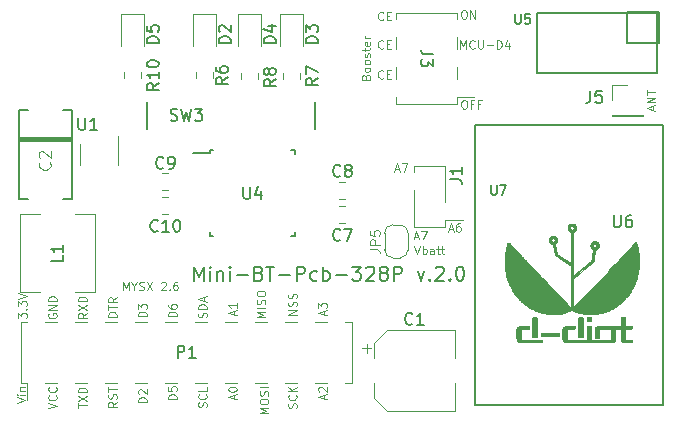
<source format=gto>
G04 #@! TF.GenerationSoftware,KiCad,Pcbnew,5.1.6-c6e7f7d~87~ubuntu18.04.1*
G04 #@! TF.CreationDate,2020-07-15T21:40:22+02:00*
G04 #@! TF.ProjectId,Mini-BT-Pcb-328P,4d696e69-2d42-4542-9d50-63622d333238,2.0*
G04 #@! TF.SameCoordinates,Original*
G04 #@! TF.FileFunction,Legend,Top*
G04 #@! TF.FilePolarity,Positive*
%FSLAX46Y46*%
G04 Gerber Fmt 4.6, Leading zero omitted, Abs format (unit mm)*
G04 Created by KiCad (PCBNEW 5.1.6-c6e7f7d~87~ubuntu18.04.1) date 2020-07-15 21:40:22*
%MOMM*%
%LPD*%
G01*
G04 APERTURE LIST*
%ADD10C,0.100000*%
%ADD11C,0.200000*%
%ADD12C,0.120000*%
%ADD13C,0.150000*%
%ADD14C,0.127000*%
%ADD15C,0.010000*%
%ADD16C,0.050000*%
%ADD17C,0.160000*%
G04 APERTURE END LIST*
D10*
X165865333Y-93596666D02*
X166098666Y-94296666D01*
X166332000Y-93596666D01*
X166565333Y-94296666D02*
X166565333Y-93596666D01*
X166565333Y-93863333D02*
X166632000Y-93830000D01*
X166765333Y-93830000D01*
X166832000Y-93863333D01*
X166865333Y-93896666D01*
X166898666Y-93963333D01*
X166898666Y-94163333D01*
X166865333Y-94230000D01*
X166832000Y-94263333D01*
X166765333Y-94296666D01*
X166632000Y-94296666D01*
X166565333Y-94263333D01*
X167498666Y-94296666D02*
X167498666Y-93930000D01*
X167465333Y-93863333D01*
X167398666Y-93830000D01*
X167265333Y-93830000D01*
X167198666Y-93863333D01*
X167498666Y-94263333D02*
X167432000Y-94296666D01*
X167265333Y-94296666D01*
X167198666Y-94263333D01*
X167165333Y-94196666D01*
X167165333Y-94130000D01*
X167198666Y-94063333D01*
X167265333Y-94030000D01*
X167432000Y-94030000D01*
X167498666Y-93996666D01*
X167732000Y-93830000D02*
X167998666Y-93830000D01*
X167832000Y-93596666D02*
X167832000Y-94196666D01*
X167865333Y-94263333D01*
X167932000Y-94296666D01*
X167998666Y-94296666D01*
X168132000Y-93830000D02*
X168398666Y-93830000D01*
X168232000Y-93596666D02*
X168232000Y-94196666D01*
X168265333Y-94263333D01*
X168332000Y-94296666D01*
X168398666Y-94296666D01*
X165870000Y-92826666D02*
X166203333Y-92826666D01*
X165803333Y-93026666D02*
X166036666Y-92326666D01*
X166270000Y-93026666D01*
X166436666Y-92326666D02*
X166903333Y-92326666D01*
X166603333Y-93026666D01*
X141210000Y-97344666D02*
X141210000Y-96644666D01*
X141443333Y-97144666D01*
X141676666Y-96644666D01*
X141676666Y-97344666D01*
X142143333Y-97011333D02*
X142143333Y-97344666D01*
X141910000Y-96644666D02*
X142143333Y-97011333D01*
X142376666Y-96644666D01*
X142576666Y-97311333D02*
X142676666Y-97344666D01*
X142843333Y-97344666D01*
X142910000Y-97311333D01*
X142943333Y-97278000D01*
X142976666Y-97211333D01*
X142976666Y-97144666D01*
X142943333Y-97078000D01*
X142910000Y-97044666D01*
X142843333Y-97011333D01*
X142710000Y-96978000D01*
X142643333Y-96944666D01*
X142610000Y-96911333D01*
X142576666Y-96844666D01*
X142576666Y-96778000D01*
X142610000Y-96711333D01*
X142643333Y-96678000D01*
X142710000Y-96644666D01*
X142876666Y-96644666D01*
X142976666Y-96678000D01*
X143210000Y-96644666D02*
X143676666Y-97344666D01*
X143676666Y-96644666D02*
X143210000Y-97344666D01*
X144443333Y-96711333D02*
X144476666Y-96678000D01*
X144543333Y-96644666D01*
X144710000Y-96644666D01*
X144776666Y-96678000D01*
X144810000Y-96711333D01*
X144843333Y-96778000D01*
X144843333Y-96844666D01*
X144810000Y-96944666D01*
X144410000Y-97344666D01*
X144843333Y-97344666D01*
X145143333Y-97278000D02*
X145176666Y-97311333D01*
X145143333Y-97344666D01*
X145110000Y-97311333D01*
X145143333Y-97278000D01*
X145143333Y-97344666D01*
X145776666Y-96644666D02*
X145643333Y-96644666D01*
X145576666Y-96678000D01*
X145543333Y-96711333D01*
X145476666Y-96811333D01*
X145443333Y-96944666D01*
X145443333Y-97211333D01*
X145476666Y-97278000D01*
X145510000Y-97311333D01*
X145576666Y-97344666D01*
X145710000Y-97344666D01*
X145776666Y-97311333D01*
X145810000Y-97278000D01*
X145843333Y-97211333D01*
X145843333Y-97044666D01*
X145810000Y-96978000D01*
X145776666Y-96944666D01*
X145710000Y-96911333D01*
X145576666Y-96911333D01*
X145510000Y-96944666D01*
X145476666Y-96978000D01*
X145443333Y-97044666D01*
X186044666Y-82080000D02*
X186044666Y-81746666D01*
X186244666Y-82146666D02*
X185544666Y-81913333D01*
X186244666Y-81680000D01*
X186244666Y-81446666D02*
X185544666Y-81446666D01*
X186244666Y-81046666D01*
X185544666Y-81046666D01*
X185544666Y-80813333D02*
X185544666Y-80413333D01*
X186244666Y-80613333D02*
X185544666Y-80613333D01*
X163222000Y-79371000D02*
X163188666Y-79404333D01*
X163088666Y-79437666D01*
X163022000Y-79437666D01*
X162922000Y-79404333D01*
X162855333Y-79337666D01*
X162822000Y-79271000D01*
X162788666Y-79137666D01*
X162788666Y-79037666D01*
X162822000Y-78904333D01*
X162855333Y-78837666D01*
X162922000Y-78771000D01*
X163022000Y-78737666D01*
X163088666Y-78737666D01*
X163188666Y-78771000D01*
X163222000Y-78804333D01*
X163522000Y-79071000D02*
X163755333Y-79071000D01*
X163855333Y-79437666D02*
X163522000Y-79437666D01*
X163522000Y-78737666D01*
X163855333Y-78737666D01*
X163222000Y-76831000D02*
X163188666Y-76864333D01*
X163088666Y-76897666D01*
X163022000Y-76897666D01*
X162922000Y-76864333D01*
X162855333Y-76797666D01*
X162822000Y-76731000D01*
X162788666Y-76597666D01*
X162788666Y-76497666D01*
X162822000Y-76364333D01*
X162855333Y-76297666D01*
X162922000Y-76231000D01*
X163022000Y-76197666D01*
X163088666Y-76197666D01*
X163188666Y-76231000D01*
X163222000Y-76264333D01*
X163522000Y-76531000D02*
X163755333Y-76531000D01*
X163855333Y-76897666D02*
X163522000Y-76897666D01*
X163522000Y-76197666D01*
X163855333Y-76197666D01*
X163222000Y-74418000D02*
X163188666Y-74451333D01*
X163088666Y-74484666D01*
X163022000Y-74484666D01*
X162922000Y-74451333D01*
X162855333Y-74384666D01*
X162822000Y-74318000D01*
X162788666Y-74184666D01*
X162788666Y-74084666D01*
X162822000Y-73951333D01*
X162855333Y-73884666D01*
X162922000Y-73818000D01*
X163022000Y-73784666D01*
X163088666Y-73784666D01*
X163188666Y-73818000D01*
X163222000Y-73851333D01*
X163522000Y-74118000D02*
X163755333Y-74118000D01*
X163855333Y-74484666D02*
X163522000Y-74484666D01*
X163522000Y-73784666D01*
X163855333Y-73784666D01*
X161748000Y-79307333D02*
X161781333Y-79207333D01*
X161814666Y-79174000D01*
X161881333Y-79140666D01*
X161981333Y-79140666D01*
X162048000Y-79174000D01*
X162081333Y-79207333D01*
X162114666Y-79274000D01*
X162114666Y-79540666D01*
X161414666Y-79540666D01*
X161414666Y-79307333D01*
X161448000Y-79240666D01*
X161481333Y-79207333D01*
X161548000Y-79174000D01*
X161614666Y-79174000D01*
X161681333Y-79207333D01*
X161714666Y-79240666D01*
X161748000Y-79307333D01*
X161748000Y-79540666D01*
X162114666Y-78740666D02*
X162081333Y-78807333D01*
X162048000Y-78840666D01*
X161981333Y-78874000D01*
X161781333Y-78874000D01*
X161714666Y-78840666D01*
X161681333Y-78807333D01*
X161648000Y-78740666D01*
X161648000Y-78640666D01*
X161681333Y-78574000D01*
X161714666Y-78540666D01*
X161781333Y-78507333D01*
X161981333Y-78507333D01*
X162048000Y-78540666D01*
X162081333Y-78574000D01*
X162114666Y-78640666D01*
X162114666Y-78740666D01*
X162114666Y-78107333D02*
X162081333Y-78174000D01*
X162048000Y-78207333D01*
X161981333Y-78240666D01*
X161781333Y-78240666D01*
X161714666Y-78207333D01*
X161681333Y-78174000D01*
X161648000Y-78107333D01*
X161648000Y-78007333D01*
X161681333Y-77940666D01*
X161714666Y-77907333D01*
X161781333Y-77874000D01*
X161981333Y-77874000D01*
X162048000Y-77907333D01*
X162081333Y-77940666D01*
X162114666Y-78007333D01*
X162114666Y-78107333D01*
X162081333Y-77607333D02*
X162114666Y-77540666D01*
X162114666Y-77407333D01*
X162081333Y-77340666D01*
X162014666Y-77307333D01*
X161981333Y-77307333D01*
X161914666Y-77340666D01*
X161881333Y-77407333D01*
X161881333Y-77507333D01*
X161848000Y-77574000D01*
X161781333Y-77607333D01*
X161748000Y-77607333D01*
X161681333Y-77574000D01*
X161648000Y-77507333D01*
X161648000Y-77407333D01*
X161681333Y-77340666D01*
X161648000Y-77107333D02*
X161648000Y-76840666D01*
X161414666Y-77007333D02*
X162014666Y-77007333D01*
X162081333Y-76974000D01*
X162114666Y-76907333D01*
X162114666Y-76840666D01*
X162081333Y-76340666D02*
X162114666Y-76407333D01*
X162114666Y-76540666D01*
X162081333Y-76607333D01*
X162014666Y-76640666D01*
X161748000Y-76640666D01*
X161681333Y-76607333D01*
X161648000Y-76540666D01*
X161648000Y-76407333D01*
X161681333Y-76340666D01*
X161748000Y-76307333D01*
X161814666Y-76307333D01*
X161881333Y-76640666D01*
X162114666Y-76007333D02*
X161648000Y-76007333D01*
X161781333Y-76007333D02*
X161714666Y-75974000D01*
X161681333Y-75940666D01*
X161648000Y-75874000D01*
X161648000Y-75807333D01*
X169764333Y-76897666D02*
X169764333Y-76197666D01*
X169997666Y-76697666D01*
X170231000Y-76197666D01*
X170231000Y-76897666D01*
X170964333Y-76831000D02*
X170931000Y-76864333D01*
X170831000Y-76897666D01*
X170764333Y-76897666D01*
X170664333Y-76864333D01*
X170597666Y-76797666D01*
X170564333Y-76731000D01*
X170531000Y-76597666D01*
X170531000Y-76497666D01*
X170564333Y-76364333D01*
X170597666Y-76297666D01*
X170664333Y-76231000D01*
X170764333Y-76197666D01*
X170831000Y-76197666D01*
X170931000Y-76231000D01*
X170964333Y-76264333D01*
X171264333Y-76197666D02*
X171264333Y-76764333D01*
X171297666Y-76831000D01*
X171331000Y-76864333D01*
X171397666Y-76897666D01*
X171531000Y-76897666D01*
X171597666Y-76864333D01*
X171631000Y-76831000D01*
X171664333Y-76764333D01*
X171664333Y-76197666D01*
X171997666Y-76631000D02*
X172531000Y-76631000D01*
X172864333Y-76897666D02*
X172864333Y-76197666D01*
X173031000Y-76197666D01*
X173131000Y-76231000D01*
X173197666Y-76297666D01*
X173231000Y-76364333D01*
X173264333Y-76497666D01*
X173264333Y-76597666D01*
X173231000Y-76731000D01*
X173197666Y-76797666D01*
X173131000Y-76864333D01*
X173031000Y-76897666D01*
X172864333Y-76897666D01*
X173864333Y-76431000D02*
X173864333Y-76897666D01*
X173697666Y-76164333D02*
X173531000Y-76664333D01*
X173964333Y-76664333D01*
X170021333Y-81277666D02*
X170154666Y-81277666D01*
X170221333Y-81311000D01*
X170288000Y-81377666D01*
X170321333Y-81511000D01*
X170321333Y-81744333D01*
X170288000Y-81877666D01*
X170221333Y-81944333D01*
X170154666Y-81977666D01*
X170021333Y-81977666D01*
X169954666Y-81944333D01*
X169888000Y-81877666D01*
X169854666Y-81744333D01*
X169854666Y-81511000D01*
X169888000Y-81377666D01*
X169954666Y-81311000D01*
X170021333Y-81277666D01*
X170854666Y-81611000D02*
X170621333Y-81611000D01*
X170621333Y-81977666D02*
X170621333Y-81277666D01*
X170954666Y-81277666D01*
X171454666Y-81611000D02*
X171221333Y-81611000D01*
X171221333Y-81977666D02*
X171221333Y-81277666D01*
X171554666Y-81277666D01*
X170000666Y-73657666D02*
X170134000Y-73657666D01*
X170200666Y-73691000D01*
X170267333Y-73757666D01*
X170300666Y-73891000D01*
X170300666Y-74124333D01*
X170267333Y-74257666D01*
X170200666Y-74324333D01*
X170134000Y-74357666D01*
X170000666Y-74357666D01*
X169934000Y-74324333D01*
X169867333Y-74257666D01*
X169834000Y-74124333D01*
X169834000Y-73891000D01*
X169867333Y-73757666D01*
X169934000Y-73691000D01*
X170000666Y-73657666D01*
X170600666Y-74357666D02*
X170600666Y-73657666D01*
X171000666Y-74357666D01*
X171000666Y-73657666D01*
X164219000Y-87111666D02*
X164552333Y-87111666D01*
X164152333Y-87311666D02*
X164385666Y-86611666D01*
X164619000Y-87311666D01*
X164785666Y-86611666D02*
X165252333Y-86611666D01*
X164952333Y-87311666D01*
X168791000Y-92191666D02*
X169124333Y-92191666D01*
X168724333Y-92391666D02*
X168957666Y-91691666D01*
X169191000Y-92391666D01*
X169724333Y-91691666D02*
X169591000Y-91691666D01*
X169524333Y-91725000D01*
X169491000Y-91758333D01*
X169424333Y-91858333D01*
X169391000Y-91991666D01*
X169391000Y-92258333D01*
X169424333Y-92325000D01*
X169457666Y-92358333D01*
X169524333Y-92391666D01*
X169657666Y-92391666D01*
X169724333Y-92358333D01*
X169757666Y-92325000D01*
X169791000Y-92258333D01*
X169791000Y-92091666D01*
X169757666Y-92025000D01*
X169724333Y-91991666D01*
X169657666Y-91958333D01*
X169524333Y-91958333D01*
X169457666Y-91991666D01*
X169424333Y-92025000D01*
X169391000Y-92091666D01*
X158231666Y-99433000D02*
X158231666Y-99099666D01*
X158431666Y-99499666D02*
X157731666Y-99266333D01*
X158431666Y-99033000D01*
X157731666Y-98866333D02*
X157731666Y-98433000D01*
X157998333Y-98666333D01*
X157998333Y-98566333D01*
X158031666Y-98499666D01*
X158065000Y-98466333D01*
X158131666Y-98433000D01*
X158298333Y-98433000D01*
X158365000Y-98466333D01*
X158398333Y-98499666D01*
X158431666Y-98566333D01*
X158431666Y-98766333D01*
X158398333Y-98833000D01*
X158365000Y-98866333D01*
X158231666Y-106545000D02*
X158231666Y-106211666D01*
X158431666Y-106611666D02*
X157731666Y-106378333D01*
X158431666Y-106145000D01*
X157798333Y-105945000D02*
X157765000Y-105911666D01*
X157731666Y-105845000D01*
X157731666Y-105678333D01*
X157765000Y-105611666D01*
X157798333Y-105578333D01*
X157865000Y-105545000D01*
X157931666Y-105545000D01*
X158031666Y-105578333D01*
X158431666Y-105978333D01*
X158431666Y-105545000D01*
X155891666Y-99418666D02*
X155191666Y-99418666D01*
X155891666Y-99018666D01*
X155191666Y-99018666D01*
X155858333Y-98718666D02*
X155891666Y-98618666D01*
X155891666Y-98452000D01*
X155858333Y-98385333D01*
X155825000Y-98352000D01*
X155758333Y-98318666D01*
X155691666Y-98318666D01*
X155625000Y-98352000D01*
X155591666Y-98385333D01*
X155558333Y-98452000D01*
X155525000Y-98585333D01*
X155491666Y-98652000D01*
X155458333Y-98685333D01*
X155391666Y-98718666D01*
X155325000Y-98718666D01*
X155258333Y-98685333D01*
X155225000Y-98652000D01*
X155191666Y-98585333D01*
X155191666Y-98418666D01*
X155225000Y-98318666D01*
X155858333Y-98052000D02*
X155891666Y-97952000D01*
X155891666Y-97785333D01*
X155858333Y-97718666D01*
X155825000Y-97685333D01*
X155758333Y-97652000D01*
X155691666Y-97652000D01*
X155625000Y-97685333D01*
X155591666Y-97718666D01*
X155558333Y-97785333D01*
X155525000Y-97918666D01*
X155491666Y-97985333D01*
X155458333Y-98018666D01*
X155391666Y-98052000D01*
X155325000Y-98052000D01*
X155258333Y-98018666D01*
X155225000Y-97985333D01*
X155191666Y-97918666D01*
X155191666Y-97752000D01*
X155225000Y-97652000D01*
X155858333Y-107326000D02*
X155891666Y-107226000D01*
X155891666Y-107059333D01*
X155858333Y-106992666D01*
X155825000Y-106959333D01*
X155758333Y-106926000D01*
X155691666Y-106926000D01*
X155625000Y-106959333D01*
X155591666Y-106992666D01*
X155558333Y-107059333D01*
X155525000Y-107192666D01*
X155491666Y-107259333D01*
X155458333Y-107292666D01*
X155391666Y-107326000D01*
X155325000Y-107326000D01*
X155258333Y-107292666D01*
X155225000Y-107259333D01*
X155191666Y-107192666D01*
X155191666Y-107026000D01*
X155225000Y-106926000D01*
X155825000Y-106226000D02*
X155858333Y-106259333D01*
X155891666Y-106359333D01*
X155891666Y-106426000D01*
X155858333Y-106526000D01*
X155791666Y-106592666D01*
X155725000Y-106626000D01*
X155591666Y-106659333D01*
X155491666Y-106659333D01*
X155358333Y-106626000D01*
X155291666Y-106592666D01*
X155225000Y-106526000D01*
X155191666Y-106426000D01*
X155191666Y-106359333D01*
X155225000Y-106259333D01*
X155258333Y-106226000D01*
X155891666Y-105926000D02*
X155191666Y-105926000D01*
X155891666Y-105526000D02*
X155491666Y-105826000D01*
X155191666Y-105526000D02*
X155591666Y-105926000D01*
X153478666Y-107780000D02*
X152778666Y-107780000D01*
X153278666Y-107546666D01*
X152778666Y-107313333D01*
X153478666Y-107313333D01*
X152778666Y-106846666D02*
X152778666Y-106713333D01*
X152812000Y-106646666D01*
X152878666Y-106580000D01*
X153012000Y-106546666D01*
X153245333Y-106546666D01*
X153378666Y-106580000D01*
X153445333Y-106646666D01*
X153478666Y-106713333D01*
X153478666Y-106846666D01*
X153445333Y-106913333D01*
X153378666Y-106980000D01*
X153245333Y-107013333D01*
X153012000Y-107013333D01*
X152878666Y-106980000D01*
X152812000Y-106913333D01*
X152778666Y-106846666D01*
X153445333Y-106280000D02*
X153478666Y-106180000D01*
X153478666Y-106013333D01*
X153445333Y-105946666D01*
X153412000Y-105913333D01*
X153345333Y-105880000D01*
X153278666Y-105880000D01*
X153212000Y-105913333D01*
X153178666Y-105946666D01*
X153145333Y-106013333D01*
X153112000Y-106146666D01*
X153078666Y-106213333D01*
X153045333Y-106246666D01*
X152978666Y-106280000D01*
X152912000Y-106280000D01*
X152845333Y-106246666D01*
X152812000Y-106213333D01*
X152778666Y-106146666D01*
X152778666Y-105980000D01*
X152812000Y-105880000D01*
X153478666Y-105580000D02*
X152778666Y-105580000D01*
X153224666Y-99652000D02*
X152524666Y-99652000D01*
X153024666Y-99418666D01*
X152524666Y-99185333D01*
X153224666Y-99185333D01*
X153224666Y-98852000D02*
X152524666Y-98852000D01*
X153191333Y-98552000D02*
X153224666Y-98452000D01*
X153224666Y-98285333D01*
X153191333Y-98218666D01*
X153158000Y-98185333D01*
X153091333Y-98152000D01*
X153024666Y-98152000D01*
X152958000Y-98185333D01*
X152924666Y-98218666D01*
X152891333Y-98285333D01*
X152858000Y-98418666D01*
X152824666Y-98485333D01*
X152791333Y-98518666D01*
X152724666Y-98552000D01*
X152658000Y-98552000D01*
X152591333Y-98518666D01*
X152558000Y-98485333D01*
X152524666Y-98418666D01*
X152524666Y-98252000D01*
X152558000Y-98152000D01*
X152524666Y-97718666D02*
X152524666Y-97585333D01*
X152558000Y-97518666D01*
X152624666Y-97452000D01*
X152758000Y-97418666D01*
X152991333Y-97418666D01*
X153124666Y-97452000D01*
X153191333Y-97518666D01*
X153224666Y-97585333D01*
X153224666Y-97718666D01*
X153191333Y-97785333D01*
X153124666Y-97852000D01*
X152991333Y-97885333D01*
X152758000Y-97885333D01*
X152624666Y-97852000D01*
X152558000Y-97785333D01*
X152524666Y-97718666D01*
X150611666Y-106545000D02*
X150611666Y-106211666D01*
X150811666Y-106611666D02*
X150111666Y-106378333D01*
X150811666Y-106145000D01*
X150111666Y-105778333D02*
X150111666Y-105711666D01*
X150145000Y-105645000D01*
X150178333Y-105611666D01*
X150245000Y-105578333D01*
X150378333Y-105545000D01*
X150545000Y-105545000D01*
X150678333Y-105578333D01*
X150745000Y-105611666D01*
X150778333Y-105645000D01*
X150811666Y-105711666D01*
X150811666Y-105778333D01*
X150778333Y-105845000D01*
X150745000Y-105878333D01*
X150678333Y-105911666D01*
X150545000Y-105945000D01*
X150378333Y-105945000D01*
X150245000Y-105911666D01*
X150178333Y-105878333D01*
X150145000Y-105845000D01*
X150111666Y-105778333D01*
X150611666Y-99433000D02*
X150611666Y-99099666D01*
X150811666Y-99499666D02*
X150111666Y-99266333D01*
X150811666Y-99033000D01*
X150811666Y-98433000D02*
X150811666Y-98833000D01*
X150811666Y-98633000D02*
X150111666Y-98633000D01*
X150211666Y-98699666D01*
X150278333Y-98766333D01*
X150311666Y-98833000D01*
X148238333Y-107259333D02*
X148271666Y-107159333D01*
X148271666Y-106992666D01*
X148238333Y-106926000D01*
X148205000Y-106892666D01*
X148138333Y-106859333D01*
X148071666Y-106859333D01*
X148005000Y-106892666D01*
X147971666Y-106926000D01*
X147938333Y-106992666D01*
X147905000Y-107126000D01*
X147871666Y-107192666D01*
X147838333Y-107226000D01*
X147771666Y-107259333D01*
X147705000Y-107259333D01*
X147638333Y-107226000D01*
X147605000Y-107192666D01*
X147571666Y-107126000D01*
X147571666Y-106959333D01*
X147605000Y-106859333D01*
X148205000Y-106159333D02*
X148238333Y-106192666D01*
X148271666Y-106292666D01*
X148271666Y-106359333D01*
X148238333Y-106459333D01*
X148171666Y-106526000D01*
X148105000Y-106559333D01*
X147971666Y-106592666D01*
X147871666Y-106592666D01*
X147738333Y-106559333D01*
X147671666Y-106526000D01*
X147605000Y-106459333D01*
X147571666Y-106359333D01*
X147571666Y-106292666D01*
X147605000Y-106192666D01*
X147638333Y-106159333D01*
X148271666Y-105526000D02*
X148271666Y-105859333D01*
X147571666Y-105859333D01*
X148238333Y-99656000D02*
X148271666Y-99556000D01*
X148271666Y-99389333D01*
X148238333Y-99322666D01*
X148205000Y-99289333D01*
X148138333Y-99256000D01*
X148071666Y-99256000D01*
X148005000Y-99289333D01*
X147971666Y-99322666D01*
X147938333Y-99389333D01*
X147905000Y-99522666D01*
X147871666Y-99589333D01*
X147838333Y-99622666D01*
X147771666Y-99656000D01*
X147705000Y-99656000D01*
X147638333Y-99622666D01*
X147605000Y-99589333D01*
X147571666Y-99522666D01*
X147571666Y-99356000D01*
X147605000Y-99256000D01*
X148271666Y-98956000D02*
X147571666Y-98956000D01*
X147571666Y-98789333D01*
X147605000Y-98689333D01*
X147671666Y-98622666D01*
X147738333Y-98589333D01*
X147871666Y-98556000D01*
X147971666Y-98556000D01*
X148105000Y-98589333D01*
X148171666Y-98622666D01*
X148238333Y-98689333D01*
X148271666Y-98789333D01*
X148271666Y-98956000D01*
X148071666Y-98289333D02*
X148071666Y-97956000D01*
X148271666Y-98356000D02*
X147571666Y-98122666D01*
X148271666Y-97889333D01*
X145731666Y-106561666D02*
X145031666Y-106561666D01*
X145031666Y-106395000D01*
X145065000Y-106295000D01*
X145131666Y-106228333D01*
X145198333Y-106195000D01*
X145331666Y-106161666D01*
X145431666Y-106161666D01*
X145565000Y-106195000D01*
X145631666Y-106228333D01*
X145698333Y-106295000D01*
X145731666Y-106395000D01*
X145731666Y-106561666D01*
X145031666Y-105528333D02*
X145031666Y-105861666D01*
X145365000Y-105895000D01*
X145331666Y-105861666D01*
X145298333Y-105795000D01*
X145298333Y-105628333D01*
X145331666Y-105561666D01*
X145365000Y-105528333D01*
X145431666Y-105495000D01*
X145598333Y-105495000D01*
X145665000Y-105528333D01*
X145698333Y-105561666D01*
X145731666Y-105628333D01*
X145731666Y-105795000D01*
X145698333Y-105861666D01*
X145665000Y-105895000D01*
X145731666Y-99576666D02*
X145031666Y-99576666D01*
X145031666Y-99410000D01*
X145065000Y-99310000D01*
X145131666Y-99243333D01*
X145198333Y-99210000D01*
X145331666Y-99176666D01*
X145431666Y-99176666D01*
X145565000Y-99210000D01*
X145631666Y-99243333D01*
X145698333Y-99310000D01*
X145731666Y-99410000D01*
X145731666Y-99576666D01*
X145031666Y-98576666D02*
X145031666Y-98710000D01*
X145065000Y-98776666D01*
X145098333Y-98810000D01*
X145198333Y-98876666D01*
X145331666Y-98910000D01*
X145598333Y-98910000D01*
X145665000Y-98876666D01*
X145698333Y-98843333D01*
X145731666Y-98776666D01*
X145731666Y-98643333D01*
X145698333Y-98576666D01*
X145665000Y-98543333D01*
X145598333Y-98510000D01*
X145431666Y-98510000D01*
X145365000Y-98543333D01*
X145331666Y-98576666D01*
X145298333Y-98643333D01*
X145298333Y-98776666D01*
X145331666Y-98843333D01*
X145365000Y-98876666D01*
X145431666Y-98910000D01*
X143191666Y-106815666D02*
X142491666Y-106815666D01*
X142491666Y-106649000D01*
X142525000Y-106549000D01*
X142591666Y-106482333D01*
X142658333Y-106449000D01*
X142791666Y-106415666D01*
X142891666Y-106415666D01*
X143025000Y-106449000D01*
X143091666Y-106482333D01*
X143158333Y-106549000D01*
X143191666Y-106649000D01*
X143191666Y-106815666D01*
X142558333Y-106149000D02*
X142525000Y-106115666D01*
X142491666Y-106049000D01*
X142491666Y-105882333D01*
X142525000Y-105815666D01*
X142558333Y-105782333D01*
X142625000Y-105749000D01*
X142691666Y-105749000D01*
X142791666Y-105782333D01*
X143191666Y-106182333D01*
X143191666Y-105749000D01*
X143191666Y-99576666D02*
X142491666Y-99576666D01*
X142491666Y-99410000D01*
X142525000Y-99310000D01*
X142591666Y-99243333D01*
X142658333Y-99210000D01*
X142791666Y-99176666D01*
X142891666Y-99176666D01*
X143025000Y-99210000D01*
X143091666Y-99243333D01*
X143158333Y-99310000D01*
X143191666Y-99410000D01*
X143191666Y-99576666D01*
X142491666Y-98943333D02*
X142491666Y-98510000D01*
X142758333Y-98743333D01*
X142758333Y-98643333D01*
X142791666Y-98576666D01*
X142825000Y-98543333D01*
X142891666Y-98510000D01*
X143058333Y-98510000D01*
X143125000Y-98543333D01*
X143158333Y-98576666D01*
X143191666Y-98643333D01*
X143191666Y-98843333D01*
X143158333Y-98910000D01*
X143125000Y-98943333D01*
X140651666Y-106809333D02*
X140318333Y-107042666D01*
X140651666Y-107209333D02*
X139951666Y-107209333D01*
X139951666Y-106942666D01*
X139985000Y-106876000D01*
X140018333Y-106842666D01*
X140085000Y-106809333D01*
X140185000Y-106809333D01*
X140251666Y-106842666D01*
X140285000Y-106876000D01*
X140318333Y-106942666D01*
X140318333Y-107209333D01*
X140618333Y-106542666D02*
X140651666Y-106442666D01*
X140651666Y-106276000D01*
X140618333Y-106209333D01*
X140585000Y-106176000D01*
X140518333Y-106142666D01*
X140451666Y-106142666D01*
X140385000Y-106176000D01*
X140351666Y-106209333D01*
X140318333Y-106276000D01*
X140285000Y-106409333D01*
X140251666Y-106476000D01*
X140218333Y-106509333D01*
X140151666Y-106542666D01*
X140085000Y-106542666D01*
X140018333Y-106509333D01*
X139985000Y-106476000D01*
X139951666Y-106409333D01*
X139951666Y-106242666D01*
X139985000Y-106142666D01*
X139951666Y-105942666D02*
X139951666Y-105542666D01*
X140651666Y-105742666D02*
X139951666Y-105742666D01*
X140651666Y-99606000D02*
X139951666Y-99606000D01*
X139951666Y-99439333D01*
X139985000Y-99339333D01*
X140051666Y-99272666D01*
X140118333Y-99239333D01*
X140251666Y-99206000D01*
X140351666Y-99206000D01*
X140485000Y-99239333D01*
X140551666Y-99272666D01*
X140618333Y-99339333D01*
X140651666Y-99439333D01*
X140651666Y-99606000D01*
X139951666Y-99006000D02*
X139951666Y-98606000D01*
X140651666Y-98806000D02*
X139951666Y-98806000D01*
X140651666Y-97972666D02*
X140318333Y-98206000D01*
X140651666Y-98372666D02*
X139951666Y-98372666D01*
X139951666Y-98106000D01*
X139985000Y-98039333D01*
X140018333Y-98006000D01*
X140085000Y-97972666D01*
X140185000Y-97972666D01*
X140251666Y-98006000D01*
X140285000Y-98039333D01*
X140318333Y-98106000D01*
X140318333Y-98372666D01*
X137411666Y-107309333D02*
X137411666Y-106909333D01*
X138111666Y-107109333D02*
X137411666Y-107109333D01*
X137411666Y-106742666D02*
X138111666Y-106276000D01*
X137411666Y-106276000D02*
X138111666Y-106742666D01*
X138111666Y-106009333D02*
X137411666Y-106009333D01*
X137411666Y-105842666D01*
X137445000Y-105742666D01*
X137511666Y-105676000D01*
X137578333Y-105642666D01*
X137711666Y-105609333D01*
X137811666Y-105609333D01*
X137945000Y-105642666D01*
X138011666Y-105676000D01*
X138078333Y-105742666D01*
X138111666Y-105842666D01*
X138111666Y-106009333D01*
X138111666Y-99272666D02*
X137778333Y-99506000D01*
X138111666Y-99672666D02*
X137411666Y-99672666D01*
X137411666Y-99406000D01*
X137445000Y-99339333D01*
X137478333Y-99306000D01*
X137545000Y-99272666D01*
X137645000Y-99272666D01*
X137711666Y-99306000D01*
X137745000Y-99339333D01*
X137778333Y-99406000D01*
X137778333Y-99672666D01*
X137411666Y-99039333D02*
X138111666Y-98572666D01*
X137411666Y-98572666D02*
X138111666Y-99039333D01*
X138111666Y-98306000D02*
X137411666Y-98306000D01*
X137411666Y-98139333D01*
X137445000Y-98039333D01*
X137511666Y-97972666D01*
X137578333Y-97939333D01*
X137711666Y-97906000D01*
X137811666Y-97906000D01*
X137945000Y-97939333D01*
X138011666Y-97972666D01*
X138078333Y-98039333D01*
X138111666Y-98139333D01*
X138111666Y-98306000D01*
X134905000Y-99339333D02*
X134871666Y-99406000D01*
X134871666Y-99506000D01*
X134905000Y-99606000D01*
X134971666Y-99672666D01*
X135038333Y-99706000D01*
X135171666Y-99739333D01*
X135271666Y-99739333D01*
X135405000Y-99706000D01*
X135471666Y-99672666D01*
X135538333Y-99606000D01*
X135571666Y-99506000D01*
X135571666Y-99439333D01*
X135538333Y-99339333D01*
X135505000Y-99306000D01*
X135271666Y-99306000D01*
X135271666Y-99439333D01*
X135571666Y-99006000D02*
X134871666Y-99006000D01*
X135571666Y-98606000D01*
X134871666Y-98606000D01*
X135571666Y-98272666D02*
X134871666Y-98272666D01*
X134871666Y-98106000D01*
X134905000Y-98006000D01*
X134971666Y-97939333D01*
X135038333Y-97906000D01*
X135171666Y-97872666D01*
X135271666Y-97872666D01*
X135405000Y-97906000D01*
X135471666Y-97939333D01*
X135538333Y-98006000D01*
X135571666Y-98106000D01*
X135571666Y-98272666D01*
X134871666Y-107359333D02*
X135571666Y-107126000D01*
X134871666Y-106892666D01*
X135505000Y-106259333D02*
X135538333Y-106292666D01*
X135571666Y-106392666D01*
X135571666Y-106459333D01*
X135538333Y-106559333D01*
X135471666Y-106626000D01*
X135405000Y-106659333D01*
X135271666Y-106692666D01*
X135171666Y-106692666D01*
X135038333Y-106659333D01*
X134971666Y-106626000D01*
X134905000Y-106559333D01*
X134871666Y-106459333D01*
X134871666Y-106392666D01*
X134905000Y-106292666D01*
X134938333Y-106259333D01*
X135505000Y-105559333D02*
X135538333Y-105592666D01*
X135571666Y-105692666D01*
X135571666Y-105759333D01*
X135538333Y-105859333D01*
X135471666Y-105926000D01*
X135405000Y-105959333D01*
X135271666Y-105992666D01*
X135171666Y-105992666D01*
X135038333Y-105959333D01*
X134971666Y-105926000D01*
X134905000Y-105859333D01*
X134871666Y-105759333D01*
X134871666Y-105692666D01*
X134905000Y-105592666D01*
X134938333Y-105559333D01*
X132204666Y-106888666D02*
X132904666Y-106655333D01*
X132204666Y-106422000D01*
X132904666Y-106188666D02*
X132438000Y-106188666D01*
X132204666Y-106188666D02*
X132238000Y-106222000D01*
X132271333Y-106188666D01*
X132238000Y-106155333D01*
X132204666Y-106188666D01*
X132271333Y-106188666D01*
X132438000Y-105855333D02*
X132904666Y-105855333D01*
X132504666Y-105855333D02*
X132471333Y-105822000D01*
X132438000Y-105755333D01*
X132438000Y-105655333D01*
X132471333Y-105588666D01*
X132538000Y-105555333D01*
X132904666Y-105555333D01*
X132331666Y-99712333D02*
X132331666Y-99279000D01*
X132598333Y-99512333D01*
X132598333Y-99412333D01*
X132631666Y-99345666D01*
X132665000Y-99312333D01*
X132731666Y-99279000D01*
X132898333Y-99279000D01*
X132965000Y-99312333D01*
X132998333Y-99345666D01*
X133031666Y-99412333D01*
X133031666Y-99612333D01*
X132998333Y-99679000D01*
X132965000Y-99712333D01*
X132965000Y-98979000D02*
X132998333Y-98945666D01*
X133031666Y-98979000D01*
X132998333Y-99012333D01*
X132965000Y-98979000D01*
X133031666Y-98979000D01*
X132331666Y-98712333D02*
X132331666Y-98279000D01*
X132598333Y-98512333D01*
X132598333Y-98412333D01*
X132631666Y-98345666D01*
X132665000Y-98312333D01*
X132731666Y-98279000D01*
X132898333Y-98279000D01*
X132965000Y-98312333D01*
X132998333Y-98345666D01*
X133031666Y-98412333D01*
X133031666Y-98612333D01*
X132998333Y-98679000D01*
X132965000Y-98712333D01*
X132331666Y-98079000D02*
X133031666Y-97845666D01*
X132331666Y-97612333D01*
D11*
X147223000Y-96554857D02*
X147223000Y-95354857D01*
X147623000Y-96212000D01*
X148023000Y-95354857D01*
X148023000Y-96554857D01*
X148594428Y-96554857D02*
X148594428Y-95754857D01*
X148594428Y-95354857D02*
X148537285Y-95412000D01*
X148594428Y-95469142D01*
X148651571Y-95412000D01*
X148594428Y-95354857D01*
X148594428Y-95469142D01*
X149165857Y-95754857D02*
X149165857Y-96554857D01*
X149165857Y-95869142D02*
X149223000Y-95812000D01*
X149337285Y-95754857D01*
X149508714Y-95754857D01*
X149623000Y-95812000D01*
X149680142Y-95926285D01*
X149680142Y-96554857D01*
X150251571Y-96554857D02*
X150251571Y-95754857D01*
X150251571Y-95354857D02*
X150194428Y-95412000D01*
X150251571Y-95469142D01*
X150308714Y-95412000D01*
X150251571Y-95354857D01*
X150251571Y-95469142D01*
X150823000Y-96097714D02*
X151737285Y-96097714D01*
X152708714Y-95926285D02*
X152880142Y-95983428D01*
X152937285Y-96040571D01*
X152994428Y-96154857D01*
X152994428Y-96326285D01*
X152937285Y-96440571D01*
X152880142Y-96497714D01*
X152765857Y-96554857D01*
X152308714Y-96554857D01*
X152308714Y-95354857D01*
X152708714Y-95354857D01*
X152823000Y-95412000D01*
X152880142Y-95469142D01*
X152937285Y-95583428D01*
X152937285Y-95697714D01*
X152880142Y-95812000D01*
X152823000Y-95869142D01*
X152708714Y-95926285D01*
X152308714Y-95926285D01*
X153337285Y-95354857D02*
X154023000Y-95354857D01*
X153680142Y-96554857D02*
X153680142Y-95354857D01*
X154423000Y-96097714D02*
X155337285Y-96097714D01*
X155908714Y-96554857D02*
X155908714Y-95354857D01*
X156365857Y-95354857D01*
X156480142Y-95412000D01*
X156537285Y-95469142D01*
X156594428Y-95583428D01*
X156594428Y-95754857D01*
X156537285Y-95869142D01*
X156480142Y-95926285D01*
X156365857Y-95983428D01*
X155908714Y-95983428D01*
X157623000Y-96497714D02*
X157508714Y-96554857D01*
X157280142Y-96554857D01*
X157165857Y-96497714D01*
X157108714Y-96440571D01*
X157051571Y-96326285D01*
X157051571Y-95983428D01*
X157108714Y-95869142D01*
X157165857Y-95812000D01*
X157280142Y-95754857D01*
X157508714Y-95754857D01*
X157623000Y-95812000D01*
X158137285Y-96554857D02*
X158137285Y-95354857D01*
X158137285Y-95812000D02*
X158251571Y-95754857D01*
X158480142Y-95754857D01*
X158594428Y-95812000D01*
X158651571Y-95869142D01*
X158708714Y-95983428D01*
X158708714Y-96326285D01*
X158651571Y-96440571D01*
X158594428Y-96497714D01*
X158480142Y-96554857D01*
X158251571Y-96554857D01*
X158137285Y-96497714D01*
X159223000Y-96097714D02*
X160137285Y-96097714D01*
X160594428Y-95354857D02*
X161337285Y-95354857D01*
X160937285Y-95812000D01*
X161108714Y-95812000D01*
X161223000Y-95869142D01*
X161280142Y-95926285D01*
X161337285Y-96040571D01*
X161337285Y-96326285D01*
X161280142Y-96440571D01*
X161223000Y-96497714D01*
X161108714Y-96554857D01*
X160765857Y-96554857D01*
X160651571Y-96497714D01*
X160594428Y-96440571D01*
X161794428Y-95469142D02*
X161851571Y-95412000D01*
X161965857Y-95354857D01*
X162251571Y-95354857D01*
X162365857Y-95412000D01*
X162423000Y-95469142D01*
X162480142Y-95583428D01*
X162480142Y-95697714D01*
X162423000Y-95869142D01*
X161737285Y-96554857D01*
X162480142Y-96554857D01*
X163165857Y-95869142D02*
X163051571Y-95812000D01*
X162994428Y-95754857D01*
X162937285Y-95640571D01*
X162937285Y-95583428D01*
X162994428Y-95469142D01*
X163051571Y-95412000D01*
X163165857Y-95354857D01*
X163394428Y-95354857D01*
X163508714Y-95412000D01*
X163565857Y-95469142D01*
X163623000Y-95583428D01*
X163623000Y-95640571D01*
X163565857Y-95754857D01*
X163508714Y-95812000D01*
X163394428Y-95869142D01*
X163165857Y-95869142D01*
X163051571Y-95926285D01*
X162994428Y-95983428D01*
X162937285Y-96097714D01*
X162937285Y-96326285D01*
X162994428Y-96440571D01*
X163051571Y-96497714D01*
X163165857Y-96554857D01*
X163394428Y-96554857D01*
X163508714Y-96497714D01*
X163565857Y-96440571D01*
X163623000Y-96326285D01*
X163623000Y-96097714D01*
X163565857Y-95983428D01*
X163508714Y-95926285D01*
X163394428Y-95869142D01*
X164137285Y-96554857D02*
X164137285Y-95354857D01*
X164594428Y-95354857D01*
X164708714Y-95412000D01*
X164765857Y-95469142D01*
X164823000Y-95583428D01*
X164823000Y-95754857D01*
X164765857Y-95869142D01*
X164708714Y-95926285D01*
X164594428Y-95983428D01*
X164137285Y-95983428D01*
X166137285Y-95754857D02*
X166423000Y-96554857D01*
X166708714Y-95754857D01*
X167165857Y-96440571D02*
X167222999Y-96497714D01*
X167165857Y-96554857D01*
X167108714Y-96497714D01*
X167165857Y-96440571D01*
X167165857Y-96554857D01*
X167680142Y-95469142D02*
X167737285Y-95412000D01*
X167851571Y-95354857D01*
X168137285Y-95354857D01*
X168251571Y-95412000D01*
X168308714Y-95469142D01*
X168365857Y-95583428D01*
X168365857Y-95697714D01*
X168308714Y-95869142D01*
X167622999Y-96554857D01*
X168365857Y-96554857D01*
X168880142Y-96440571D02*
X168937285Y-96497714D01*
X168880142Y-96554857D01*
X168822999Y-96497714D01*
X168880142Y-96440571D01*
X168880142Y-96554857D01*
X169680142Y-95354857D02*
X169794428Y-95354857D01*
X169908714Y-95412000D01*
X169965857Y-95469142D01*
X170022999Y-95583428D01*
X170080142Y-95812000D01*
X170080142Y-96097714D01*
X170022999Y-96326285D01*
X169965857Y-96440571D01*
X169908714Y-96497714D01*
X169794428Y-96554857D01*
X169680142Y-96554857D01*
X169565857Y-96497714D01*
X169508714Y-96440571D01*
X169451571Y-96326285D01*
X169394428Y-96097714D01*
X169394428Y-95812000D01*
X169451571Y-95583428D01*
X169508714Y-95469142D01*
X169565857Y-95412000D01*
X169680142Y-95354857D01*
D12*
X165338000Y-92518000D02*
X165338000Y-93918000D01*
X164638000Y-94618000D02*
X164038000Y-94618000D01*
X163338000Y-93918000D02*
X163338000Y-92518000D01*
X164038000Y-91818000D02*
X164638000Y-91818000D01*
X165338000Y-93918000D02*
G75*
G02*
X164638000Y-94618000I-700000J0D01*
G01*
X164038000Y-94618000D02*
G75*
G02*
X163338000Y-93918000I0J700000D01*
G01*
X163338000Y-92518000D02*
G75*
G02*
X164038000Y-91818000I700000J0D01*
G01*
X164638000Y-91818000D02*
G75*
G02*
X165338000Y-92518000I0J-700000D01*
G01*
X148792000Y-78910922D02*
X148792000Y-79428078D01*
X147372000Y-78910922D02*
X147372000Y-79428078D01*
D13*
X157468000Y-81400000D02*
X157468000Y-83700000D01*
X143268000Y-81400000D02*
X143268000Y-83700000D01*
D12*
X164278000Y-76964000D02*
X164278000Y-75944000D01*
X169478000Y-76964000D02*
X169478000Y-75944000D01*
X164278000Y-79504000D02*
X164278000Y-78484000D01*
X169478000Y-79504000D02*
X169478000Y-78484000D01*
X164278000Y-74424000D02*
X164278000Y-73854000D01*
X169478000Y-74424000D02*
X169478000Y-73854000D01*
X164278000Y-81594000D02*
X164278000Y-81024000D01*
X169478000Y-81594000D02*
X169478000Y-81024000D01*
X170918000Y-81024000D02*
X169478000Y-81024000D01*
X169478000Y-73854000D02*
X164278000Y-73854000D01*
X169478000Y-81594000D02*
X164278000Y-81594000D01*
X157478000Y-100016000D02*
X158498000Y-100016000D01*
X157478000Y-105216000D02*
X158498000Y-105216000D01*
X154938000Y-100016000D02*
X155958000Y-100016000D01*
X154938000Y-105216000D02*
X155958000Y-105216000D01*
X152398000Y-100016000D02*
X153418000Y-100016000D01*
X152398000Y-105216000D02*
X153418000Y-105216000D01*
X149858000Y-100016000D02*
X150878000Y-100016000D01*
X149858000Y-105216000D02*
X150878000Y-105216000D01*
X147318000Y-100016000D02*
X148338000Y-100016000D01*
X147318000Y-105216000D02*
X148338000Y-105216000D01*
X144778000Y-100016000D02*
X145798000Y-100016000D01*
X144778000Y-105216000D02*
X145798000Y-105216000D01*
X142238000Y-100016000D02*
X143258000Y-100016000D01*
X142238000Y-105216000D02*
X143258000Y-105216000D01*
X139698000Y-100016000D02*
X140718000Y-100016000D01*
X139698000Y-105216000D02*
X140718000Y-105216000D01*
X137158000Y-100016000D02*
X138178000Y-100016000D01*
X137158000Y-105216000D02*
X138178000Y-105216000D01*
X134618000Y-100016000D02*
X135638000Y-100016000D01*
X134618000Y-105216000D02*
X135638000Y-105216000D01*
X160018000Y-100016000D02*
X160588000Y-100016000D01*
X160018000Y-105216000D02*
X160588000Y-105216000D01*
X132528000Y-100016000D02*
X133098000Y-100016000D01*
X132528000Y-105216000D02*
X133098000Y-105216000D01*
X133098000Y-106656000D02*
X133098000Y-105216000D01*
X160588000Y-105216000D02*
X160588000Y-100016000D01*
X132528000Y-105216000D02*
X132528000Y-100016000D01*
X161818250Y-101898750D02*
X161818250Y-102686250D01*
X161424500Y-102292500D02*
X162212000Y-102292500D01*
X162452000Y-106485563D02*
X163516437Y-107550000D01*
X162452000Y-101794437D02*
X163516437Y-100730000D01*
X162452000Y-101794437D02*
X162452000Y-103080000D01*
X162452000Y-106485563D02*
X162452000Y-105200000D01*
X163516437Y-107550000D02*
X169272000Y-107550000D01*
X163516437Y-100730000D02*
X169272000Y-100730000D01*
X169272000Y-100730000D02*
X169272000Y-103080000D01*
X169272000Y-107550000D02*
X169272000Y-105200000D01*
X145038578Y-89460000D02*
X144521422Y-89460000D01*
X145038578Y-90880000D02*
X144521422Y-90880000D01*
X145038578Y-88848000D02*
X144521422Y-88848000D01*
X145038578Y-87428000D02*
X144521422Y-87428000D01*
X159507422Y-89610000D02*
X160024578Y-89610000D01*
X159507422Y-88190000D02*
X160024578Y-88190000D01*
X159507422Y-90222000D02*
X160024578Y-90222000D01*
X159507422Y-91642000D02*
X160024578Y-91642000D01*
X182566000Y-79950000D02*
X183896000Y-79950000D01*
X182566000Y-81280000D02*
X182566000Y-79950000D01*
X182566000Y-82550000D02*
X185226000Y-82550000D01*
X185226000Y-82550000D02*
X185226000Y-82610000D01*
X182566000Y-82550000D02*
X182566000Y-82610000D01*
X182566000Y-82610000D02*
X185226000Y-82610000D01*
X168462000Y-89918000D02*
X168462000Y-86808000D01*
X165802000Y-87378000D02*
X165802000Y-86808000D01*
X168462000Y-92008000D02*
X168462000Y-91438000D01*
X168462000Y-91438000D02*
X169982000Y-91438000D01*
X165802000Y-92008000D02*
X165802000Y-88898000D01*
X168462000Y-86808000D02*
X165802000Y-86808000D01*
X168462000Y-92008000D02*
X165802000Y-92008000D01*
X132436000Y-90934000D02*
X134136000Y-90934000D01*
X132436000Y-97534000D02*
X132436000Y-90934000D01*
X134136000Y-97534000D02*
X132436000Y-97534000D01*
X138836000Y-97534000D02*
X137136000Y-97534000D01*
X138836000Y-90934000D02*
X138836000Y-97534000D01*
X137136000Y-90934000D02*
X138836000Y-90934000D01*
X149042000Y-76692000D02*
X149042000Y-74007000D01*
X149042000Y-74007000D02*
X147122000Y-74007000D01*
X147122000Y-74007000D02*
X147122000Y-76692000D01*
X154488000Y-74007000D02*
X154488000Y-76692000D01*
X156408000Y-74007000D02*
X154488000Y-74007000D01*
X156408000Y-76692000D02*
X156408000Y-74007000D01*
X152852000Y-76692000D02*
X152852000Y-74007000D01*
X152852000Y-74007000D02*
X150932000Y-74007000D01*
X150932000Y-74007000D02*
X150932000Y-76692000D01*
X141026000Y-74007000D02*
X141026000Y-76692000D01*
X142946000Y-74007000D02*
X141026000Y-74007000D01*
X142946000Y-76692000D02*
X142946000Y-74007000D01*
D13*
X148521000Y-85754000D02*
X147096000Y-85754000D01*
X155771000Y-85529000D02*
X155446000Y-85529000D01*
X155771000Y-92779000D02*
X155446000Y-92779000D01*
X148521000Y-92779000D02*
X148846000Y-92779000D01*
X148521000Y-85529000D02*
X148846000Y-85529000D01*
X148521000Y-92779000D02*
X148521000Y-92454000D01*
X155771000Y-92779000D02*
X155771000Y-92454000D01*
X155771000Y-85529000D02*
X155771000Y-85854000D01*
X148521000Y-85529000D02*
X148521000Y-85754000D01*
D12*
X140802000Y-86752000D02*
X140802000Y-84302000D01*
X137582000Y-84952000D02*
X137582000Y-86752000D01*
X141276000Y-78910922D02*
X141276000Y-79428078D01*
X142696000Y-78910922D02*
X142696000Y-79428078D01*
X151182000Y-78989422D02*
X151182000Y-79506578D01*
X152602000Y-78989422D02*
X152602000Y-79506578D01*
X156158000Y-78989422D02*
X156158000Y-79506578D01*
X154738000Y-78989422D02*
X154738000Y-79506578D01*
D10*
G36*
X136870000Y-84349510D02*
G01*
X136870000Y-84852000D01*
X132366260Y-84852000D01*
X132366260Y-84349510D01*
X136870000Y-84349510D01*
G37*
D14*
X132370000Y-89602000D02*
X133120000Y-89602000D01*
X132370000Y-82102000D02*
X132370000Y-89602000D01*
X133120000Y-82102000D02*
X132370000Y-82102000D01*
X136870000Y-89602000D02*
X136120000Y-89602000D01*
X136870000Y-82102000D02*
X136870000Y-89602000D01*
X136120000Y-82102000D02*
X136870000Y-82102000D01*
D13*
X176276000Y-78994000D02*
X176276000Y-76454000D01*
X186436000Y-78994000D02*
X176276000Y-78994000D01*
X186436000Y-73914000D02*
X186436000Y-78994000D01*
X178816000Y-73914000D02*
X186436000Y-73914000D01*
X183896000Y-76454000D02*
X186436000Y-76454000D01*
X183896000Y-73914000D02*
X183896000Y-76454000D01*
X176276000Y-73914000D02*
X176276000Y-76454000D01*
X178816000Y-73914000D02*
X176276000Y-73914000D01*
X186563000Y-73787000D02*
X186563000Y-76454000D01*
X183896000Y-73787000D02*
X186563000Y-73787000D01*
X170958000Y-107044000D02*
X170958000Y-83344000D01*
X170958000Y-83344000D02*
X186958000Y-83344000D01*
X186958000Y-83344000D02*
X186958000Y-107044000D01*
X186958000Y-107044000D02*
X170958000Y-107044000D01*
D15*
G36*
X178921362Y-100397787D02*
G01*
X178959458Y-100397840D01*
X179001907Y-100397924D01*
X179049012Y-100398032D01*
X179068730Y-100398078D01*
X179114595Y-100398204D01*
X179157961Y-100398360D01*
X179198601Y-100398543D01*
X179236290Y-100398753D01*
X179270802Y-100398986D01*
X179301911Y-100399240D01*
X179329392Y-100399514D01*
X179353020Y-100399805D01*
X179372568Y-100400111D01*
X179387811Y-100400430D01*
X179398524Y-100400759D01*
X179404481Y-100401098D01*
X179405531Y-100401247D01*
X179419561Y-100407241D01*
X179431840Y-100416819D01*
X179437712Y-100423940D01*
X179439419Y-100426579D01*
X179440754Y-100429244D01*
X179441753Y-100432551D01*
X179442457Y-100437116D01*
X179442904Y-100443554D01*
X179443132Y-100452480D01*
X179443182Y-100464510D01*
X179443092Y-100480260D01*
X179442901Y-100500345D01*
X179442852Y-100505160D01*
X179442601Y-100527861D01*
X179442253Y-100546073D01*
X179441644Y-100560383D01*
X179440611Y-100571382D01*
X179438988Y-100579658D01*
X179436611Y-100585801D01*
X179433317Y-100590400D01*
X179428941Y-100594045D01*
X179423319Y-100597324D01*
X179416287Y-100600827D01*
X179416181Y-100600879D01*
X179401806Y-100607912D01*
X179110808Y-100607243D01*
X179064764Y-100607136D01*
X179023523Y-100607045D01*
X178986809Y-100606983D01*
X178954344Y-100606961D01*
X178925853Y-100606992D01*
X178901057Y-100607089D01*
X178879681Y-100607262D01*
X178861447Y-100607525D01*
X178846079Y-100607889D01*
X178833300Y-100608367D01*
X178822834Y-100608970D01*
X178814402Y-100609711D01*
X178807730Y-100610602D01*
X178802539Y-100611655D01*
X178798554Y-100612882D01*
X178795497Y-100614295D01*
X178793091Y-100615907D01*
X178791060Y-100617729D01*
X178789127Y-100619774D01*
X178787628Y-100621405D01*
X178785924Y-100623150D01*
X178784369Y-100624725D01*
X178782957Y-100626356D01*
X178781679Y-100628274D01*
X178780530Y-100630706D01*
X178779503Y-100633882D01*
X178778591Y-100638030D01*
X178777787Y-100643378D01*
X178777085Y-100650156D01*
X178776477Y-100658592D01*
X178775957Y-100668914D01*
X178775518Y-100681352D01*
X178775153Y-100696134D01*
X178774855Y-100713489D01*
X178774618Y-100733645D01*
X178774435Y-100756832D01*
X178774299Y-100783277D01*
X178774203Y-100813209D01*
X178774140Y-100846858D01*
X178774104Y-100884452D01*
X178774088Y-100926219D01*
X178774084Y-100972388D01*
X178774087Y-101023189D01*
X178774090Y-101076760D01*
X178774091Y-101131476D01*
X178774098Y-101181345D01*
X178774113Y-101226597D01*
X178774138Y-101267465D01*
X178774176Y-101304181D01*
X178774228Y-101336975D01*
X178774299Y-101366082D01*
X178774389Y-101391731D01*
X178774501Y-101414155D01*
X178774638Y-101433587D01*
X178774802Y-101450257D01*
X178774996Y-101464398D01*
X178775223Y-101476241D01*
X178775483Y-101486019D01*
X178775781Y-101493963D01*
X178776118Y-101500305D01*
X178776497Y-101505278D01*
X178776920Y-101509112D01*
X178777390Y-101512041D01*
X178777909Y-101514295D01*
X178778480Y-101516106D01*
X178778717Y-101516742D01*
X178785818Y-101529474D01*
X178795995Y-101538302D01*
X178809698Y-101543607D01*
X178810970Y-101543893D01*
X178814104Y-101544180D01*
X178820801Y-101544450D01*
X178831142Y-101544703D01*
X178845206Y-101544939D01*
X178863074Y-101545158D01*
X178884826Y-101545362D01*
X178910543Y-101545549D01*
X178940304Y-101545721D01*
X178974189Y-101545877D01*
X179012280Y-101546018D01*
X179054656Y-101546145D01*
X179101398Y-101546257D01*
X179152585Y-101546354D01*
X179208298Y-101546438D01*
X179268617Y-101546508D01*
X179333623Y-101546564D01*
X179403395Y-101546607D01*
X179478014Y-101546637D01*
X179557560Y-101546654D01*
X179634005Y-101546660D01*
X180444140Y-101546660D01*
X180444195Y-100996115D01*
X180444203Y-100933763D01*
X180444214Y-100876289D01*
X180444229Y-100823490D01*
X180444251Y-100775163D01*
X180444281Y-100731106D01*
X180444321Y-100691116D01*
X180444373Y-100654991D01*
X180444438Y-100622529D01*
X180444518Y-100593526D01*
X180444615Y-100567780D01*
X180444730Y-100545088D01*
X180444865Y-100525249D01*
X180445022Y-100508059D01*
X180445203Y-100493317D01*
X180445408Y-100480818D01*
X180445641Y-100470362D01*
X180445902Y-100461745D01*
X180446193Y-100454764D01*
X180446516Y-100449218D01*
X180446873Y-100444904D01*
X180447266Y-100441619D01*
X180447695Y-100439160D01*
X180448163Y-100437326D01*
X180448672Y-100435913D01*
X180448892Y-100435410D01*
X180455226Y-100425369D01*
X180464370Y-100415513D01*
X180474792Y-100407216D01*
X180484958Y-100401853D01*
X180487024Y-100401199D01*
X180491936Y-100400519D01*
X180501218Y-100399964D01*
X180514977Y-100399535D01*
X180533318Y-100399228D01*
X180556348Y-100399043D01*
X180584174Y-100398978D01*
X180616901Y-100399032D01*
X180641559Y-100399134D01*
X180785770Y-100399850D01*
X180797753Y-100406894D01*
X180806400Y-100413342D01*
X180814776Y-100421733D01*
X180818073Y-100425944D01*
X180826410Y-100437950D01*
X180827062Y-100988186D01*
X180827714Y-101538423D01*
X181049312Y-101540167D01*
X181073350Y-101540331D01*
X181102119Y-101540483D01*
X181135268Y-101540624D01*
X181172449Y-101540752D01*
X181213313Y-101540867D01*
X181257508Y-101540970D01*
X181304687Y-101541058D01*
X181354500Y-101541133D01*
X181406596Y-101541193D01*
X181460627Y-101541238D01*
X181516243Y-101541269D01*
X181573094Y-101541283D01*
X181630832Y-101541282D01*
X181689106Y-101541264D01*
X181747567Y-101541229D01*
X181805866Y-101541177D01*
X181861460Y-101541110D01*
X182452010Y-101540310D01*
X182463018Y-101534434D01*
X182471680Y-101528391D01*
X182477643Y-101520201D01*
X182479363Y-101516654D01*
X182480492Y-101513796D01*
X182481521Y-101510330D01*
X182482458Y-101506011D01*
X182483309Y-101500596D01*
X182484079Y-101493842D01*
X182484775Y-101485505D01*
X182485404Y-101475343D01*
X182485971Y-101463111D01*
X182486483Y-101448566D01*
X182486946Y-101431466D01*
X182487367Y-101411566D01*
X182487752Y-101388623D01*
X182488107Y-101362395D01*
X182488438Y-101332637D01*
X182488752Y-101299106D01*
X182489055Y-101261559D01*
X182489353Y-101219752D01*
X182489653Y-101173443D01*
X182489961Y-101122387D01*
X182490078Y-101102160D01*
X182490342Y-101055512D01*
X182490576Y-101013671D01*
X182490796Y-100976367D01*
X182491017Y-100943326D01*
X182491255Y-100914277D01*
X182491525Y-100888948D01*
X182491843Y-100867066D01*
X182492225Y-100848359D01*
X182492685Y-100832556D01*
X182493240Y-100819384D01*
X182493904Y-100808572D01*
X182494693Y-100799847D01*
X182495623Y-100792937D01*
X182496709Y-100787570D01*
X182497966Y-100783475D01*
X182499411Y-100780378D01*
X182501058Y-100778009D01*
X182502923Y-100776095D01*
X182505022Y-100774363D01*
X182507369Y-100772543D01*
X182508893Y-100771303D01*
X182512627Y-100768280D01*
X182516361Y-100765706D01*
X182520518Y-100763545D01*
X182525519Y-100761762D01*
X182531787Y-100760319D01*
X182539743Y-100759181D01*
X182549810Y-100758312D01*
X182562409Y-100757675D01*
X182577963Y-100757235D01*
X182596894Y-100756956D01*
X182619623Y-100756801D01*
X182646574Y-100756734D01*
X182678167Y-100756720D01*
X182679397Y-100756720D01*
X182710874Y-100756730D01*
X182737699Y-100756787D01*
X182760300Y-100756923D01*
X182779106Y-100757176D01*
X182794543Y-100757579D01*
X182807041Y-100758168D01*
X182817027Y-100758978D01*
X182824929Y-100760044D01*
X182831176Y-100761403D01*
X182836195Y-100763087D01*
X182840414Y-100765134D01*
X182844262Y-100767578D01*
X182848166Y-100770454D01*
X182848367Y-100770607D01*
X182851028Y-100772506D01*
X182853408Y-100774105D01*
X182855524Y-100775683D01*
X182857392Y-100777516D01*
X182859027Y-100779884D01*
X182860446Y-100783063D01*
X182861666Y-100787331D01*
X182862702Y-100792967D01*
X182863571Y-100800247D01*
X182864289Y-100809450D01*
X182864873Y-100820852D01*
X182865337Y-100834733D01*
X182865700Y-100851370D01*
X182865976Y-100871040D01*
X182866183Y-100894021D01*
X182866336Y-100920591D01*
X182866452Y-100951027D01*
X182866546Y-100985608D01*
X182866636Y-101024611D01*
X182866737Y-101068314D01*
X182866780Y-101085650D01*
X182866901Y-101139322D01*
X182866968Y-101188192D01*
X182866971Y-101232538D01*
X182866900Y-101272638D01*
X182866745Y-101308768D01*
X182866495Y-101341208D01*
X182866140Y-101370235D01*
X182865669Y-101396127D01*
X182865073Y-101419160D01*
X182864341Y-101439614D01*
X182863462Y-101457767D01*
X182862427Y-101473894D01*
X182861226Y-101488276D01*
X182859847Y-101501189D01*
X182858282Y-101512910D01*
X182856518Y-101523719D01*
X182854547Y-101533893D01*
X182852357Y-101543708D01*
X182849940Y-101553445D01*
X182849390Y-101555550D01*
X182838278Y-101589480D01*
X182823645Y-101619956D01*
X182805398Y-101647063D01*
X182783441Y-101670884D01*
X182757681Y-101691503D01*
X182728022Y-101709003D01*
X182694371Y-101723470D01*
X182656632Y-101734985D01*
X182643678Y-101738060D01*
X182618373Y-101743144D01*
X182592199Y-101747255D01*
X182564068Y-101750522D01*
X182532890Y-101753076D01*
X182503368Y-101754774D01*
X182496306Y-101754992D01*
X182484316Y-101755204D01*
X182467551Y-101755410D01*
X182446162Y-101755610D01*
X182420303Y-101755803D01*
X182390126Y-101755990D01*
X182355782Y-101756171D01*
X182317425Y-101756345D01*
X182275207Y-101756512D01*
X182229279Y-101756673D01*
X182179795Y-101756826D01*
X182126907Y-101756972D01*
X182070766Y-101757111D01*
X182011526Y-101757243D01*
X181949338Y-101757367D01*
X181884356Y-101757483D01*
X181816731Y-101757591D01*
X181746615Y-101757692D01*
X181674161Y-101757784D01*
X181599522Y-101757868D01*
X181522849Y-101757944D01*
X181444295Y-101758012D01*
X181364013Y-101758071D01*
X181282154Y-101758121D01*
X181198871Y-101758162D01*
X181114317Y-101758194D01*
X181028643Y-101758218D01*
X180942002Y-101758232D01*
X180854546Y-101758236D01*
X180766428Y-101758232D01*
X180677799Y-101758217D01*
X180588814Y-101758193D01*
X180499622Y-101758159D01*
X180410378Y-101758115D01*
X180321233Y-101758061D01*
X180232339Y-101757996D01*
X180143850Y-101757921D01*
X180055917Y-101757836D01*
X179968692Y-101757740D01*
X179882328Y-101757633D01*
X179796978Y-101757516D01*
X179712793Y-101757387D01*
X179629926Y-101757247D01*
X179614830Y-101757220D01*
X179548119Y-101757095D01*
X179482667Y-101756963D01*
X179418659Y-101756824D01*
X179356280Y-101756680D01*
X179295715Y-101756530D01*
X179237151Y-101756376D01*
X179180772Y-101756218D01*
X179126763Y-101756058D01*
X179075311Y-101755895D01*
X179026599Y-101755730D01*
X178980815Y-101755564D01*
X178938143Y-101755398D01*
X178898768Y-101755232D01*
X178862876Y-101755068D01*
X178830652Y-101754905D01*
X178802282Y-101754744D01*
X178777951Y-101754587D01*
X178757844Y-101754433D01*
X178742147Y-101754284D01*
X178731045Y-101754141D01*
X178724724Y-101754003D01*
X178723290Y-101753921D01*
X178716859Y-101752968D01*
X178706740Y-101751619D01*
X178694290Y-101750049D01*
X178680868Y-101748433D01*
X178680110Y-101748344D01*
X178635371Y-101741601D01*
X178594937Y-101732285D01*
X178558666Y-101720283D01*
X178526418Y-101705481D01*
X178498052Y-101687766D01*
X178473427Y-101667023D01*
X178452401Y-101643139D01*
X178434835Y-101616001D01*
X178420587Y-101585494D01*
X178409516Y-101551504D01*
X178403483Y-101525070D01*
X178402278Y-101518599D01*
X178401183Y-101512105D01*
X178400194Y-101505325D01*
X178399305Y-101497997D01*
X178398510Y-101489861D01*
X178397805Y-101480654D01*
X178397184Y-101470116D01*
X178396642Y-101457984D01*
X178396174Y-101443998D01*
X178395774Y-101427896D01*
X178395437Y-101409415D01*
X178395157Y-101388296D01*
X178394930Y-101364276D01*
X178394750Y-101337093D01*
X178394612Y-101306487D01*
X178394510Y-101272196D01*
X178394440Y-101233958D01*
X178394395Y-101191513D01*
X178394371Y-101144597D01*
X178394363Y-101092951D01*
X178394363Y-101074585D01*
X178394369Y-101022245D01*
X178394388Y-100974729D01*
X178394422Y-100931782D01*
X178394474Y-100893149D01*
X178394546Y-100858573D01*
X178394641Y-100827799D01*
X178394761Y-100800572D01*
X178394908Y-100776636D01*
X178395086Y-100755736D01*
X178395296Y-100737615D01*
X178395541Y-100722019D01*
X178395823Y-100708692D01*
X178396145Y-100697378D01*
X178396509Y-100687822D01*
X178396918Y-100679767D01*
X178397374Y-100672960D01*
X178397880Y-100667143D01*
X178398304Y-100663183D01*
X178404147Y-100624978D01*
X178412394Y-100590887D01*
X178423227Y-100560456D01*
X178436829Y-100533229D01*
X178453381Y-100508753D01*
X178466379Y-100493487D01*
X178489762Y-100471819D01*
X178516937Y-100453109D01*
X178548011Y-100437308D01*
X178583096Y-100424364D01*
X178622299Y-100414226D01*
X178644487Y-100410023D01*
X178655193Y-100408228D01*
X178665074Y-100406610D01*
X178674434Y-100405161D01*
X178683578Y-100403872D01*
X178692811Y-100402735D01*
X178702437Y-100401740D01*
X178712761Y-100400880D01*
X178724086Y-100400146D01*
X178736719Y-100399529D01*
X178750962Y-100399021D01*
X178767121Y-100398613D01*
X178785501Y-100398297D01*
X178806405Y-100398063D01*
X178830139Y-100397904D01*
X178857007Y-100397811D01*
X178887313Y-100397775D01*
X178921362Y-100397787D01*
G37*
X178921362Y-100397787D02*
X178959458Y-100397840D01*
X179001907Y-100397924D01*
X179049012Y-100398032D01*
X179068730Y-100398078D01*
X179114595Y-100398204D01*
X179157961Y-100398360D01*
X179198601Y-100398543D01*
X179236290Y-100398753D01*
X179270802Y-100398986D01*
X179301911Y-100399240D01*
X179329392Y-100399514D01*
X179353020Y-100399805D01*
X179372568Y-100400111D01*
X179387811Y-100400430D01*
X179398524Y-100400759D01*
X179404481Y-100401098D01*
X179405531Y-100401247D01*
X179419561Y-100407241D01*
X179431840Y-100416819D01*
X179437712Y-100423940D01*
X179439419Y-100426579D01*
X179440754Y-100429244D01*
X179441753Y-100432551D01*
X179442457Y-100437116D01*
X179442904Y-100443554D01*
X179443132Y-100452480D01*
X179443182Y-100464510D01*
X179443092Y-100480260D01*
X179442901Y-100500345D01*
X179442852Y-100505160D01*
X179442601Y-100527861D01*
X179442253Y-100546073D01*
X179441644Y-100560383D01*
X179440611Y-100571382D01*
X179438988Y-100579658D01*
X179436611Y-100585801D01*
X179433317Y-100590400D01*
X179428941Y-100594045D01*
X179423319Y-100597324D01*
X179416287Y-100600827D01*
X179416181Y-100600879D01*
X179401806Y-100607912D01*
X179110808Y-100607243D01*
X179064764Y-100607136D01*
X179023523Y-100607045D01*
X178986809Y-100606983D01*
X178954344Y-100606961D01*
X178925853Y-100606992D01*
X178901057Y-100607089D01*
X178879681Y-100607262D01*
X178861447Y-100607525D01*
X178846079Y-100607889D01*
X178833300Y-100608367D01*
X178822834Y-100608970D01*
X178814402Y-100609711D01*
X178807730Y-100610602D01*
X178802539Y-100611655D01*
X178798554Y-100612882D01*
X178795497Y-100614295D01*
X178793091Y-100615907D01*
X178791060Y-100617729D01*
X178789127Y-100619774D01*
X178787628Y-100621405D01*
X178785924Y-100623150D01*
X178784369Y-100624725D01*
X178782957Y-100626356D01*
X178781679Y-100628274D01*
X178780530Y-100630706D01*
X178779503Y-100633882D01*
X178778591Y-100638030D01*
X178777787Y-100643378D01*
X178777085Y-100650156D01*
X178776477Y-100658592D01*
X178775957Y-100668914D01*
X178775518Y-100681352D01*
X178775153Y-100696134D01*
X178774855Y-100713489D01*
X178774618Y-100733645D01*
X178774435Y-100756832D01*
X178774299Y-100783277D01*
X178774203Y-100813209D01*
X178774140Y-100846858D01*
X178774104Y-100884452D01*
X178774088Y-100926219D01*
X178774084Y-100972388D01*
X178774087Y-101023189D01*
X178774090Y-101076760D01*
X178774091Y-101131476D01*
X178774098Y-101181345D01*
X178774113Y-101226597D01*
X178774138Y-101267465D01*
X178774176Y-101304181D01*
X178774228Y-101336975D01*
X178774299Y-101366082D01*
X178774389Y-101391731D01*
X178774501Y-101414155D01*
X178774638Y-101433587D01*
X178774802Y-101450257D01*
X178774996Y-101464398D01*
X178775223Y-101476241D01*
X178775483Y-101486019D01*
X178775781Y-101493963D01*
X178776118Y-101500305D01*
X178776497Y-101505278D01*
X178776920Y-101509112D01*
X178777390Y-101512041D01*
X178777909Y-101514295D01*
X178778480Y-101516106D01*
X178778717Y-101516742D01*
X178785818Y-101529474D01*
X178795995Y-101538302D01*
X178809698Y-101543607D01*
X178810970Y-101543893D01*
X178814104Y-101544180D01*
X178820801Y-101544450D01*
X178831142Y-101544703D01*
X178845206Y-101544939D01*
X178863074Y-101545158D01*
X178884826Y-101545362D01*
X178910543Y-101545549D01*
X178940304Y-101545721D01*
X178974189Y-101545877D01*
X179012280Y-101546018D01*
X179054656Y-101546145D01*
X179101398Y-101546257D01*
X179152585Y-101546354D01*
X179208298Y-101546438D01*
X179268617Y-101546508D01*
X179333623Y-101546564D01*
X179403395Y-101546607D01*
X179478014Y-101546637D01*
X179557560Y-101546654D01*
X179634005Y-101546660D01*
X180444140Y-101546660D01*
X180444195Y-100996115D01*
X180444203Y-100933763D01*
X180444214Y-100876289D01*
X180444229Y-100823490D01*
X180444251Y-100775163D01*
X180444281Y-100731106D01*
X180444321Y-100691116D01*
X180444373Y-100654991D01*
X180444438Y-100622529D01*
X180444518Y-100593526D01*
X180444615Y-100567780D01*
X180444730Y-100545088D01*
X180444865Y-100525249D01*
X180445022Y-100508059D01*
X180445203Y-100493317D01*
X180445408Y-100480818D01*
X180445641Y-100470362D01*
X180445902Y-100461745D01*
X180446193Y-100454764D01*
X180446516Y-100449218D01*
X180446873Y-100444904D01*
X180447266Y-100441619D01*
X180447695Y-100439160D01*
X180448163Y-100437326D01*
X180448672Y-100435913D01*
X180448892Y-100435410D01*
X180455226Y-100425369D01*
X180464370Y-100415513D01*
X180474792Y-100407216D01*
X180484958Y-100401853D01*
X180487024Y-100401199D01*
X180491936Y-100400519D01*
X180501218Y-100399964D01*
X180514977Y-100399535D01*
X180533318Y-100399228D01*
X180556348Y-100399043D01*
X180584174Y-100398978D01*
X180616901Y-100399032D01*
X180641559Y-100399134D01*
X180785770Y-100399850D01*
X180797753Y-100406894D01*
X180806400Y-100413342D01*
X180814776Y-100421733D01*
X180818073Y-100425944D01*
X180826410Y-100437950D01*
X180827062Y-100988186D01*
X180827714Y-101538423D01*
X181049312Y-101540167D01*
X181073350Y-101540331D01*
X181102119Y-101540483D01*
X181135268Y-101540624D01*
X181172449Y-101540752D01*
X181213313Y-101540867D01*
X181257508Y-101540970D01*
X181304687Y-101541058D01*
X181354500Y-101541133D01*
X181406596Y-101541193D01*
X181460627Y-101541238D01*
X181516243Y-101541269D01*
X181573094Y-101541283D01*
X181630832Y-101541282D01*
X181689106Y-101541264D01*
X181747567Y-101541229D01*
X181805866Y-101541177D01*
X181861460Y-101541110D01*
X182452010Y-101540310D01*
X182463018Y-101534434D01*
X182471680Y-101528391D01*
X182477643Y-101520201D01*
X182479363Y-101516654D01*
X182480492Y-101513796D01*
X182481521Y-101510330D01*
X182482458Y-101506011D01*
X182483309Y-101500596D01*
X182484079Y-101493842D01*
X182484775Y-101485505D01*
X182485404Y-101475343D01*
X182485971Y-101463111D01*
X182486483Y-101448566D01*
X182486946Y-101431466D01*
X182487367Y-101411566D01*
X182487752Y-101388623D01*
X182488107Y-101362395D01*
X182488438Y-101332637D01*
X182488752Y-101299106D01*
X182489055Y-101261559D01*
X182489353Y-101219752D01*
X182489653Y-101173443D01*
X182489961Y-101122387D01*
X182490078Y-101102160D01*
X182490342Y-101055512D01*
X182490576Y-101013671D01*
X182490796Y-100976367D01*
X182491017Y-100943326D01*
X182491255Y-100914277D01*
X182491525Y-100888948D01*
X182491843Y-100867066D01*
X182492225Y-100848359D01*
X182492685Y-100832556D01*
X182493240Y-100819384D01*
X182493904Y-100808572D01*
X182494693Y-100799847D01*
X182495623Y-100792937D01*
X182496709Y-100787570D01*
X182497966Y-100783475D01*
X182499411Y-100780378D01*
X182501058Y-100778009D01*
X182502923Y-100776095D01*
X182505022Y-100774363D01*
X182507369Y-100772543D01*
X182508893Y-100771303D01*
X182512627Y-100768280D01*
X182516361Y-100765706D01*
X182520518Y-100763545D01*
X182525519Y-100761762D01*
X182531787Y-100760319D01*
X182539743Y-100759181D01*
X182549810Y-100758312D01*
X182562409Y-100757675D01*
X182577963Y-100757235D01*
X182596894Y-100756956D01*
X182619623Y-100756801D01*
X182646574Y-100756734D01*
X182678167Y-100756720D01*
X182679397Y-100756720D01*
X182710874Y-100756730D01*
X182737699Y-100756787D01*
X182760300Y-100756923D01*
X182779106Y-100757176D01*
X182794543Y-100757579D01*
X182807041Y-100758168D01*
X182817027Y-100758978D01*
X182824929Y-100760044D01*
X182831176Y-100761403D01*
X182836195Y-100763087D01*
X182840414Y-100765134D01*
X182844262Y-100767578D01*
X182848166Y-100770454D01*
X182848367Y-100770607D01*
X182851028Y-100772506D01*
X182853408Y-100774105D01*
X182855524Y-100775683D01*
X182857392Y-100777516D01*
X182859027Y-100779884D01*
X182860446Y-100783063D01*
X182861666Y-100787331D01*
X182862702Y-100792967D01*
X182863571Y-100800247D01*
X182864289Y-100809450D01*
X182864873Y-100820852D01*
X182865337Y-100834733D01*
X182865700Y-100851370D01*
X182865976Y-100871040D01*
X182866183Y-100894021D01*
X182866336Y-100920591D01*
X182866452Y-100951027D01*
X182866546Y-100985608D01*
X182866636Y-101024611D01*
X182866737Y-101068314D01*
X182866780Y-101085650D01*
X182866901Y-101139322D01*
X182866968Y-101188192D01*
X182866971Y-101232538D01*
X182866900Y-101272638D01*
X182866745Y-101308768D01*
X182866495Y-101341208D01*
X182866140Y-101370235D01*
X182865669Y-101396127D01*
X182865073Y-101419160D01*
X182864341Y-101439614D01*
X182863462Y-101457767D01*
X182862427Y-101473894D01*
X182861226Y-101488276D01*
X182859847Y-101501189D01*
X182858282Y-101512910D01*
X182856518Y-101523719D01*
X182854547Y-101533893D01*
X182852357Y-101543708D01*
X182849940Y-101553445D01*
X182849390Y-101555550D01*
X182838278Y-101589480D01*
X182823645Y-101619956D01*
X182805398Y-101647063D01*
X182783441Y-101670884D01*
X182757681Y-101691503D01*
X182728022Y-101709003D01*
X182694371Y-101723470D01*
X182656632Y-101734985D01*
X182643678Y-101738060D01*
X182618373Y-101743144D01*
X182592199Y-101747255D01*
X182564068Y-101750522D01*
X182532890Y-101753076D01*
X182503368Y-101754774D01*
X182496306Y-101754992D01*
X182484316Y-101755204D01*
X182467551Y-101755410D01*
X182446162Y-101755610D01*
X182420303Y-101755803D01*
X182390126Y-101755990D01*
X182355782Y-101756171D01*
X182317425Y-101756345D01*
X182275207Y-101756512D01*
X182229279Y-101756673D01*
X182179795Y-101756826D01*
X182126907Y-101756972D01*
X182070766Y-101757111D01*
X182011526Y-101757243D01*
X181949338Y-101757367D01*
X181884356Y-101757483D01*
X181816731Y-101757591D01*
X181746615Y-101757692D01*
X181674161Y-101757784D01*
X181599522Y-101757868D01*
X181522849Y-101757944D01*
X181444295Y-101758012D01*
X181364013Y-101758071D01*
X181282154Y-101758121D01*
X181198871Y-101758162D01*
X181114317Y-101758194D01*
X181028643Y-101758218D01*
X180942002Y-101758232D01*
X180854546Y-101758236D01*
X180766428Y-101758232D01*
X180677799Y-101758217D01*
X180588814Y-101758193D01*
X180499622Y-101758159D01*
X180410378Y-101758115D01*
X180321233Y-101758061D01*
X180232339Y-101757996D01*
X180143850Y-101757921D01*
X180055917Y-101757836D01*
X179968692Y-101757740D01*
X179882328Y-101757633D01*
X179796978Y-101757516D01*
X179712793Y-101757387D01*
X179629926Y-101757247D01*
X179614830Y-101757220D01*
X179548119Y-101757095D01*
X179482667Y-101756963D01*
X179418659Y-101756824D01*
X179356280Y-101756680D01*
X179295715Y-101756530D01*
X179237151Y-101756376D01*
X179180772Y-101756218D01*
X179126763Y-101756058D01*
X179075311Y-101755895D01*
X179026599Y-101755730D01*
X178980815Y-101755564D01*
X178938143Y-101755398D01*
X178898768Y-101755232D01*
X178862876Y-101755068D01*
X178830652Y-101754905D01*
X178802282Y-101754744D01*
X178777951Y-101754587D01*
X178757844Y-101754433D01*
X178742147Y-101754284D01*
X178731045Y-101754141D01*
X178724724Y-101754003D01*
X178723290Y-101753921D01*
X178716859Y-101752968D01*
X178706740Y-101751619D01*
X178694290Y-101750049D01*
X178680868Y-101748433D01*
X178680110Y-101748344D01*
X178635371Y-101741601D01*
X178594937Y-101732285D01*
X178558666Y-101720283D01*
X178526418Y-101705481D01*
X178498052Y-101687766D01*
X178473427Y-101667023D01*
X178452401Y-101643139D01*
X178434835Y-101616001D01*
X178420587Y-101585494D01*
X178409516Y-101551504D01*
X178403483Y-101525070D01*
X178402278Y-101518599D01*
X178401183Y-101512105D01*
X178400194Y-101505325D01*
X178399305Y-101497997D01*
X178398510Y-101489861D01*
X178397805Y-101480654D01*
X178397184Y-101470116D01*
X178396642Y-101457984D01*
X178396174Y-101443998D01*
X178395774Y-101427896D01*
X178395437Y-101409415D01*
X178395157Y-101388296D01*
X178394930Y-101364276D01*
X178394750Y-101337093D01*
X178394612Y-101306487D01*
X178394510Y-101272196D01*
X178394440Y-101233958D01*
X178394395Y-101191513D01*
X178394371Y-101144597D01*
X178394363Y-101092951D01*
X178394363Y-101074585D01*
X178394369Y-101022245D01*
X178394388Y-100974729D01*
X178394422Y-100931782D01*
X178394474Y-100893149D01*
X178394546Y-100858573D01*
X178394641Y-100827799D01*
X178394761Y-100800572D01*
X178394908Y-100776636D01*
X178395086Y-100755736D01*
X178395296Y-100737615D01*
X178395541Y-100722019D01*
X178395823Y-100708692D01*
X178396145Y-100697378D01*
X178396509Y-100687822D01*
X178396918Y-100679767D01*
X178397374Y-100672960D01*
X178397880Y-100667143D01*
X178398304Y-100663183D01*
X178404147Y-100624978D01*
X178412394Y-100590887D01*
X178423227Y-100560456D01*
X178436829Y-100533229D01*
X178453381Y-100508753D01*
X178466379Y-100493487D01*
X178489762Y-100471819D01*
X178516937Y-100453109D01*
X178548011Y-100437308D01*
X178583096Y-100424364D01*
X178622299Y-100414226D01*
X178644487Y-100410023D01*
X178655193Y-100408228D01*
X178665074Y-100406610D01*
X178674434Y-100405161D01*
X178683578Y-100403872D01*
X178692811Y-100402735D01*
X178702437Y-100401740D01*
X178712761Y-100400880D01*
X178724086Y-100400146D01*
X178736719Y-100399529D01*
X178750962Y-100399021D01*
X178767121Y-100398613D01*
X178785501Y-100398297D01*
X178806405Y-100398063D01*
X178830139Y-100397904D01*
X178857007Y-100397811D01*
X178887313Y-100397775D01*
X178921362Y-100397787D01*
G36*
X175022699Y-100396488D02*
G01*
X175057791Y-100396571D01*
X175097113Y-100396736D01*
X175140894Y-100396981D01*
X175189359Y-100397305D01*
X175228250Y-100397596D01*
X175522890Y-100399881D01*
X175533365Y-100405469D01*
X175544254Y-100413006D01*
X175553118Y-100422414D01*
X175558617Y-100432226D01*
X175559085Y-100433700D01*
X175559601Y-100438024D01*
X175560064Y-100446667D01*
X175560454Y-100458870D01*
X175560751Y-100473872D01*
X175560936Y-100490915D01*
X175560990Y-100506719D01*
X175560990Y-100572948D01*
X175553993Y-100583517D01*
X175544219Y-100594080D01*
X175533673Y-100600924D01*
X175520350Y-100607762D01*
X175228250Y-100607171D01*
X175182019Y-100607075D01*
X175140593Y-100606994D01*
X175103697Y-100606940D01*
X175071057Y-100606926D01*
X175042397Y-100606965D01*
X175017443Y-100607069D01*
X174995920Y-100607250D01*
X174977553Y-100607522D01*
X174962066Y-100607896D01*
X174949186Y-100608387D01*
X174938637Y-100609005D01*
X174930144Y-100609764D01*
X174923433Y-100610677D01*
X174918228Y-100611756D01*
X174914255Y-100613013D01*
X174911239Y-100614462D01*
X174908905Y-100616114D01*
X174906979Y-100617983D01*
X174905184Y-100620081D01*
X174903538Y-100622077D01*
X174901886Y-100623963D01*
X174900378Y-100625669D01*
X174899008Y-100627424D01*
X174897769Y-100629458D01*
X174896656Y-100632001D01*
X174895661Y-100635283D01*
X174894777Y-100639532D01*
X174893999Y-100644980D01*
X174893319Y-100651854D01*
X174892731Y-100660387D01*
X174892228Y-100670805D01*
X174891804Y-100683341D01*
X174891451Y-100698223D01*
X174891164Y-100715680D01*
X174890936Y-100735944D01*
X174890760Y-100759242D01*
X174890629Y-100785806D01*
X174890537Y-100815864D01*
X174890477Y-100849647D01*
X174890443Y-100887384D01*
X174890428Y-100929305D01*
X174890425Y-100975639D01*
X174890428Y-101026617D01*
X174890430Y-101076760D01*
X174890431Y-101131476D01*
X174890438Y-101181345D01*
X174890453Y-101226597D01*
X174890478Y-101267465D01*
X174890516Y-101304181D01*
X174890568Y-101336975D01*
X174890639Y-101366082D01*
X174890729Y-101391731D01*
X174890841Y-101414155D01*
X174890978Y-101433587D01*
X174891142Y-101450257D01*
X174891336Y-101464398D01*
X174891563Y-101476241D01*
X174891823Y-101486019D01*
X174892121Y-101493963D01*
X174892458Y-101500305D01*
X174892837Y-101505278D01*
X174893260Y-101509112D01*
X174893730Y-101512041D01*
X174894249Y-101514295D01*
X174894820Y-101516106D01*
X174895057Y-101516742D01*
X174902158Y-101529474D01*
X174912335Y-101538302D01*
X174926038Y-101543607D01*
X174927310Y-101543893D01*
X174930399Y-101544172D01*
X174937034Y-101544436D01*
X174947296Y-101544683D01*
X174961262Y-101544914D01*
X174979011Y-101545130D01*
X175000622Y-101545330D01*
X175026173Y-101545515D01*
X175055744Y-101545686D01*
X175089412Y-101545842D01*
X175127257Y-101545984D01*
X175169357Y-101546111D01*
X175215791Y-101546225D01*
X175266637Y-101546326D01*
X175321974Y-101546413D01*
X175381881Y-101546487D01*
X175446437Y-101546549D01*
X175515719Y-101546598D01*
X175589807Y-101546634D01*
X175668780Y-101546659D01*
X175752715Y-101546672D01*
X175795430Y-101546674D01*
X175881180Y-101546683D01*
X175962740Y-101546706D01*
X176040058Y-101546744D01*
X176113085Y-101546797D01*
X176181771Y-101546864D01*
X176246066Y-101546945D01*
X176305921Y-101547040D01*
X176361286Y-101547149D01*
X176412110Y-101547272D01*
X176458346Y-101547408D01*
X176499941Y-101547557D01*
X176536847Y-101547720D01*
X176569014Y-101547897D01*
X176596393Y-101548086D01*
X176618932Y-101548288D01*
X176636583Y-101548502D01*
X176649296Y-101548729D01*
X176657021Y-101548969D01*
X176659627Y-101549182D01*
X176672775Y-101554483D01*
X176684657Y-101562279D01*
X176693843Y-101571495D01*
X176697722Y-101577806D01*
X176699251Y-101581594D01*
X176700427Y-101585842D01*
X176701297Y-101591243D01*
X176701908Y-101598488D01*
X176702304Y-101608270D01*
X176702532Y-101621282D01*
X176702638Y-101638215D01*
X176702664Y-101652166D01*
X176702662Y-101671866D01*
X176702582Y-101687183D01*
X176702371Y-101698814D01*
X176701977Y-101707455D01*
X176701348Y-101713805D01*
X176700430Y-101718559D01*
X176699170Y-101722415D01*
X176697517Y-101726069D01*
X176697005Y-101727096D01*
X176689731Y-101736910D01*
X176679008Y-101745751D01*
X176666463Y-101752504D01*
X176655141Y-101755842D01*
X176651716Y-101755989D01*
X176643435Y-101756127D01*
X176630520Y-101756255D01*
X176613197Y-101756374D01*
X176591688Y-101756484D01*
X176566216Y-101756584D01*
X176537006Y-101756675D01*
X176504280Y-101756758D01*
X176468263Y-101756831D01*
X176429178Y-101756896D01*
X176387248Y-101756953D01*
X176342698Y-101757001D01*
X176295750Y-101757041D01*
X176246628Y-101757073D01*
X176195555Y-101757097D01*
X176142756Y-101757113D01*
X176088453Y-101757121D01*
X176032871Y-101757122D01*
X175976233Y-101757115D01*
X175918762Y-101757101D01*
X175860682Y-101757080D01*
X175802216Y-101757052D01*
X175743588Y-101757018D01*
X175685022Y-101756976D01*
X175626741Y-101756928D01*
X175568969Y-101756873D01*
X175511928Y-101756812D01*
X175455844Y-101756744D01*
X175400939Y-101756671D01*
X175347436Y-101756592D01*
X175295560Y-101756506D01*
X175245534Y-101756416D01*
X175197581Y-101756319D01*
X175151926Y-101756217D01*
X175108790Y-101756110D01*
X175068399Y-101755998D01*
X175030976Y-101755881D01*
X174996744Y-101755759D01*
X174965926Y-101755632D01*
X174938747Y-101755500D01*
X174915429Y-101755365D01*
X174896197Y-101755224D01*
X174881274Y-101755080D01*
X174870883Y-101754931D01*
X174865248Y-101754779D01*
X174865030Y-101754768D01*
X174815539Y-101750913D01*
X174770532Y-101744982D01*
X174729822Y-101736898D01*
X174693222Y-101726588D01*
X174660547Y-101713976D01*
X174631611Y-101698986D01*
X174606227Y-101681543D01*
X174584209Y-101661572D01*
X174565372Y-101638998D01*
X174560244Y-101631603D01*
X174547166Y-101609031D01*
X174536125Y-101583601D01*
X174526912Y-101554716D01*
X174519319Y-101521776D01*
X174516534Y-101506415D01*
X174515932Y-101502611D01*
X174515385Y-101498508D01*
X174514891Y-101493859D01*
X174514447Y-101488414D01*
X174514049Y-101481926D01*
X174513697Y-101474147D01*
X174513386Y-101464829D01*
X174513115Y-101453724D01*
X174512880Y-101440584D01*
X174512680Y-101425161D01*
X174512510Y-101407207D01*
X174512370Y-101386474D01*
X174512256Y-101362713D01*
X174512165Y-101335678D01*
X174512096Y-101305120D01*
X174512044Y-101270791D01*
X174512009Y-101232443D01*
X174511986Y-101189827D01*
X174511974Y-101142697D01*
X174511970Y-101090804D01*
X174511970Y-100671630D01*
X174517896Y-100638826D01*
X174525774Y-100602741D01*
X174535698Y-100570904D01*
X174547906Y-100542821D01*
X174562632Y-100517994D01*
X174580114Y-100495927D01*
X174591263Y-100484524D01*
X174611795Y-100467153D01*
X174634759Y-100451932D01*
X174660473Y-100438767D01*
X174689254Y-100427561D01*
X174721417Y-100418218D01*
X174757279Y-100410642D01*
X174797158Y-100404738D01*
X174841371Y-100400410D01*
X174876460Y-100398195D01*
X174888289Y-100397703D01*
X174902762Y-100397294D01*
X174920103Y-100396968D01*
X174940540Y-100396725D01*
X174964301Y-100396564D01*
X174991611Y-100396485D01*
X175022699Y-100396488D01*
G37*
X175022699Y-100396488D02*
X175057791Y-100396571D01*
X175097113Y-100396736D01*
X175140894Y-100396981D01*
X175189359Y-100397305D01*
X175228250Y-100397596D01*
X175522890Y-100399881D01*
X175533365Y-100405469D01*
X175544254Y-100413006D01*
X175553118Y-100422414D01*
X175558617Y-100432226D01*
X175559085Y-100433700D01*
X175559601Y-100438024D01*
X175560064Y-100446667D01*
X175560454Y-100458870D01*
X175560751Y-100473872D01*
X175560936Y-100490915D01*
X175560990Y-100506719D01*
X175560990Y-100572948D01*
X175553993Y-100583517D01*
X175544219Y-100594080D01*
X175533673Y-100600924D01*
X175520350Y-100607762D01*
X175228250Y-100607171D01*
X175182019Y-100607075D01*
X175140593Y-100606994D01*
X175103697Y-100606940D01*
X175071057Y-100606926D01*
X175042397Y-100606965D01*
X175017443Y-100607069D01*
X174995920Y-100607250D01*
X174977553Y-100607522D01*
X174962066Y-100607896D01*
X174949186Y-100608387D01*
X174938637Y-100609005D01*
X174930144Y-100609764D01*
X174923433Y-100610677D01*
X174918228Y-100611756D01*
X174914255Y-100613013D01*
X174911239Y-100614462D01*
X174908905Y-100616114D01*
X174906979Y-100617983D01*
X174905184Y-100620081D01*
X174903538Y-100622077D01*
X174901886Y-100623963D01*
X174900378Y-100625669D01*
X174899008Y-100627424D01*
X174897769Y-100629458D01*
X174896656Y-100632001D01*
X174895661Y-100635283D01*
X174894777Y-100639532D01*
X174893999Y-100644980D01*
X174893319Y-100651854D01*
X174892731Y-100660387D01*
X174892228Y-100670805D01*
X174891804Y-100683341D01*
X174891451Y-100698223D01*
X174891164Y-100715680D01*
X174890936Y-100735944D01*
X174890760Y-100759242D01*
X174890629Y-100785806D01*
X174890537Y-100815864D01*
X174890477Y-100849647D01*
X174890443Y-100887384D01*
X174890428Y-100929305D01*
X174890425Y-100975639D01*
X174890428Y-101026617D01*
X174890430Y-101076760D01*
X174890431Y-101131476D01*
X174890438Y-101181345D01*
X174890453Y-101226597D01*
X174890478Y-101267465D01*
X174890516Y-101304181D01*
X174890568Y-101336975D01*
X174890639Y-101366082D01*
X174890729Y-101391731D01*
X174890841Y-101414155D01*
X174890978Y-101433587D01*
X174891142Y-101450257D01*
X174891336Y-101464398D01*
X174891563Y-101476241D01*
X174891823Y-101486019D01*
X174892121Y-101493963D01*
X174892458Y-101500305D01*
X174892837Y-101505278D01*
X174893260Y-101509112D01*
X174893730Y-101512041D01*
X174894249Y-101514295D01*
X174894820Y-101516106D01*
X174895057Y-101516742D01*
X174902158Y-101529474D01*
X174912335Y-101538302D01*
X174926038Y-101543607D01*
X174927310Y-101543893D01*
X174930399Y-101544172D01*
X174937034Y-101544436D01*
X174947296Y-101544683D01*
X174961262Y-101544914D01*
X174979011Y-101545130D01*
X175000622Y-101545330D01*
X175026173Y-101545515D01*
X175055744Y-101545686D01*
X175089412Y-101545842D01*
X175127257Y-101545984D01*
X175169357Y-101546111D01*
X175215791Y-101546225D01*
X175266637Y-101546326D01*
X175321974Y-101546413D01*
X175381881Y-101546487D01*
X175446437Y-101546549D01*
X175515719Y-101546598D01*
X175589807Y-101546634D01*
X175668780Y-101546659D01*
X175752715Y-101546672D01*
X175795430Y-101546674D01*
X175881180Y-101546683D01*
X175962740Y-101546706D01*
X176040058Y-101546744D01*
X176113085Y-101546797D01*
X176181771Y-101546864D01*
X176246066Y-101546945D01*
X176305921Y-101547040D01*
X176361286Y-101547149D01*
X176412110Y-101547272D01*
X176458346Y-101547408D01*
X176499941Y-101547557D01*
X176536847Y-101547720D01*
X176569014Y-101547897D01*
X176596393Y-101548086D01*
X176618932Y-101548288D01*
X176636583Y-101548502D01*
X176649296Y-101548729D01*
X176657021Y-101548969D01*
X176659627Y-101549182D01*
X176672775Y-101554483D01*
X176684657Y-101562279D01*
X176693843Y-101571495D01*
X176697722Y-101577806D01*
X176699251Y-101581594D01*
X176700427Y-101585842D01*
X176701297Y-101591243D01*
X176701908Y-101598488D01*
X176702304Y-101608270D01*
X176702532Y-101621282D01*
X176702638Y-101638215D01*
X176702664Y-101652166D01*
X176702662Y-101671866D01*
X176702582Y-101687183D01*
X176702371Y-101698814D01*
X176701977Y-101707455D01*
X176701348Y-101713805D01*
X176700430Y-101718559D01*
X176699170Y-101722415D01*
X176697517Y-101726069D01*
X176697005Y-101727096D01*
X176689731Y-101736910D01*
X176679008Y-101745751D01*
X176666463Y-101752504D01*
X176655141Y-101755842D01*
X176651716Y-101755989D01*
X176643435Y-101756127D01*
X176630520Y-101756255D01*
X176613197Y-101756374D01*
X176591688Y-101756484D01*
X176566216Y-101756584D01*
X176537006Y-101756675D01*
X176504280Y-101756758D01*
X176468263Y-101756831D01*
X176429178Y-101756896D01*
X176387248Y-101756953D01*
X176342698Y-101757001D01*
X176295750Y-101757041D01*
X176246628Y-101757073D01*
X176195555Y-101757097D01*
X176142756Y-101757113D01*
X176088453Y-101757121D01*
X176032871Y-101757122D01*
X175976233Y-101757115D01*
X175918762Y-101757101D01*
X175860682Y-101757080D01*
X175802216Y-101757052D01*
X175743588Y-101757018D01*
X175685022Y-101756976D01*
X175626741Y-101756928D01*
X175568969Y-101756873D01*
X175511928Y-101756812D01*
X175455844Y-101756744D01*
X175400939Y-101756671D01*
X175347436Y-101756592D01*
X175295560Y-101756506D01*
X175245534Y-101756416D01*
X175197581Y-101756319D01*
X175151926Y-101756217D01*
X175108790Y-101756110D01*
X175068399Y-101755998D01*
X175030976Y-101755881D01*
X174996744Y-101755759D01*
X174965926Y-101755632D01*
X174938747Y-101755500D01*
X174915429Y-101755365D01*
X174896197Y-101755224D01*
X174881274Y-101755080D01*
X174870883Y-101754931D01*
X174865248Y-101754779D01*
X174865030Y-101754768D01*
X174815539Y-101750913D01*
X174770532Y-101744982D01*
X174729822Y-101736898D01*
X174693222Y-101726588D01*
X174660547Y-101713976D01*
X174631611Y-101698986D01*
X174606227Y-101681543D01*
X174584209Y-101661572D01*
X174565372Y-101638998D01*
X174560244Y-101631603D01*
X174547166Y-101609031D01*
X174536125Y-101583601D01*
X174526912Y-101554716D01*
X174519319Y-101521776D01*
X174516534Y-101506415D01*
X174515932Y-101502611D01*
X174515385Y-101498508D01*
X174514891Y-101493859D01*
X174514447Y-101488414D01*
X174514049Y-101481926D01*
X174513697Y-101474147D01*
X174513386Y-101464829D01*
X174513115Y-101453724D01*
X174512880Y-101440584D01*
X174512680Y-101425161D01*
X174512510Y-101407207D01*
X174512370Y-101386474D01*
X174512256Y-101362713D01*
X174512165Y-101335678D01*
X174512096Y-101305120D01*
X174512044Y-101270791D01*
X174512009Y-101232443D01*
X174511986Y-101189827D01*
X174511974Y-101142697D01*
X174511970Y-101090804D01*
X174511970Y-100671630D01*
X174517896Y-100638826D01*
X174525774Y-100602741D01*
X174535698Y-100570904D01*
X174547906Y-100542821D01*
X174562632Y-100517994D01*
X174580114Y-100495927D01*
X174591263Y-100484524D01*
X174611795Y-100467153D01*
X174634759Y-100451932D01*
X174660473Y-100438767D01*
X174689254Y-100427561D01*
X174721417Y-100418218D01*
X174757279Y-100410642D01*
X174797158Y-100404738D01*
X174841371Y-100400410D01*
X174876460Y-100398195D01*
X174888289Y-100397703D01*
X174902762Y-100397294D01*
X174920103Y-100396968D01*
X174940540Y-100396725D01*
X174964301Y-100396564D01*
X174991611Y-100396485D01*
X175022699Y-100396488D01*
G36*
X183629674Y-99664959D02*
G01*
X183646260Y-99665272D01*
X183659823Y-99665800D01*
X183670773Y-99666581D01*
X183679523Y-99667655D01*
X183686483Y-99669060D01*
X183692065Y-99670835D01*
X183696680Y-99673019D01*
X183700739Y-99675651D01*
X183704654Y-99678769D01*
X183708836Y-99682413D01*
X183708896Y-99682466D01*
X183720740Y-99692891D01*
X183720740Y-100396040D01*
X183965995Y-100396040D01*
X184012453Y-100396063D01*
X184053946Y-100396135D01*
X184090591Y-100396257D01*
X184122502Y-100396429D01*
X184149795Y-100396654D01*
X184172584Y-100396932D01*
X184190986Y-100397264D01*
X184205116Y-100397652D01*
X184215090Y-100398098D01*
X184221021Y-100398602D01*
X184222386Y-100398844D01*
X184233076Y-100403298D01*
X184243761Y-100410645D01*
X184252769Y-100419520D01*
X184258280Y-100428189D01*
X184259468Y-100433686D01*
X184260430Y-100443370D01*
X184261167Y-100456367D01*
X184261680Y-100471799D01*
X184261968Y-100488793D01*
X184262031Y-100506472D01*
X184261869Y-100523961D01*
X184261483Y-100540384D01*
X184260873Y-100554867D01*
X184260038Y-100566533D01*
X184258979Y-100574508D01*
X184258262Y-100577096D01*
X184251054Y-100588197D01*
X184240028Y-100597899D01*
X184230010Y-100603550D01*
X184228106Y-100604306D01*
X184225744Y-100604976D01*
X184222617Y-100605567D01*
X184218421Y-100606084D01*
X184212847Y-100606534D01*
X184205591Y-100606923D01*
X184196346Y-100607258D01*
X184184806Y-100607543D01*
X184170664Y-100607787D01*
X184153615Y-100607994D01*
X184133352Y-100608171D01*
X184109569Y-100608324D01*
X184081961Y-100608460D01*
X184050219Y-100608585D01*
X184014040Y-100608704D01*
X183973116Y-100608824D01*
X183968956Y-100608836D01*
X183718063Y-100609542D01*
X183718871Y-101052066D01*
X183718981Y-101109221D01*
X183719095Y-101161504D01*
X183719214Y-101209124D01*
X183719341Y-101252287D01*
X183719477Y-101291202D01*
X183719624Y-101326077D01*
X183719785Y-101357119D01*
X183719960Y-101384538D01*
X183720153Y-101408540D01*
X183720366Y-101429334D01*
X183720599Y-101447127D01*
X183720856Y-101462128D01*
X183721137Y-101474545D01*
X183721445Y-101484586D01*
X183721783Y-101492458D01*
X183722151Y-101498369D01*
X183722552Y-101502528D01*
X183722988Y-101505142D01*
X183723135Y-101505685D01*
X183729595Y-101518617D01*
X183739591Y-101528863D01*
X183752061Y-101535395D01*
X183754594Y-101536125D01*
X183758629Y-101536691D01*
X183766082Y-101537191D01*
X183777132Y-101537626D01*
X183791954Y-101538000D01*
X183810725Y-101538313D01*
X183833622Y-101538569D01*
X183860821Y-101538770D01*
X183892500Y-101538917D01*
X183928834Y-101539014D01*
X183970000Y-101539061D01*
X183987929Y-101539067D01*
X184021272Y-101539089D01*
X184053311Y-101539145D01*
X184083662Y-101539232D01*
X184111939Y-101539347D01*
X184137756Y-101539489D01*
X184160729Y-101539653D01*
X184180473Y-101539837D01*
X184196602Y-101540039D01*
X184208731Y-101540256D01*
X184216475Y-101540486D01*
X184219261Y-101540677D01*
X184232060Y-101544647D01*
X184244479Y-101551695D01*
X184254889Y-101560705D01*
X184261125Y-101569423D01*
X184262883Y-101573123D01*
X184264238Y-101576845D01*
X184265243Y-101581279D01*
X184265949Y-101587118D01*
X184266410Y-101595054D01*
X184266677Y-101605778D01*
X184266802Y-101619982D01*
X184266838Y-101638358D01*
X184266840Y-101645069D01*
X184266767Y-101666698D01*
X184266532Y-101683786D01*
X184266109Y-101696871D01*
X184265473Y-101706489D01*
X184264596Y-101713178D01*
X184263454Y-101717476D01*
X184263347Y-101717741D01*
X184256588Y-101729220D01*
X184246711Y-101740300D01*
X184235457Y-101749103D01*
X184232790Y-101750644D01*
X184222390Y-101756210D01*
X183968390Y-101756472D01*
X183931885Y-101756490D01*
X183896120Y-101756471D01*
X183861510Y-101756416D01*
X183828473Y-101756329D01*
X183797426Y-101756210D01*
X183768785Y-101756063D01*
X183742969Y-101755889D01*
X183720393Y-101755691D01*
X183701476Y-101755472D01*
X183686634Y-101755233D01*
X183676284Y-101754977D01*
X183673442Y-101754868D01*
X183623370Y-101751739D01*
X183578038Y-101747112D01*
X183537319Y-101740948D01*
X183501087Y-101733209D01*
X183469217Y-101723857D01*
X183441582Y-101712854D01*
X183418056Y-101700161D01*
X183398514Y-101685741D01*
X183382829Y-101669556D01*
X183380116Y-101666066D01*
X183368610Y-101648797D01*
X183359656Y-101630794D01*
X183352901Y-101611015D01*
X183347996Y-101588420D01*
X183344588Y-101561968D01*
X183344438Y-101560391D01*
X183344019Y-101553433D01*
X183343621Y-101541723D01*
X183343243Y-101525235D01*
X183342886Y-101503941D01*
X183342549Y-101477816D01*
X183342232Y-101446832D01*
X183341935Y-101410962D01*
X183341658Y-101370181D01*
X183341399Y-101324462D01*
X183341161Y-101273777D01*
X183340941Y-101218101D01*
X183340739Y-101157406D01*
X183340557Y-101091667D01*
X183340503Y-101069819D01*
X183339398Y-100609488D01*
X183205584Y-100608162D01*
X183177972Y-100607916D01*
X183145883Y-100607679D01*
X183109646Y-100607450D01*
X183069588Y-100607230D01*
X183026041Y-100607021D01*
X182979332Y-100606821D01*
X182929791Y-100606632D01*
X182877748Y-100606455D01*
X182823531Y-100606288D01*
X182767469Y-100606134D01*
X182709891Y-100605992D01*
X182651127Y-100605863D01*
X182591507Y-100605747D01*
X182531358Y-100605645D01*
X182471010Y-100605557D01*
X182410792Y-100605484D01*
X182351034Y-100605426D01*
X182292065Y-100605383D01*
X182234213Y-100605356D01*
X182177808Y-100605345D01*
X182123179Y-100605351D01*
X182070655Y-100605375D01*
X182020566Y-100605416D01*
X181973240Y-100605475D01*
X181929006Y-100605553D01*
X181888194Y-100605650D01*
X181851133Y-100605766D01*
X181818152Y-100605902D01*
X181789581Y-100606058D01*
X181765747Y-100606235D01*
X181764940Y-100606242D01*
X181727201Y-100606580D01*
X181694206Y-100606886D01*
X181665617Y-100607171D01*
X181641098Y-100607446D01*
X181620313Y-100607721D01*
X181602925Y-100608008D01*
X181588596Y-100608317D01*
X181576992Y-100608660D01*
X181567775Y-100609047D01*
X181560608Y-100609489D01*
X181555155Y-100609998D01*
X181551079Y-100610584D01*
X181548044Y-100611257D01*
X181545714Y-100612030D01*
X181543750Y-100612913D01*
X181542690Y-100613457D01*
X181532204Y-100621503D01*
X181524401Y-100633417D01*
X181520330Y-100644418D01*
X181519884Y-100648221D01*
X181519459Y-100656515D01*
X181519055Y-100669352D01*
X181518670Y-100686785D01*
X181518304Y-100708866D01*
X181517957Y-100735647D01*
X181517628Y-100767182D01*
X181517316Y-100803522D01*
X181517021Y-100844720D01*
X181516742Y-100890828D01*
X181516478Y-100941898D01*
X181516230Y-100997984D01*
X181516173Y-101011990D01*
X181514750Y-101370130D01*
X181508973Y-101378228D01*
X181503499Y-101383770D01*
X181495351Y-101389682D01*
X181488653Y-101393468D01*
X181474110Y-101400610D01*
X181179470Y-101400610D01*
X181166770Y-101394080D01*
X181155434Y-101386361D01*
X181146450Y-101376717D01*
X181138830Y-101365883D01*
X181138078Y-101053046D01*
X181137967Y-101001330D01*
X181137900Y-100954415D01*
X181137881Y-100912022D01*
X181137916Y-100873872D01*
X181138012Y-100839686D01*
X181138173Y-100809185D01*
X181138405Y-100782090D01*
X181138713Y-100758122D01*
X181139105Y-100737002D01*
X181139584Y-100718451D01*
X181140156Y-100702190D01*
X181140828Y-100687940D01*
X181141604Y-100675423D01*
X181142491Y-100664359D01*
X181143493Y-100654469D01*
X181144617Y-100645474D01*
X181145869Y-100637096D01*
X181146505Y-100633274D01*
X181154844Y-100595380D01*
X181166185Y-100561506D01*
X181180597Y-100531526D01*
X181198147Y-100505312D01*
X181218903Y-100482738D01*
X181234393Y-100469770D01*
X181255812Y-100455135D01*
X181278816Y-100442474D01*
X181303968Y-100431601D01*
X181331830Y-100422333D01*
X181362964Y-100414483D01*
X181397932Y-100407868D01*
X181437295Y-100402303D01*
X181441090Y-100401846D01*
X181444917Y-100401414D01*
X181449021Y-100401010D01*
X181453574Y-100400634D01*
X181458752Y-100400284D01*
X181464727Y-100399960D01*
X181471673Y-100399659D01*
X181479763Y-100399382D01*
X181489171Y-100399128D01*
X181500070Y-100398895D01*
X181512635Y-100398683D01*
X181527038Y-100398491D01*
X181543454Y-100398317D01*
X181562055Y-100398161D01*
X181583016Y-100398022D01*
X181606509Y-100397899D01*
X181632709Y-100397790D01*
X181661790Y-100397696D01*
X181693923Y-100397615D01*
X181729284Y-100397545D01*
X181768046Y-100397487D01*
X181810382Y-100397439D01*
X181856466Y-100397401D01*
X181906471Y-100397370D01*
X181960571Y-100397347D01*
X182018940Y-100397331D01*
X182081751Y-100397320D01*
X182149178Y-100397313D01*
X182221393Y-100397310D01*
X182272940Y-100397310D01*
X182337786Y-100397307D01*
X182402128Y-100397301D01*
X182465726Y-100397291D01*
X182528343Y-100397277D01*
X182589738Y-100397260D01*
X182649672Y-100397239D01*
X182707907Y-100397215D01*
X182764204Y-100397188D01*
X182818323Y-100397158D01*
X182870026Y-100397125D01*
X182919073Y-100397090D01*
X182965226Y-100397052D01*
X183008245Y-100397012D01*
X183047891Y-100396970D01*
X183083926Y-100396926D01*
X183116110Y-100396880D01*
X183144205Y-100396833D01*
X183167971Y-100396784D01*
X183187169Y-100396733D01*
X183201561Y-100396682D01*
X183203215Y-100396675D01*
X183339740Y-100396040D01*
X183339740Y-100051788D01*
X183339744Y-100002534D01*
X183339760Y-99958107D01*
X183339791Y-99918256D01*
X183339838Y-99882726D01*
X183339906Y-99851266D01*
X183339996Y-99823623D01*
X183340111Y-99799545D01*
X183340255Y-99778779D01*
X183340429Y-99761072D01*
X183340638Y-99746172D01*
X183340883Y-99733826D01*
X183341168Y-99723781D01*
X183341495Y-99715786D01*
X183341867Y-99709587D01*
X183342288Y-99704932D01*
X183342758Y-99701568D01*
X183343283Y-99699243D01*
X183343671Y-99698128D01*
X183351003Y-99685528D01*
X183361714Y-99675665D01*
X183368950Y-99671257D01*
X183371203Y-99670099D01*
X183373592Y-99669114D01*
X183376529Y-99668287D01*
X183380431Y-99667601D01*
X183385712Y-99667040D01*
X183392786Y-99666587D01*
X183402068Y-99666225D01*
X183413973Y-99665939D01*
X183428915Y-99665712D01*
X183447310Y-99665527D01*
X183469571Y-99665368D01*
X183496113Y-99665219D01*
X183524869Y-99665074D01*
X183557662Y-99664918D01*
X183585786Y-99664821D01*
X183609653Y-99664821D01*
X183629674Y-99664959D01*
G37*
X183629674Y-99664959D02*
X183646260Y-99665272D01*
X183659823Y-99665800D01*
X183670773Y-99666581D01*
X183679523Y-99667655D01*
X183686483Y-99669060D01*
X183692065Y-99670835D01*
X183696680Y-99673019D01*
X183700739Y-99675651D01*
X183704654Y-99678769D01*
X183708836Y-99682413D01*
X183708896Y-99682466D01*
X183720740Y-99692891D01*
X183720740Y-100396040D01*
X183965995Y-100396040D01*
X184012453Y-100396063D01*
X184053946Y-100396135D01*
X184090591Y-100396257D01*
X184122502Y-100396429D01*
X184149795Y-100396654D01*
X184172584Y-100396932D01*
X184190986Y-100397264D01*
X184205116Y-100397652D01*
X184215090Y-100398098D01*
X184221021Y-100398602D01*
X184222386Y-100398844D01*
X184233076Y-100403298D01*
X184243761Y-100410645D01*
X184252769Y-100419520D01*
X184258280Y-100428189D01*
X184259468Y-100433686D01*
X184260430Y-100443370D01*
X184261167Y-100456367D01*
X184261680Y-100471799D01*
X184261968Y-100488793D01*
X184262031Y-100506472D01*
X184261869Y-100523961D01*
X184261483Y-100540384D01*
X184260873Y-100554867D01*
X184260038Y-100566533D01*
X184258979Y-100574508D01*
X184258262Y-100577096D01*
X184251054Y-100588197D01*
X184240028Y-100597899D01*
X184230010Y-100603550D01*
X184228106Y-100604306D01*
X184225744Y-100604976D01*
X184222617Y-100605567D01*
X184218421Y-100606084D01*
X184212847Y-100606534D01*
X184205591Y-100606923D01*
X184196346Y-100607258D01*
X184184806Y-100607543D01*
X184170664Y-100607787D01*
X184153615Y-100607994D01*
X184133352Y-100608171D01*
X184109569Y-100608324D01*
X184081961Y-100608460D01*
X184050219Y-100608585D01*
X184014040Y-100608704D01*
X183973116Y-100608824D01*
X183968956Y-100608836D01*
X183718063Y-100609542D01*
X183718871Y-101052066D01*
X183718981Y-101109221D01*
X183719095Y-101161504D01*
X183719214Y-101209124D01*
X183719341Y-101252287D01*
X183719477Y-101291202D01*
X183719624Y-101326077D01*
X183719785Y-101357119D01*
X183719960Y-101384538D01*
X183720153Y-101408540D01*
X183720366Y-101429334D01*
X183720599Y-101447127D01*
X183720856Y-101462128D01*
X183721137Y-101474545D01*
X183721445Y-101484586D01*
X183721783Y-101492458D01*
X183722151Y-101498369D01*
X183722552Y-101502528D01*
X183722988Y-101505142D01*
X183723135Y-101505685D01*
X183729595Y-101518617D01*
X183739591Y-101528863D01*
X183752061Y-101535395D01*
X183754594Y-101536125D01*
X183758629Y-101536691D01*
X183766082Y-101537191D01*
X183777132Y-101537626D01*
X183791954Y-101538000D01*
X183810725Y-101538313D01*
X183833622Y-101538569D01*
X183860821Y-101538770D01*
X183892500Y-101538917D01*
X183928834Y-101539014D01*
X183970000Y-101539061D01*
X183987929Y-101539067D01*
X184021272Y-101539089D01*
X184053311Y-101539145D01*
X184083662Y-101539232D01*
X184111939Y-101539347D01*
X184137756Y-101539489D01*
X184160729Y-101539653D01*
X184180473Y-101539837D01*
X184196602Y-101540039D01*
X184208731Y-101540256D01*
X184216475Y-101540486D01*
X184219261Y-101540677D01*
X184232060Y-101544647D01*
X184244479Y-101551695D01*
X184254889Y-101560705D01*
X184261125Y-101569423D01*
X184262883Y-101573123D01*
X184264238Y-101576845D01*
X184265243Y-101581279D01*
X184265949Y-101587118D01*
X184266410Y-101595054D01*
X184266677Y-101605778D01*
X184266802Y-101619982D01*
X184266838Y-101638358D01*
X184266840Y-101645069D01*
X184266767Y-101666698D01*
X184266532Y-101683786D01*
X184266109Y-101696871D01*
X184265473Y-101706489D01*
X184264596Y-101713178D01*
X184263454Y-101717476D01*
X184263347Y-101717741D01*
X184256588Y-101729220D01*
X184246711Y-101740300D01*
X184235457Y-101749103D01*
X184232790Y-101750644D01*
X184222390Y-101756210D01*
X183968390Y-101756472D01*
X183931885Y-101756490D01*
X183896120Y-101756471D01*
X183861510Y-101756416D01*
X183828473Y-101756329D01*
X183797426Y-101756210D01*
X183768785Y-101756063D01*
X183742969Y-101755889D01*
X183720393Y-101755691D01*
X183701476Y-101755472D01*
X183686634Y-101755233D01*
X183676284Y-101754977D01*
X183673442Y-101754868D01*
X183623370Y-101751739D01*
X183578038Y-101747112D01*
X183537319Y-101740948D01*
X183501087Y-101733209D01*
X183469217Y-101723857D01*
X183441582Y-101712854D01*
X183418056Y-101700161D01*
X183398514Y-101685741D01*
X183382829Y-101669556D01*
X183380116Y-101666066D01*
X183368610Y-101648797D01*
X183359656Y-101630794D01*
X183352901Y-101611015D01*
X183347996Y-101588420D01*
X183344588Y-101561968D01*
X183344438Y-101560391D01*
X183344019Y-101553433D01*
X183343621Y-101541723D01*
X183343243Y-101525235D01*
X183342886Y-101503941D01*
X183342549Y-101477816D01*
X183342232Y-101446832D01*
X183341935Y-101410962D01*
X183341658Y-101370181D01*
X183341399Y-101324462D01*
X183341161Y-101273777D01*
X183340941Y-101218101D01*
X183340739Y-101157406D01*
X183340557Y-101091667D01*
X183340503Y-101069819D01*
X183339398Y-100609488D01*
X183205584Y-100608162D01*
X183177972Y-100607916D01*
X183145883Y-100607679D01*
X183109646Y-100607450D01*
X183069588Y-100607230D01*
X183026041Y-100607021D01*
X182979332Y-100606821D01*
X182929791Y-100606632D01*
X182877748Y-100606455D01*
X182823531Y-100606288D01*
X182767469Y-100606134D01*
X182709891Y-100605992D01*
X182651127Y-100605863D01*
X182591507Y-100605747D01*
X182531358Y-100605645D01*
X182471010Y-100605557D01*
X182410792Y-100605484D01*
X182351034Y-100605426D01*
X182292065Y-100605383D01*
X182234213Y-100605356D01*
X182177808Y-100605345D01*
X182123179Y-100605351D01*
X182070655Y-100605375D01*
X182020566Y-100605416D01*
X181973240Y-100605475D01*
X181929006Y-100605553D01*
X181888194Y-100605650D01*
X181851133Y-100605766D01*
X181818152Y-100605902D01*
X181789581Y-100606058D01*
X181765747Y-100606235D01*
X181764940Y-100606242D01*
X181727201Y-100606580D01*
X181694206Y-100606886D01*
X181665617Y-100607171D01*
X181641098Y-100607446D01*
X181620313Y-100607721D01*
X181602925Y-100608008D01*
X181588596Y-100608317D01*
X181576992Y-100608660D01*
X181567775Y-100609047D01*
X181560608Y-100609489D01*
X181555155Y-100609998D01*
X181551079Y-100610584D01*
X181548044Y-100611257D01*
X181545714Y-100612030D01*
X181543750Y-100612913D01*
X181542690Y-100613457D01*
X181532204Y-100621503D01*
X181524401Y-100633417D01*
X181520330Y-100644418D01*
X181519884Y-100648221D01*
X181519459Y-100656515D01*
X181519055Y-100669352D01*
X181518670Y-100686785D01*
X181518304Y-100708866D01*
X181517957Y-100735647D01*
X181517628Y-100767182D01*
X181517316Y-100803522D01*
X181517021Y-100844720D01*
X181516742Y-100890828D01*
X181516478Y-100941898D01*
X181516230Y-100997984D01*
X181516173Y-101011990D01*
X181514750Y-101370130D01*
X181508973Y-101378228D01*
X181503499Y-101383770D01*
X181495351Y-101389682D01*
X181488653Y-101393468D01*
X181474110Y-101400610D01*
X181179470Y-101400610D01*
X181166770Y-101394080D01*
X181155434Y-101386361D01*
X181146450Y-101376717D01*
X181138830Y-101365883D01*
X181138078Y-101053046D01*
X181137967Y-101001330D01*
X181137900Y-100954415D01*
X181137881Y-100912022D01*
X181137916Y-100873872D01*
X181138012Y-100839686D01*
X181138173Y-100809185D01*
X181138405Y-100782090D01*
X181138713Y-100758122D01*
X181139105Y-100737002D01*
X181139584Y-100718451D01*
X181140156Y-100702190D01*
X181140828Y-100687940D01*
X181141604Y-100675423D01*
X181142491Y-100664359D01*
X181143493Y-100654469D01*
X181144617Y-100645474D01*
X181145869Y-100637096D01*
X181146505Y-100633274D01*
X181154844Y-100595380D01*
X181166185Y-100561506D01*
X181180597Y-100531526D01*
X181198147Y-100505312D01*
X181218903Y-100482738D01*
X181234393Y-100469770D01*
X181255812Y-100455135D01*
X181278816Y-100442474D01*
X181303968Y-100431601D01*
X181331830Y-100422333D01*
X181362964Y-100414483D01*
X181397932Y-100407868D01*
X181437295Y-100402303D01*
X181441090Y-100401846D01*
X181444917Y-100401414D01*
X181449021Y-100401010D01*
X181453574Y-100400634D01*
X181458752Y-100400284D01*
X181464727Y-100399960D01*
X181471673Y-100399659D01*
X181479763Y-100399382D01*
X181489171Y-100399128D01*
X181500070Y-100398895D01*
X181512635Y-100398683D01*
X181527038Y-100398491D01*
X181543454Y-100398317D01*
X181562055Y-100398161D01*
X181583016Y-100398022D01*
X181606509Y-100397899D01*
X181632709Y-100397790D01*
X181661790Y-100397696D01*
X181693923Y-100397615D01*
X181729284Y-100397545D01*
X181768046Y-100397487D01*
X181810382Y-100397439D01*
X181856466Y-100397401D01*
X181906471Y-100397370D01*
X181960571Y-100397347D01*
X182018940Y-100397331D01*
X182081751Y-100397320D01*
X182149178Y-100397313D01*
X182221393Y-100397310D01*
X182272940Y-100397310D01*
X182337786Y-100397307D01*
X182402128Y-100397301D01*
X182465726Y-100397291D01*
X182528343Y-100397277D01*
X182589738Y-100397260D01*
X182649672Y-100397239D01*
X182707907Y-100397215D01*
X182764204Y-100397188D01*
X182818323Y-100397158D01*
X182870026Y-100397125D01*
X182919073Y-100397090D01*
X182965226Y-100397052D01*
X183008245Y-100397012D01*
X183047891Y-100396970D01*
X183083926Y-100396926D01*
X183116110Y-100396880D01*
X183144205Y-100396833D01*
X183167971Y-100396784D01*
X183187169Y-100396733D01*
X183201561Y-100396682D01*
X183203215Y-100396675D01*
X183339740Y-100396040D01*
X183339740Y-100051788D01*
X183339744Y-100002534D01*
X183339760Y-99958107D01*
X183339791Y-99918256D01*
X183339838Y-99882726D01*
X183339906Y-99851266D01*
X183339996Y-99823623D01*
X183340111Y-99799545D01*
X183340255Y-99778779D01*
X183340429Y-99761072D01*
X183340638Y-99746172D01*
X183340883Y-99733826D01*
X183341168Y-99723781D01*
X183341495Y-99715786D01*
X183341867Y-99709587D01*
X183342288Y-99704932D01*
X183342758Y-99701568D01*
X183343283Y-99699243D01*
X183343671Y-99698128D01*
X183351003Y-99685528D01*
X183361714Y-99675665D01*
X183368950Y-99671257D01*
X183371203Y-99670099D01*
X183373592Y-99669114D01*
X183376529Y-99668287D01*
X183380431Y-99667601D01*
X183385712Y-99667040D01*
X183392786Y-99666587D01*
X183402068Y-99666225D01*
X183413973Y-99665939D01*
X183428915Y-99665712D01*
X183447310Y-99665527D01*
X183469571Y-99665368D01*
X183496113Y-99665219D01*
X183524869Y-99665074D01*
X183557662Y-99664918D01*
X183585786Y-99664821D01*
X183609653Y-99664821D01*
X183629674Y-99664959D01*
G36*
X176019303Y-99664943D02*
G01*
X176039982Y-99665039D01*
X176183694Y-99665790D01*
X176195872Y-99673410D01*
X176204641Y-99680086D01*
X176212946Y-99688297D01*
X176215989Y-99692074D01*
X176223930Y-99703119D01*
X176224592Y-100497254D01*
X176224654Y-100577581D01*
X176224702Y-100652945D01*
X176224735Y-100723463D01*
X176224754Y-100789253D01*
X176224757Y-100850432D01*
X176224745Y-100907117D01*
X176224718Y-100959425D01*
X176224674Y-101007473D01*
X176224613Y-101051379D01*
X176224536Y-101091260D01*
X176224442Y-101127233D01*
X176224330Y-101159415D01*
X176224200Y-101187923D01*
X176224052Y-101212875D01*
X176223886Y-101234388D01*
X176223701Y-101252579D01*
X176223497Y-101267565D01*
X176223274Y-101279463D01*
X176223030Y-101288391D01*
X176222767Y-101294465D01*
X176222483Y-101297804D01*
X176222336Y-101298477D01*
X176218691Y-101304269D01*
X176212688Y-101311062D01*
X176209085Y-101314409D01*
X176205082Y-101317770D01*
X176201252Y-101320635D01*
X176197177Y-101323045D01*
X176192435Y-101325035D01*
X176186607Y-101326645D01*
X176179272Y-101327914D01*
X176170012Y-101328878D01*
X176158405Y-101329576D01*
X176144031Y-101330048D01*
X176126470Y-101330330D01*
X176105303Y-101330461D01*
X176080109Y-101330480D01*
X176050468Y-101330424D01*
X176033603Y-101330379D01*
X176007222Y-101330289D01*
X175982223Y-101330169D01*
X175959095Y-101330024D01*
X175938327Y-101329858D01*
X175920405Y-101329677D01*
X175905818Y-101329484D01*
X175895054Y-101329284D01*
X175888601Y-101329083D01*
X175887031Y-101328968D01*
X175876348Y-101325470D01*
X175865076Y-101318852D01*
X175855007Y-101310404D01*
X175847932Y-101301418D01*
X175847375Y-101300376D01*
X175841660Y-101289043D01*
X175841715Y-100500276D01*
X175841721Y-100425184D01*
X175841729Y-100355003D01*
X175841740Y-100289566D01*
X175841755Y-100228703D01*
X175841774Y-100172248D01*
X175841799Y-100120030D01*
X175841831Y-100071883D01*
X175841871Y-100027637D01*
X175841919Y-99987124D01*
X175841978Y-99950177D01*
X175842047Y-99916626D01*
X175842128Y-99886303D01*
X175842221Y-99859041D01*
X175842329Y-99834670D01*
X175842451Y-99813022D01*
X175842589Y-99793929D01*
X175842744Y-99777223D01*
X175842916Y-99762735D01*
X175843107Y-99750297D01*
X175843318Y-99739740D01*
X175843549Y-99730897D01*
X175843803Y-99723599D01*
X175844079Y-99717677D01*
X175844378Y-99712964D01*
X175844702Y-99709290D01*
X175845052Y-99706488D01*
X175845429Y-99704389D01*
X175845833Y-99702825D01*
X175846266Y-99701628D01*
X175846431Y-99701251D01*
X175852978Y-99691065D01*
X175862602Y-99681099D01*
X175873656Y-99672787D01*
X175884491Y-99667564D01*
X175885449Y-99667281D01*
X175889634Y-99666584D01*
X175896870Y-99666010D01*
X175907423Y-99665555D01*
X175921560Y-99665217D01*
X175939550Y-99664990D01*
X175961658Y-99664871D01*
X175988154Y-99664857D01*
X176019303Y-99664943D01*
G37*
X176019303Y-99664943D02*
X176039982Y-99665039D01*
X176183694Y-99665790D01*
X176195872Y-99673410D01*
X176204641Y-99680086D01*
X176212946Y-99688297D01*
X176215989Y-99692074D01*
X176223930Y-99703119D01*
X176224592Y-100497254D01*
X176224654Y-100577581D01*
X176224702Y-100652945D01*
X176224735Y-100723463D01*
X176224754Y-100789253D01*
X176224757Y-100850432D01*
X176224745Y-100907117D01*
X176224718Y-100959425D01*
X176224674Y-101007473D01*
X176224613Y-101051379D01*
X176224536Y-101091260D01*
X176224442Y-101127233D01*
X176224330Y-101159415D01*
X176224200Y-101187923D01*
X176224052Y-101212875D01*
X176223886Y-101234388D01*
X176223701Y-101252579D01*
X176223497Y-101267565D01*
X176223274Y-101279463D01*
X176223030Y-101288391D01*
X176222767Y-101294465D01*
X176222483Y-101297804D01*
X176222336Y-101298477D01*
X176218691Y-101304269D01*
X176212688Y-101311062D01*
X176209085Y-101314409D01*
X176205082Y-101317770D01*
X176201252Y-101320635D01*
X176197177Y-101323045D01*
X176192435Y-101325035D01*
X176186607Y-101326645D01*
X176179272Y-101327914D01*
X176170012Y-101328878D01*
X176158405Y-101329576D01*
X176144031Y-101330048D01*
X176126470Y-101330330D01*
X176105303Y-101330461D01*
X176080109Y-101330480D01*
X176050468Y-101330424D01*
X176033603Y-101330379D01*
X176007222Y-101330289D01*
X175982223Y-101330169D01*
X175959095Y-101330024D01*
X175938327Y-101329858D01*
X175920405Y-101329677D01*
X175905818Y-101329484D01*
X175895054Y-101329284D01*
X175888601Y-101329083D01*
X175887031Y-101328968D01*
X175876348Y-101325470D01*
X175865076Y-101318852D01*
X175855007Y-101310404D01*
X175847932Y-101301418D01*
X175847375Y-101300376D01*
X175841660Y-101289043D01*
X175841715Y-100500276D01*
X175841721Y-100425184D01*
X175841729Y-100355003D01*
X175841740Y-100289566D01*
X175841755Y-100228703D01*
X175841774Y-100172248D01*
X175841799Y-100120030D01*
X175841831Y-100071883D01*
X175841871Y-100027637D01*
X175841919Y-99987124D01*
X175841978Y-99950177D01*
X175842047Y-99916626D01*
X175842128Y-99886303D01*
X175842221Y-99859041D01*
X175842329Y-99834670D01*
X175842451Y-99813022D01*
X175842589Y-99793929D01*
X175842744Y-99777223D01*
X175842916Y-99762735D01*
X175843107Y-99750297D01*
X175843318Y-99739740D01*
X175843549Y-99730897D01*
X175843803Y-99723599D01*
X175844079Y-99717677D01*
X175844378Y-99712964D01*
X175844702Y-99709290D01*
X175845052Y-99706488D01*
X175845429Y-99704389D01*
X175845833Y-99702825D01*
X175846266Y-99701628D01*
X175846431Y-99701251D01*
X175852978Y-99691065D01*
X175862602Y-99681099D01*
X175873656Y-99672787D01*
X175884491Y-99667564D01*
X175885449Y-99667281D01*
X175889634Y-99666584D01*
X175896870Y-99666010D01*
X175907423Y-99665555D01*
X175921560Y-99665217D01*
X175939550Y-99664990D01*
X175961658Y-99664871D01*
X175988154Y-99664857D01*
X176019303Y-99664943D01*
G36*
X179903025Y-99664944D02*
G01*
X179923440Y-99665039D01*
X179954269Y-99665210D01*
X179980429Y-99665384D01*
X180002329Y-99665577D01*
X180020380Y-99665801D01*
X180034992Y-99666070D01*
X180046575Y-99666400D01*
X180055539Y-99666804D01*
X180062296Y-99667297D01*
X180067254Y-99667892D01*
X180070824Y-99668604D01*
X180073417Y-99669446D01*
X180075164Y-99670279D01*
X180086207Y-99678108D01*
X180096417Y-99688458D01*
X180103918Y-99699390D01*
X180104575Y-99700709D01*
X180104983Y-99701798D01*
X180105364Y-99703399D01*
X180105720Y-99705680D01*
X180106051Y-99708807D01*
X180106358Y-99712947D01*
X180106641Y-99718265D01*
X180106903Y-99724930D01*
X180107143Y-99733108D01*
X180107363Y-99742965D01*
X180107564Y-99754668D01*
X180107745Y-99768384D01*
X180107909Y-99784279D01*
X180108057Y-99802521D01*
X180108188Y-99823275D01*
X180108304Y-99846709D01*
X180108406Y-99872989D01*
X180108495Y-99902283D01*
X180108572Y-99934755D01*
X180108636Y-99970575D01*
X180108691Y-100009907D01*
X180108735Y-100052919D01*
X180108771Y-100099777D01*
X180108799Y-100150649D01*
X180108820Y-100205700D01*
X180108834Y-100265098D01*
X180108844Y-100329009D01*
X180108849Y-100397600D01*
X180108850Y-100471037D01*
X180108850Y-100501833D01*
X180108849Y-100577038D01*
X180108846Y-100647331D01*
X180108840Y-100712879D01*
X180108830Y-100773850D01*
X180108816Y-100830412D01*
X180108796Y-100882732D01*
X180108770Y-100930979D01*
X180108735Y-100975319D01*
X180108692Y-101015921D01*
X180108639Y-101052952D01*
X180108576Y-101086580D01*
X180108500Y-101116972D01*
X180108412Y-101144297D01*
X180108309Y-101168721D01*
X180108192Y-101190414D01*
X180108059Y-101209541D01*
X180107909Y-101226272D01*
X180107741Y-101240774D01*
X180107554Y-101253213D01*
X180107347Y-101263759D01*
X180107119Y-101272579D01*
X180106869Y-101279840D01*
X180106596Y-101285711D01*
X180106298Y-101290358D01*
X180105976Y-101293949D01*
X180105628Y-101296653D01*
X180105252Y-101298637D01*
X180104848Y-101300069D01*
X180104416Y-101301116D01*
X180103986Y-101301890D01*
X180098702Y-101308674D01*
X180091745Y-101315423D01*
X180090140Y-101316709D01*
X180086229Y-101319614D01*
X180082423Y-101322088D01*
X180078300Y-101324165D01*
X180073438Y-101325878D01*
X180067414Y-101327263D01*
X180059807Y-101328351D01*
X180050194Y-101329177D01*
X180038152Y-101329775D01*
X180023261Y-101330178D01*
X180005097Y-101330420D01*
X179983238Y-101330535D01*
X179957261Y-101330556D01*
X179926746Y-101330517D01*
X179917321Y-101330500D01*
X179890898Y-101330417D01*
X179865830Y-101330276D01*
X179842609Y-101330083D01*
X179821726Y-101329844D01*
X179803674Y-101329567D01*
X179788945Y-101329260D01*
X179778030Y-101328928D01*
X179771423Y-101328580D01*
X179769770Y-101328376D01*
X179760426Y-101325183D01*
X179750516Y-101320411D01*
X179742017Y-101315111D01*
X179737691Y-101311345D01*
X179733629Y-101305737D01*
X179729544Y-101298713D01*
X179729436Y-101298501D01*
X179729043Y-101297439D01*
X179728675Y-101295747D01*
X179728332Y-101293261D01*
X179728014Y-101289813D01*
X179727718Y-101285238D01*
X179727445Y-101279370D01*
X179727194Y-101272043D01*
X179726963Y-101263092D01*
X179726751Y-101252349D01*
X179726559Y-101239650D01*
X179726385Y-101224829D01*
X179726228Y-101207719D01*
X179726088Y-101188155D01*
X179725963Y-101165970D01*
X179725853Y-101140999D01*
X179725756Y-101113077D01*
X179725673Y-101082036D01*
X179725602Y-101047712D01*
X179725542Y-101009938D01*
X179725493Y-100968548D01*
X179725454Y-100923376D01*
X179725423Y-100874258D01*
X179725400Y-100821025D01*
X179725384Y-100763514D01*
X179725375Y-100701558D01*
X179725371Y-100634990D01*
X179725372Y-100563646D01*
X179725375Y-100500941D01*
X179725381Y-100425816D01*
X179725389Y-100355602D01*
X179725400Y-100290133D01*
X179725415Y-100229238D01*
X179725434Y-100172750D01*
X179725459Y-100120501D01*
X179725491Y-100072323D01*
X179725531Y-100028046D01*
X179725579Y-99987504D01*
X179725638Y-99950527D01*
X179725707Y-99916947D01*
X179725787Y-99886597D01*
X179725881Y-99859307D01*
X179725988Y-99834910D01*
X179726110Y-99813238D01*
X179726248Y-99794121D01*
X179726402Y-99777392D01*
X179726575Y-99762882D01*
X179726765Y-99750424D01*
X179726976Y-99739849D01*
X179727207Y-99730988D01*
X179727460Y-99723674D01*
X179727736Y-99717738D01*
X179728035Y-99713012D01*
X179728359Y-99709328D01*
X179728708Y-99706517D01*
X179729085Y-99704411D01*
X179729488Y-99702842D01*
X179729921Y-99701641D01*
X179730091Y-99701251D01*
X179736638Y-99691065D01*
X179746262Y-99681099D01*
X179757316Y-99672787D01*
X179768151Y-99667564D01*
X179769109Y-99667281D01*
X179773297Y-99666583D01*
X179780536Y-99666009D01*
X179791094Y-99665554D01*
X179805239Y-99665216D01*
X179823236Y-99664989D01*
X179845355Y-99664871D01*
X179871862Y-99664857D01*
X179903025Y-99664944D01*
G37*
X179903025Y-99664944D02*
X179923440Y-99665039D01*
X179954269Y-99665210D01*
X179980429Y-99665384D01*
X180002329Y-99665577D01*
X180020380Y-99665801D01*
X180034992Y-99666070D01*
X180046575Y-99666400D01*
X180055539Y-99666804D01*
X180062296Y-99667297D01*
X180067254Y-99667892D01*
X180070824Y-99668604D01*
X180073417Y-99669446D01*
X180075164Y-99670279D01*
X180086207Y-99678108D01*
X180096417Y-99688458D01*
X180103918Y-99699390D01*
X180104575Y-99700709D01*
X180104983Y-99701798D01*
X180105364Y-99703399D01*
X180105720Y-99705680D01*
X180106051Y-99708807D01*
X180106358Y-99712947D01*
X180106641Y-99718265D01*
X180106903Y-99724930D01*
X180107143Y-99733108D01*
X180107363Y-99742965D01*
X180107564Y-99754668D01*
X180107745Y-99768384D01*
X180107909Y-99784279D01*
X180108057Y-99802521D01*
X180108188Y-99823275D01*
X180108304Y-99846709D01*
X180108406Y-99872989D01*
X180108495Y-99902283D01*
X180108572Y-99934755D01*
X180108636Y-99970575D01*
X180108691Y-100009907D01*
X180108735Y-100052919D01*
X180108771Y-100099777D01*
X180108799Y-100150649D01*
X180108820Y-100205700D01*
X180108834Y-100265098D01*
X180108844Y-100329009D01*
X180108849Y-100397600D01*
X180108850Y-100471037D01*
X180108850Y-100501833D01*
X180108849Y-100577038D01*
X180108846Y-100647331D01*
X180108840Y-100712879D01*
X180108830Y-100773850D01*
X180108816Y-100830412D01*
X180108796Y-100882732D01*
X180108770Y-100930979D01*
X180108735Y-100975319D01*
X180108692Y-101015921D01*
X180108639Y-101052952D01*
X180108576Y-101086580D01*
X180108500Y-101116972D01*
X180108412Y-101144297D01*
X180108309Y-101168721D01*
X180108192Y-101190414D01*
X180108059Y-101209541D01*
X180107909Y-101226272D01*
X180107741Y-101240774D01*
X180107554Y-101253213D01*
X180107347Y-101263759D01*
X180107119Y-101272579D01*
X180106869Y-101279840D01*
X180106596Y-101285711D01*
X180106298Y-101290358D01*
X180105976Y-101293949D01*
X180105628Y-101296653D01*
X180105252Y-101298637D01*
X180104848Y-101300069D01*
X180104416Y-101301116D01*
X180103986Y-101301890D01*
X180098702Y-101308674D01*
X180091745Y-101315423D01*
X180090140Y-101316709D01*
X180086229Y-101319614D01*
X180082423Y-101322088D01*
X180078300Y-101324165D01*
X180073438Y-101325878D01*
X180067414Y-101327263D01*
X180059807Y-101328351D01*
X180050194Y-101329177D01*
X180038152Y-101329775D01*
X180023261Y-101330178D01*
X180005097Y-101330420D01*
X179983238Y-101330535D01*
X179957261Y-101330556D01*
X179926746Y-101330517D01*
X179917321Y-101330500D01*
X179890898Y-101330417D01*
X179865830Y-101330276D01*
X179842609Y-101330083D01*
X179821726Y-101329844D01*
X179803674Y-101329567D01*
X179788945Y-101329260D01*
X179778030Y-101328928D01*
X179771423Y-101328580D01*
X179769770Y-101328376D01*
X179760426Y-101325183D01*
X179750516Y-101320411D01*
X179742017Y-101315111D01*
X179737691Y-101311345D01*
X179733629Y-101305737D01*
X179729544Y-101298713D01*
X179729436Y-101298501D01*
X179729043Y-101297439D01*
X179728675Y-101295747D01*
X179728332Y-101293261D01*
X179728014Y-101289813D01*
X179727718Y-101285238D01*
X179727445Y-101279370D01*
X179727194Y-101272043D01*
X179726963Y-101263092D01*
X179726751Y-101252349D01*
X179726559Y-101239650D01*
X179726385Y-101224829D01*
X179726228Y-101207719D01*
X179726088Y-101188155D01*
X179725963Y-101165970D01*
X179725853Y-101140999D01*
X179725756Y-101113077D01*
X179725673Y-101082036D01*
X179725602Y-101047712D01*
X179725542Y-101009938D01*
X179725493Y-100968548D01*
X179725454Y-100923376D01*
X179725423Y-100874258D01*
X179725400Y-100821025D01*
X179725384Y-100763514D01*
X179725375Y-100701558D01*
X179725371Y-100634990D01*
X179725372Y-100563646D01*
X179725375Y-100500941D01*
X179725381Y-100425816D01*
X179725389Y-100355602D01*
X179725400Y-100290133D01*
X179725415Y-100229238D01*
X179725434Y-100172750D01*
X179725459Y-100120501D01*
X179725491Y-100072323D01*
X179725531Y-100028046D01*
X179725579Y-99987504D01*
X179725638Y-99950527D01*
X179725707Y-99916947D01*
X179725787Y-99886597D01*
X179725881Y-99859307D01*
X179725988Y-99834910D01*
X179726110Y-99813238D01*
X179726248Y-99794121D01*
X179726402Y-99777392D01*
X179726575Y-99762882D01*
X179726765Y-99750424D01*
X179726976Y-99739849D01*
X179727207Y-99730988D01*
X179727460Y-99723674D01*
X179727736Y-99717738D01*
X179728035Y-99713012D01*
X179728359Y-99709328D01*
X179728708Y-99706517D01*
X179729085Y-99704411D01*
X179729488Y-99702842D01*
X179729921Y-99701641D01*
X179730091Y-99701251D01*
X179736638Y-99691065D01*
X179746262Y-99681099D01*
X179757316Y-99672787D01*
X179768151Y-99667564D01*
X179769109Y-99667281D01*
X179773297Y-99666583D01*
X179780536Y-99666009D01*
X179791094Y-99665554D01*
X179805239Y-99665216D01*
X179823236Y-99664989D01*
X179845355Y-99664871D01*
X179871862Y-99664857D01*
X179903025Y-99664944D01*
G36*
X178075830Y-100951515D02*
G01*
X178084940Y-100957658D01*
X178093496Y-100965577D01*
X178100171Y-100973869D01*
X178103592Y-100980921D01*
X178103879Y-100984630D01*
X178104111Y-100992848D01*
X178104284Y-101005007D01*
X178104396Y-101020537D01*
X178104442Y-101038868D01*
X178104419Y-101059431D01*
X178104323Y-101081655D01*
X178104264Y-101090930D01*
X178103530Y-101195271D01*
X178096616Y-101204333D01*
X178090250Y-101210720D01*
X178081600Y-101217063D01*
X178076432Y-101220007D01*
X178063162Y-101226620D01*
X176586877Y-101226620D01*
X176573508Y-101219957D01*
X176560649Y-101211357D01*
X176553324Y-101203002D01*
X176546510Y-101192710D01*
X176545764Y-101092871D01*
X176545618Y-101062979D01*
X176545659Y-101037588D01*
X176545885Y-101016810D01*
X176546294Y-101000758D01*
X176546883Y-100989546D01*
X176547650Y-100983287D01*
X176547736Y-100982942D01*
X176553893Y-100969540D01*
X176564293Y-100958130D01*
X176574134Y-100951553D01*
X176584610Y-100945950D01*
X178065430Y-100945950D01*
X178075830Y-100951515D01*
G37*
X178075830Y-100951515D02*
X178084940Y-100957658D01*
X178093496Y-100965577D01*
X178100171Y-100973869D01*
X178103592Y-100980921D01*
X178103879Y-100984630D01*
X178104111Y-100992848D01*
X178104284Y-101005007D01*
X178104396Y-101020537D01*
X178104442Y-101038868D01*
X178104419Y-101059431D01*
X178104323Y-101081655D01*
X178104264Y-101090930D01*
X178103530Y-101195271D01*
X178096616Y-101204333D01*
X178090250Y-101210720D01*
X178081600Y-101217063D01*
X178076432Y-101220007D01*
X178063162Y-101226620D01*
X176586877Y-101226620D01*
X176573508Y-101219957D01*
X176560649Y-101211357D01*
X176553324Y-101203002D01*
X176546510Y-101192710D01*
X176545764Y-101092871D01*
X176545618Y-101062979D01*
X176545659Y-101037588D01*
X176545885Y-101016810D01*
X176546294Y-101000758D01*
X176546883Y-100989546D01*
X176547650Y-100983287D01*
X176547736Y-100982942D01*
X176553893Y-100969540D01*
X176564293Y-100958130D01*
X176574134Y-100951553D01*
X176584610Y-100945950D01*
X178065430Y-100945950D01*
X178075830Y-100951515D01*
G36*
X180721130Y-99664985D02*
G01*
X180742480Y-99665213D01*
X180759212Y-99665567D01*
X180771439Y-99666048D01*
X180779277Y-99666658D01*
X180781960Y-99667096D01*
X180796951Y-99672767D01*
X180809123Y-99681430D01*
X180817474Y-99692371D01*
X180817544Y-99692507D01*
X180818773Y-99695069D01*
X180819787Y-99697814D01*
X180820605Y-99701215D01*
X180821242Y-99705750D01*
X180821716Y-99711894D01*
X180822044Y-99720122D01*
X180822243Y-99730910D01*
X180822331Y-99744734D01*
X180822323Y-99762068D01*
X180822238Y-99783390D01*
X180822092Y-99809174D01*
X180822039Y-99817800D01*
X180821330Y-99932890D01*
X180814197Y-99942238D01*
X180807197Y-99949507D01*
X180798640Y-99955982D01*
X180796417Y-99957278D01*
X180794117Y-99958472D01*
X180791765Y-99959488D01*
X180788950Y-99960343D01*
X180785262Y-99961052D01*
X180780289Y-99961631D01*
X180773620Y-99962099D01*
X180764844Y-99962469D01*
X180753551Y-99962760D01*
X180739329Y-99962987D01*
X180721768Y-99963167D01*
X180700456Y-99963316D01*
X180674983Y-99963451D01*
X180644937Y-99963588D01*
X180637180Y-99963622D01*
X180488590Y-99964274D01*
X180475871Y-99958309D01*
X180464089Y-99951116D01*
X180454304Y-99941971D01*
X180447616Y-99932055D01*
X180445414Y-99925559D01*
X180445110Y-99921303D01*
X180444861Y-99912538D01*
X180444671Y-99899836D01*
X180444543Y-99883768D01*
X180444482Y-99864905D01*
X180444490Y-99843818D01*
X180444573Y-99821078D01*
X180444654Y-99807628D01*
X180445410Y-99698006D01*
X180453300Y-99688259D01*
X180460476Y-99681170D01*
X180469525Y-99674479D01*
X180473549Y-99672151D01*
X180485906Y-99665790D01*
X180628218Y-99665043D01*
X180664114Y-99664902D01*
X180695047Y-99664882D01*
X180721130Y-99664985D01*
G37*
X180721130Y-99664985D02*
X180742480Y-99665213D01*
X180759212Y-99665567D01*
X180771439Y-99666048D01*
X180779277Y-99666658D01*
X180781960Y-99667096D01*
X180796951Y-99672767D01*
X180809123Y-99681430D01*
X180817474Y-99692371D01*
X180817544Y-99692507D01*
X180818773Y-99695069D01*
X180819787Y-99697814D01*
X180820605Y-99701215D01*
X180821242Y-99705750D01*
X180821716Y-99711894D01*
X180822044Y-99720122D01*
X180822243Y-99730910D01*
X180822331Y-99744734D01*
X180822323Y-99762068D01*
X180822238Y-99783390D01*
X180822092Y-99809174D01*
X180822039Y-99817800D01*
X180821330Y-99932890D01*
X180814197Y-99942238D01*
X180807197Y-99949507D01*
X180798640Y-99955982D01*
X180796417Y-99957278D01*
X180794117Y-99958472D01*
X180791765Y-99959488D01*
X180788950Y-99960343D01*
X180785262Y-99961052D01*
X180780289Y-99961631D01*
X180773620Y-99962099D01*
X180764844Y-99962469D01*
X180753551Y-99962760D01*
X180739329Y-99962987D01*
X180721768Y-99963167D01*
X180700456Y-99963316D01*
X180674983Y-99963451D01*
X180644937Y-99963588D01*
X180637180Y-99963622D01*
X180488590Y-99964274D01*
X180475871Y-99958309D01*
X180464089Y-99951116D01*
X180454304Y-99941971D01*
X180447616Y-99932055D01*
X180445414Y-99925559D01*
X180445110Y-99921303D01*
X180444861Y-99912538D01*
X180444671Y-99899836D01*
X180444543Y-99883768D01*
X180444482Y-99864905D01*
X180444490Y-99843818D01*
X180444573Y-99821078D01*
X180444654Y-99807628D01*
X180445410Y-99698006D01*
X180453300Y-99688259D01*
X180460476Y-99681170D01*
X180469525Y-99674479D01*
X180473549Y-99672151D01*
X180485906Y-99665790D01*
X180628218Y-99665043D01*
X180664114Y-99664902D01*
X180695047Y-99664882D01*
X180721130Y-99664985D01*
G36*
X179237800Y-91716075D02*
G01*
X179258413Y-91717600D01*
X179275527Y-91720020D01*
X179276425Y-91720196D01*
X179318553Y-91731141D01*
X179358413Y-91746488D01*
X179395748Y-91765980D01*
X179430302Y-91789357D01*
X179461820Y-91816359D01*
X179490047Y-91846729D01*
X179514725Y-91880207D01*
X179535599Y-91916534D01*
X179552414Y-91955451D01*
X179564913Y-91996699D01*
X179569180Y-92016580D01*
X179571806Y-92035677D01*
X179573353Y-92058083D01*
X179573820Y-92082144D01*
X179573207Y-92106202D01*
X179571512Y-92128604D01*
X179569266Y-92144850D01*
X179559279Y-92187068D01*
X179544833Y-92227050D01*
X179526135Y-92264564D01*
X179503391Y-92299383D01*
X179476809Y-92331276D01*
X179446597Y-92360014D01*
X179412960Y-92385368D01*
X179376106Y-92407108D01*
X179336242Y-92425006D01*
X179307490Y-92434873D01*
X179292250Y-92439490D01*
X179291613Y-94295807D01*
X179291573Y-94420193D01*
X179291542Y-94540638D01*
X179291519Y-94657098D01*
X179291503Y-94769533D01*
X179291495Y-94877900D01*
X179291495Y-94982157D01*
X179291503Y-95082262D01*
X179291519Y-95178174D01*
X179291542Y-95269851D01*
X179291573Y-95357250D01*
X179291612Y-95440330D01*
X179291658Y-95519048D01*
X179291711Y-95593364D01*
X179291772Y-95663234D01*
X179291841Y-95728618D01*
X179291917Y-95789473D01*
X179292000Y-95845757D01*
X179292091Y-95897428D01*
X179292189Y-95944445D01*
X179292294Y-95986766D01*
X179292406Y-96024348D01*
X179292525Y-96057150D01*
X179292652Y-96085129D01*
X179292786Y-96108245D01*
X179292926Y-96126454D01*
X179293074Y-96139716D01*
X179293229Y-96147987D01*
X179293390Y-96151227D01*
X179293415Y-96151277D01*
X179295524Y-96149616D01*
X179301417Y-96144827D01*
X179310960Y-96137019D01*
X179324023Y-96126300D01*
X179340474Y-96112779D01*
X179360179Y-96096565D01*
X179383009Y-96077767D01*
X179408830Y-96056494D01*
X179437510Y-96032855D01*
X179468919Y-96006958D01*
X179502923Y-95978912D01*
X179539391Y-95948827D01*
X179578191Y-95916810D01*
X179619192Y-95882971D01*
X179662260Y-95847418D01*
X179707265Y-95810261D01*
X179754075Y-95771608D01*
X179802556Y-95731569D01*
X179852578Y-95690251D01*
X179904009Y-95647764D01*
X179956717Y-95604216D01*
X180010569Y-95559717D01*
X180065434Y-95514375D01*
X180074915Y-95506540D01*
X180129952Y-95461052D01*
X180184003Y-95416380D01*
X180236936Y-95372634D01*
X180288617Y-95329922D01*
X180338915Y-95288354D01*
X180387699Y-95248039D01*
X180434835Y-95209086D01*
X180480191Y-95171605D01*
X180523636Y-95135704D01*
X180565037Y-95101493D01*
X180604263Y-95069080D01*
X180641180Y-95038576D01*
X180675658Y-95010089D01*
X180707563Y-94983728D01*
X180736764Y-94959603D01*
X180763128Y-94937823D01*
X180786524Y-94918496D01*
X180806818Y-94901733D01*
X180823880Y-94887642D01*
X180837577Y-94876332D01*
X180847777Y-94867913D01*
X180854348Y-94862495D01*
X180857157Y-94860185D01*
X180857250Y-94860110D01*
X180858054Y-94857241D01*
X180859517Y-94849370D01*
X180861639Y-94836494D01*
X180864421Y-94818611D01*
X180867862Y-94795718D01*
X180871964Y-94767812D01*
X180876726Y-94734891D01*
X180882150Y-94696951D01*
X180888234Y-94653990D01*
X180894981Y-94606006D01*
X180902389Y-94552995D01*
X180910460Y-94494956D01*
X180919194Y-94431885D01*
X180926668Y-94377737D01*
X180933384Y-94328990D01*
X180939906Y-94281604D01*
X180946200Y-94235821D01*
X180952234Y-94191887D01*
X180957973Y-94150044D01*
X180963385Y-94110539D01*
X180968435Y-94073614D01*
X180973092Y-94039513D01*
X180977322Y-94008481D01*
X180981090Y-93980762D01*
X180984365Y-93956600D01*
X180987112Y-93936238D01*
X180989299Y-93919922D01*
X180990892Y-93907894D01*
X180991858Y-93900400D01*
X180992163Y-93897683D01*
X180992161Y-93897677D01*
X180989763Y-93896528D01*
X180983774Y-93893592D01*
X180975151Y-93889339D01*
X180966866Y-93885240D01*
X180931339Y-93864897D01*
X180898980Y-93840842D01*
X180869943Y-93813455D01*
X180844382Y-93783115D01*
X180822452Y-93750201D01*
X180804309Y-93715091D01*
X180790107Y-93678165D01*
X180780001Y-93639802D01*
X180774146Y-93600381D01*
X180772697Y-93560281D01*
X180772817Y-93558711D01*
X180973572Y-93558711D01*
X180973609Y-93579581D01*
X180975777Y-93599261D01*
X180979582Y-93614558D01*
X180990868Y-93639994D01*
X181006220Y-93663149D01*
X181025059Y-93683419D01*
X181046810Y-93700202D01*
X181070892Y-93712895D01*
X181075649Y-93714782D01*
X181102726Y-93722386D01*
X181130009Y-93724925D01*
X181157358Y-93722395D01*
X181174922Y-93718085D01*
X181200818Y-93707634D01*
X181224021Y-93693184D01*
X181244169Y-93675221D01*
X181260901Y-93654229D01*
X181273857Y-93630692D01*
X181282676Y-93605096D01*
X181286995Y-93577926D01*
X181287382Y-93567148D01*
X181285125Y-93539795D01*
X181278198Y-93514270D01*
X181266526Y-93490398D01*
X181250033Y-93468000D01*
X181240613Y-93457950D01*
X181218858Y-93439273D01*
X181195900Y-93425471D01*
X181171412Y-93416418D01*
X181145069Y-93411985D01*
X181122320Y-93411686D01*
X181094901Y-93415460D01*
X181068993Y-93423829D01*
X181045098Y-93436410D01*
X181023717Y-93452821D01*
X181005349Y-93472678D01*
X180990497Y-93495599D01*
X180979866Y-93520575D01*
X180975659Y-93538444D01*
X180973572Y-93558711D01*
X180772817Y-93558711D01*
X180775808Y-93519882D01*
X180783635Y-93479562D01*
X180790972Y-93454625D01*
X180806757Y-93415176D01*
X180826699Y-93378468D01*
X180850541Y-93344728D01*
X180878027Y-93314183D01*
X180908900Y-93287059D01*
X180942903Y-93263582D01*
X180979779Y-93243980D01*
X181019273Y-93228478D01*
X181059611Y-93217621D01*
X181080232Y-93214348D01*
X181104079Y-93212369D01*
X181129537Y-93211684D01*
X181154994Y-93212294D01*
X181178837Y-93214199D01*
X181199453Y-93217400D01*
X181200268Y-93217572D01*
X181242687Y-93229114D01*
X181282463Y-93244907D01*
X181319394Y-93264747D01*
X181353278Y-93288432D01*
X181383911Y-93315759D01*
X181411090Y-93346525D01*
X181434613Y-93380526D01*
X181454277Y-93417561D01*
X181469879Y-93457425D01*
X181480897Y-93498405D01*
X181483861Y-93516986D01*
X181485778Y-93538956D01*
X181486631Y-93562727D01*
X181486405Y-93586714D01*
X181485082Y-93609331D01*
X181482647Y-93628991D01*
X181482276Y-93631094D01*
X181472223Y-93672261D01*
X181457693Y-93711343D01*
X181438959Y-93748059D01*
X181416292Y-93782126D01*
X181389965Y-93813263D01*
X181360251Y-93841188D01*
X181327421Y-93865618D01*
X181291749Y-93886272D01*
X181253506Y-93902868D01*
X181212965Y-93915124D01*
X181206469Y-93916622D01*
X181195679Y-93918847D01*
X181186049Y-93920549D01*
X181179196Y-93921450D01*
X181177788Y-93921525D01*
X181173175Y-93922285D01*
X181170755Y-93925432D01*
X181169476Y-93931105D01*
X181168980Y-93934535D01*
X181167824Y-93942756D01*
X181166042Y-93955521D01*
X181163669Y-93972589D01*
X181160737Y-93993716D01*
X181157280Y-94018659D01*
X181153332Y-94047173D01*
X181148926Y-94079016D01*
X181144097Y-94113944D01*
X181138878Y-94151714D01*
X181133302Y-94192083D01*
X181127403Y-94234806D01*
X181121215Y-94279642D01*
X181114772Y-94326345D01*
X181108107Y-94374673D01*
X181101253Y-94424382D01*
X181098104Y-94447227D01*
X181091186Y-94497355D01*
X181084433Y-94546140D01*
X181077881Y-94593342D01*
X181071562Y-94638725D01*
X181065511Y-94682048D01*
X181059762Y-94723075D01*
X181054348Y-94761567D01*
X181049302Y-94797285D01*
X181044660Y-94829992D01*
X181040454Y-94859448D01*
X181036718Y-94885415D01*
X181033486Y-94907656D01*
X181030793Y-94925932D01*
X181028671Y-94940004D01*
X181027154Y-94949634D01*
X181026277Y-94954584D01*
X181026093Y-94955227D01*
X181024008Y-94956923D01*
X181018132Y-94961752D01*
X181008591Y-94969611D01*
X180995510Y-94980396D01*
X180979013Y-94994005D01*
X180959225Y-95010334D01*
X180936272Y-95029280D01*
X180910279Y-95050740D01*
X180881370Y-95074610D01*
X180849670Y-95100787D01*
X180815305Y-95129168D01*
X180778400Y-95159649D01*
X180739079Y-95192128D01*
X180697468Y-95226501D01*
X180653691Y-95262665D01*
X180607874Y-95300517D01*
X180560142Y-95339952D01*
X180510619Y-95380869D01*
X180459431Y-95423164D01*
X180406703Y-95466733D01*
X180352559Y-95511473D01*
X180297125Y-95557281D01*
X180240526Y-95604055D01*
X180182886Y-95651689D01*
X180157441Y-95672718D01*
X179290980Y-96388807D01*
X179290980Y-97610315D01*
X179290984Y-97694874D01*
X179290998Y-97777458D01*
X179291020Y-97857937D01*
X179291051Y-97936179D01*
X179291091Y-98012055D01*
X179291139Y-98085431D01*
X179291194Y-98156179D01*
X179291257Y-98224166D01*
X179291328Y-98289262D01*
X179291405Y-98351336D01*
X179291490Y-98410257D01*
X179291581Y-98465894D01*
X179291679Y-98518116D01*
X179291782Y-98566792D01*
X179291892Y-98611792D01*
X179292008Y-98652984D01*
X179292129Y-98690237D01*
X179292255Y-98723420D01*
X179292386Y-98752403D01*
X179292522Y-98777054D01*
X179292663Y-98797243D01*
X179292807Y-98812838D01*
X179292956Y-98823709D01*
X179293109Y-98829725D01*
X179293220Y-98830976D01*
X179295618Y-98828865D01*
X179300707Y-98823627D01*
X179307833Y-98815959D01*
X179316342Y-98806558D01*
X179320233Y-98802190D01*
X179333752Y-98787073D01*
X179347999Y-98771416D01*
X179363204Y-98754980D01*
X179379600Y-98737529D01*
X179397418Y-98718826D01*
X179416889Y-98698634D01*
X179438246Y-98676716D01*
X179461719Y-98652835D01*
X179487541Y-98626754D01*
X179515942Y-98598236D01*
X179547154Y-98567044D01*
X179581410Y-98532942D01*
X179618939Y-98495691D01*
X179644147Y-98470720D01*
X179845556Y-98271330D01*
X181318943Y-96723200D01*
X181396879Y-96641310D01*
X181476083Y-96558089D01*
X181556398Y-96473702D01*
X181637666Y-96388313D01*
X181719733Y-96302086D01*
X181802440Y-96215186D01*
X181885632Y-96127778D01*
X181969152Y-96040026D01*
X182052844Y-95952094D01*
X182136551Y-95864147D01*
X182220116Y-95776348D01*
X182303383Y-95688864D01*
X182386196Y-95601858D01*
X182468397Y-95515494D01*
X182549831Y-95429937D01*
X182630341Y-95345351D01*
X182709770Y-95261902D01*
X182787962Y-95179753D01*
X182864760Y-95099068D01*
X182940008Y-95020013D01*
X183013549Y-94942752D01*
X183085227Y-94867448D01*
X183154886Y-94794267D01*
X183222367Y-94723374D01*
X183287516Y-94654931D01*
X183350176Y-94589105D01*
X183410190Y-94526059D01*
X183467401Y-94465958D01*
X183521653Y-94408966D01*
X183572790Y-94355247D01*
X183620655Y-94304967D01*
X183641980Y-94282567D01*
X183696517Y-94225278D01*
X183750236Y-94168847D01*
X183803027Y-94113388D01*
X183854782Y-94059016D01*
X183905390Y-94005846D01*
X183954742Y-93953994D01*
X184002729Y-93903574D01*
X184049242Y-93854702D01*
X184094170Y-93807492D01*
X184137405Y-93762059D01*
X184178836Y-93718519D01*
X184218356Y-93676986D01*
X184255853Y-93637576D01*
X184291219Y-93600404D01*
X184324344Y-93565584D01*
X184355118Y-93533232D01*
X184383433Y-93503463D01*
X184409179Y-93476391D01*
X184432246Y-93452132D01*
X184452526Y-93430801D01*
X184469907Y-93412513D01*
X184484282Y-93397382D01*
X184495540Y-93385524D01*
X184503573Y-93377055D01*
X184508270Y-93372088D01*
X184509371Y-93370913D01*
X184522902Y-93356868D01*
X184536394Y-93343886D01*
X184549212Y-93332501D01*
X184560720Y-93323247D01*
X184570282Y-93316659D01*
X184577262Y-93313272D01*
X184578212Y-93313040D01*
X184591289Y-93312393D01*
X184603164Y-93315792D01*
X184614181Y-93323488D01*
X184624685Y-93335731D01*
X184635021Y-93352769D01*
X184636242Y-93355101D01*
X184645661Y-93374795D01*
X184656037Y-93399206D01*
X184667282Y-93428083D01*
X184679305Y-93461171D01*
X184692015Y-93498220D01*
X184705323Y-93538974D01*
X184719138Y-93583183D01*
X184727764Y-93611700D01*
X184735095Y-93636396D01*
X184741259Y-93657683D01*
X184746491Y-93676565D01*
X184751025Y-93694043D01*
X184755098Y-93711122D01*
X184758942Y-93728802D01*
X184762794Y-93748087D01*
X184766887Y-93769981D01*
X184771457Y-93795485D01*
X184773478Y-93806959D01*
X184801178Y-93974796D01*
X184824833Y-94139635D01*
X184844447Y-94301546D01*
X184860024Y-94460598D01*
X184871569Y-94616859D01*
X184879086Y-94770400D01*
X184882579Y-94921289D01*
X184882053Y-95069595D01*
X184877512Y-95215389D01*
X184869943Y-95345250D01*
X184856584Y-95496940D01*
X184838271Y-95647807D01*
X184815048Y-95797725D01*
X184786957Y-95946569D01*
X184754042Y-96094214D01*
X184716347Y-96240533D01*
X184673915Y-96385404D01*
X184626788Y-96528699D01*
X184575011Y-96670293D01*
X184518627Y-96810062D01*
X184457679Y-96947880D01*
X184392210Y-97083622D01*
X184322263Y-97217163D01*
X184247883Y-97348377D01*
X184169112Y-97477139D01*
X184092060Y-97594420D01*
X184006330Y-97716322D01*
X183917456Y-97834344D01*
X183825476Y-97948447D01*
X183730427Y-98058598D01*
X183632348Y-98164760D01*
X183531275Y-98266899D01*
X183427247Y-98364978D01*
X183320302Y-98458961D01*
X183210476Y-98548814D01*
X183097808Y-98634501D01*
X182982335Y-98715986D01*
X182864096Y-98793234D01*
X182743128Y-98866209D01*
X182742840Y-98866376D01*
X182632774Y-98927652D01*
X182519982Y-98985682D01*
X182405080Y-99040203D01*
X182288685Y-99090950D01*
X182171415Y-99137659D01*
X182053885Y-99180064D01*
X181936714Y-99217902D01*
X181891940Y-99231164D01*
X181795265Y-99257918D01*
X181700322Y-99281803D01*
X181606305Y-99302957D01*
X181512407Y-99321516D01*
X181417821Y-99337617D01*
X181321742Y-99351395D01*
X181223364Y-99362989D01*
X181121880Y-99372534D01*
X181016484Y-99380167D01*
X181010560Y-99380534D01*
X180994756Y-99381302D01*
X180974533Y-99381964D01*
X180950550Y-99382520D01*
X180923465Y-99382970D01*
X180893939Y-99383313D01*
X180862630Y-99383549D01*
X180830198Y-99383679D01*
X180797301Y-99383703D01*
X180764599Y-99383619D01*
X180732752Y-99383429D01*
X180702419Y-99383132D01*
X180674258Y-99382728D01*
X180648929Y-99382217D01*
X180627092Y-99381599D01*
X180609405Y-99380873D01*
X180604160Y-99380585D01*
X180505726Y-99373943D01*
X180410116Y-99365971D01*
X180316229Y-99356532D01*
X180222964Y-99345488D01*
X180129220Y-99332702D01*
X180033895Y-99318038D01*
X179935888Y-99301356D01*
X179865020Y-99288391D01*
X179831288Y-99281781D01*
X179798791Y-99274807D01*
X179767116Y-99267321D01*
X179735852Y-99259174D01*
X179704585Y-99250214D01*
X179672903Y-99240295D01*
X179640395Y-99229266D01*
X179606646Y-99216977D01*
X179571246Y-99203281D01*
X179533781Y-99188027D01*
X179493840Y-99171066D01*
X179451010Y-99152250D01*
X179404877Y-99131428D01*
X179355031Y-99108451D01*
X179311250Y-99087971D01*
X179290548Y-99078244D01*
X179270861Y-99069016D01*
X179252762Y-99060553D01*
X179236819Y-99053121D01*
X179223605Y-99046985D01*
X179213688Y-99042412D01*
X179207640Y-99039667D01*
X179206735Y-99039270D01*
X179194881Y-99034155D01*
X179153395Y-99053733D01*
X179034867Y-99106876D01*
X178913990Y-99155571D01*
X178790937Y-99199780D01*
X178665877Y-99239466D01*
X178538981Y-99274593D01*
X178410419Y-99305124D01*
X178280363Y-99331021D01*
X178148983Y-99352248D01*
X178016449Y-99368768D01*
X177882932Y-99380545D01*
X177748602Y-99387540D01*
X177613631Y-99389717D01*
X177600610Y-99389671D01*
X177578260Y-99389538D01*
X177556675Y-99389380D01*
X177536585Y-99389204D01*
X177518724Y-99389018D01*
X177503823Y-99388830D01*
X177492614Y-99388647D01*
X177486310Y-99388494D01*
X177345911Y-99381259D01*
X177206118Y-99369028D01*
X177067072Y-99351828D01*
X176928915Y-99329689D01*
X176791790Y-99302637D01*
X176655838Y-99270701D01*
X176521201Y-99233909D01*
X176388022Y-99192289D01*
X176256443Y-99145869D01*
X176255677Y-99145583D01*
X176128318Y-99095302D01*
X176002474Y-99040209D01*
X175878259Y-98980375D01*
X175755785Y-98915871D01*
X175635166Y-98846767D01*
X175516514Y-98773135D01*
X175399943Y-98695044D01*
X175285564Y-98612565D01*
X175173492Y-98525770D01*
X175063839Y-98434729D01*
X174956719Y-98339513D01*
X174932340Y-98316926D01*
X174916490Y-98301927D01*
X174897922Y-98284019D01*
X174877253Y-98263822D01*
X174855101Y-98241957D01*
X174832083Y-98219043D01*
X174808817Y-98195702D01*
X174785920Y-98172553D01*
X174764009Y-98150216D01*
X174743703Y-98129312D01*
X174725617Y-98110461D01*
X174710371Y-98094284D01*
X174705827Y-98089376D01*
X174606339Y-97977555D01*
X174510701Y-97862474D01*
X174419003Y-97744273D01*
X174331331Y-97623091D01*
X174247774Y-97499068D01*
X174168421Y-97372345D01*
X174093360Y-97243062D01*
X174022679Y-97111357D01*
X173956466Y-96977372D01*
X173894809Y-96841246D01*
X173847774Y-96728280D01*
X173794330Y-96587908D01*
X173745491Y-96445508D01*
X173701266Y-96301212D01*
X173661666Y-96155153D01*
X173626699Y-96007463D01*
X173596373Y-95858277D01*
X173570697Y-95707726D01*
X173549681Y-95555944D01*
X173533333Y-95403063D01*
X173521663Y-95249217D01*
X173514678Y-95094538D01*
X173512388Y-94939159D01*
X173514803Y-94783213D01*
X173521930Y-94626833D01*
X173533778Y-94470152D01*
X173550358Y-94313303D01*
X173571676Y-94156419D01*
X173597744Y-93999632D01*
X173628568Y-93843076D01*
X173648574Y-93752670D01*
X173655462Y-93723307D01*
X173662912Y-93692524D01*
X173670801Y-93660776D01*
X173679003Y-93628516D01*
X173687393Y-93596199D01*
X173695845Y-93564279D01*
X173704235Y-93533211D01*
X173712437Y-93503448D01*
X173720326Y-93475445D01*
X173727777Y-93449657D01*
X173734665Y-93426536D01*
X173740864Y-93406539D01*
X173746250Y-93390118D01*
X173750697Y-93377729D01*
X173754075Y-93369835D01*
X173764964Y-93353430D01*
X173778553Y-93341200D01*
X173794389Y-93333339D01*
X173812015Y-93330042D01*
X173830976Y-93331503D01*
X173839043Y-93333527D01*
X173853581Y-93339571D01*
X173869398Y-93349413D01*
X173886674Y-93363209D01*
X173905587Y-93381117D01*
X173926314Y-93403293D01*
X173949033Y-93429893D01*
X173950239Y-93431360D01*
X173954898Y-93436738D01*
X173962877Y-93445586D01*
X173973984Y-93457701D01*
X173988029Y-93472880D01*
X174004821Y-93490919D01*
X174024169Y-93511617D01*
X174045883Y-93534770D01*
X174069770Y-93560176D01*
X174095642Y-93587632D01*
X174123306Y-93616935D01*
X174152572Y-93647882D01*
X174183249Y-93680271D01*
X174215146Y-93713899D01*
X174248073Y-93748563D01*
X174281838Y-93784060D01*
X174310000Y-93813630D01*
X174330233Y-93834861D01*
X174353844Y-93859638D01*
X174380710Y-93887831D01*
X174410705Y-93919308D01*
X174443704Y-93953937D01*
X174479583Y-93991588D01*
X174518215Y-94032129D01*
X174559476Y-94075429D01*
X174603241Y-94121357D01*
X174649385Y-94169782D01*
X174697783Y-94220572D01*
X174748309Y-94273595D01*
X174800840Y-94328722D01*
X174855248Y-94385820D01*
X174911410Y-94444758D01*
X174969201Y-94505405D01*
X175028495Y-94567631D01*
X175089167Y-94631302D01*
X175151092Y-94696289D01*
X175214146Y-94762460D01*
X175278203Y-94829684D01*
X175343137Y-94897829D01*
X175408825Y-94966765D01*
X175475141Y-95036359D01*
X175541959Y-95106482D01*
X175609156Y-95177001D01*
X175676605Y-95247785D01*
X175744182Y-95318704D01*
X175811761Y-95389625D01*
X175850557Y-95430340D01*
X175970062Y-95555755D01*
X176086118Y-95677550D01*
X176198781Y-95795784D01*
X176308105Y-95910514D01*
X176414146Y-96021799D01*
X176516960Y-96129697D01*
X176616601Y-96234266D01*
X176713125Y-96335564D01*
X176806589Y-96433648D01*
X176897045Y-96528578D01*
X176984552Y-96620411D01*
X177069162Y-96709206D01*
X177150933Y-96795020D01*
X177229919Y-96877911D01*
X177306176Y-96957938D01*
X177379758Y-97035159D01*
X177450722Y-97109631D01*
X177519123Y-97181414D01*
X177585016Y-97250564D01*
X177648457Y-97317141D01*
X177709500Y-97381202D01*
X177768202Y-97442805D01*
X177824617Y-97502008D01*
X177878801Y-97558870D01*
X177930809Y-97613449D01*
X177980697Y-97665802D01*
X178028520Y-97715988D01*
X178074334Y-97764065D01*
X178118193Y-97810091D01*
X178160153Y-97854124D01*
X178200270Y-97896222D01*
X178238598Y-97936443D01*
X178275194Y-97974846D01*
X178310112Y-98011488D01*
X178343408Y-98046428D01*
X178375138Y-98079723D01*
X178405356Y-98111433D01*
X178434118Y-98141614D01*
X178461480Y-98170324D01*
X178487496Y-98197623D01*
X178512222Y-98223568D01*
X178535714Y-98248218D01*
X178558026Y-98271629D01*
X178579215Y-98293862D01*
X178599335Y-98314972D01*
X178618442Y-98335019D01*
X178636592Y-98354061D01*
X178653839Y-98372156D01*
X178670239Y-98389361D01*
X178685847Y-98405736D01*
X178700719Y-98421338D01*
X178714910Y-98436225D01*
X178728476Y-98450455D01*
X178741471Y-98464086D01*
X178753952Y-98477177D01*
X178765973Y-98489786D01*
X178777589Y-98501970D01*
X178788857Y-98513788D01*
X178799832Y-98525298D01*
X178810569Y-98536558D01*
X178813122Y-98539236D01*
X178849111Y-98577010D01*
X178881741Y-98611332D01*
X178911191Y-98642391D01*
X178937640Y-98670382D01*
X178961265Y-98695496D01*
X178982246Y-98717926D01*
X179000762Y-98737863D01*
X179016990Y-98755501D01*
X179031110Y-98771031D01*
X179043300Y-98784645D01*
X179053739Y-98796537D01*
X179062606Y-98806898D01*
X179069662Y-98815409D01*
X179080663Y-98828837D01*
X179090647Y-98840860D01*
X179099160Y-98850943D01*
X179105745Y-98858551D01*
X179109948Y-98863150D01*
X179111275Y-98864304D01*
X179111417Y-98861803D01*
X179111553Y-98854409D01*
X179111682Y-98842306D01*
X179111806Y-98825680D01*
X179111923Y-98804717D01*
X179112034Y-98779602D01*
X179112139Y-98750522D01*
X179112238Y-98717661D01*
X179112332Y-98681206D01*
X179112419Y-98641343D01*
X179112500Y-98598256D01*
X179112575Y-98552132D01*
X179112645Y-98503157D01*
X179112708Y-98451516D01*
X179112766Y-98397395D01*
X179112818Y-98340979D01*
X179112864Y-98282454D01*
X179112905Y-98222007D01*
X179112940Y-98159822D01*
X179112969Y-98096085D01*
X179112992Y-98030983D01*
X179113011Y-97964700D01*
X179113023Y-97897423D01*
X179113030Y-97829336D01*
X179113032Y-97760627D01*
X179113028Y-97691481D01*
X179113019Y-97622082D01*
X179113004Y-97552618D01*
X179112984Y-97483273D01*
X179112959Y-97414234D01*
X179112929Y-97345686D01*
X179112893Y-97277814D01*
X179112852Y-97210805D01*
X179112807Y-97144845D01*
X179112755Y-97080118D01*
X179112699Y-97016811D01*
X179112638Y-96955109D01*
X179112572Y-96895198D01*
X179112501Y-96837264D01*
X179112425Y-96781492D01*
X179112343Y-96728069D01*
X179112258Y-96677179D01*
X179112167Y-96629009D01*
X179112071Y-96583744D01*
X179111971Y-96541569D01*
X179111866Y-96502672D01*
X179111756Y-96467237D01*
X179111642Y-96435450D01*
X179111522Y-96407497D01*
X179111399Y-96383563D01*
X179111271Y-96363834D01*
X179111138Y-96348496D01*
X179111000Y-96337735D01*
X179110859Y-96331736D01*
X179110806Y-96330770D01*
X179110074Y-96319208D01*
X179109951Y-96310018D01*
X179110433Y-96304256D01*
X179110929Y-96302957D01*
X179111172Y-96300187D01*
X179111407Y-96292551D01*
X179111631Y-96280263D01*
X179111844Y-96263537D01*
X179112045Y-96242587D01*
X179112233Y-96217627D01*
X179112406Y-96188871D01*
X179112565Y-96156532D01*
X179112708Y-96120825D01*
X179112834Y-96081964D01*
X179112942Y-96040162D01*
X179113031Y-95995634D01*
X179113100Y-95948594D01*
X179113148Y-95899255D01*
X179113175Y-95847832D01*
X179113180Y-95813584D01*
X179113180Y-95326624D01*
X177760630Y-94399324D01*
X177668040Y-93928060D01*
X177575451Y-93456797D01*
X177567710Y-93455713D01*
X177532883Y-93450019D01*
X177502051Y-93443106D01*
X177474206Y-93434627D01*
X177448337Y-93424235D01*
X177423437Y-93411585D01*
X177402490Y-93398933D01*
X177368873Y-93374281D01*
X177338600Y-93345955D01*
X177311903Y-93314297D01*
X177289014Y-93279650D01*
X177270168Y-93242357D01*
X177255597Y-93202759D01*
X177247456Y-93171010D01*
X177244937Y-93155245D01*
X177243086Y-93136012D01*
X177241954Y-93114884D01*
X177241704Y-93099890D01*
X177440812Y-93099890D01*
X177443253Y-93127251D01*
X177450340Y-93153243D01*
X177461722Y-93177410D01*
X177477050Y-93199292D01*
X177495971Y-93218433D01*
X177518135Y-93234376D01*
X177543191Y-93246662D01*
X177557036Y-93251392D01*
X177571788Y-93254287D01*
X177589550Y-93255556D01*
X177608536Y-93255253D01*
X177626963Y-93253429D01*
X177643044Y-93250138D01*
X177647600Y-93248716D01*
X177672698Y-93237392D01*
X177695529Y-93221991D01*
X177715489Y-93203111D01*
X177731972Y-93181346D01*
X177744374Y-93157296D01*
X177746836Y-93150796D01*
X177753738Y-93125149D01*
X177755970Y-93100238D01*
X177753626Y-93075021D01*
X177753519Y-93074430D01*
X177746256Y-93047545D01*
X177735062Y-93023255D01*
X177720417Y-93001768D01*
X177702800Y-92983292D01*
X177682692Y-92968037D01*
X177660572Y-92956209D01*
X177636920Y-92948018D01*
X177612217Y-92943671D01*
X177586941Y-92943377D01*
X177561574Y-92947343D01*
X177536593Y-92955780D01*
X177512481Y-92968893D01*
X177511636Y-92969455D01*
X177489448Y-92987096D01*
X177471389Y-93007633D01*
X177457282Y-93031268D01*
X177457262Y-93031310D01*
X177449000Y-93050497D01*
X177443835Y-93068056D01*
X177441290Y-93085971D01*
X177440812Y-93099890D01*
X177241704Y-93099890D01*
X177241595Y-93093434D01*
X177242061Y-93073237D01*
X177243403Y-93055866D01*
X177243581Y-93054395D01*
X177251287Y-93012913D01*
X177263618Y-92973144D01*
X177280341Y-92935423D01*
X177301222Y-92900085D01*
X177326026Y-92867464D01*
X177354520Y-92837895D01*
X177386469Y-92811713D01*
X177421640Y-92789252D01*
X177433369Y-92782990D01*
X177465702Y-92768088D01*
X177497157Y-92757054D01*
X177529207Y-92749510D01*
X177563325Y-92745073D01*
X177585370Y-92743746D01*
X177624757Y-92744079D01*
X177661802Y-92748340D01*
X177697624Y-92756767D01*
X177733347Y-92769597D01*
X177755629Y-92779715D01*
X177793177Y-92800737D01*
X177827227Y-92825400D01*
X177857660Y-92853548D01*
X177884354Y-92885026D01*
X177907188Y-92919679D01*
X177926042Y-92957350D01*
X177940795Y-92997886D01*
X177948543Y-93027548D01*
X177950746Y-93040741D01*
X177952488Y-93057585D01*
X177953722Y-93076667D01*
X177954398Y-93096575D01*
X177954471Y-93115896D01*
X177953891Y-93133219D01*
X177952611Y-93147130D01*
X177952591Y-93147270D01*
X177944302Y-93188656D01*
X177931527Y-93228377D01*
X177914513Y-93266045D01*
X177893504Y-93301273D01*
X177868746Y-93333673D01*
X177840485Y-93362857D01*
X177808966Y-93388438D01*
X177793064Y-93399127D01*
X177782157Y-93406405D01*
X177775424Y-93411920D01*
X177772435Y-93416050D01*
X177772190Y-93417390D01*
X177772677Y-93420389D01*
X177774098Y-93428114D01*
X177776401Y-93440306D01*
X177779538Y-93456707D01*
X177783457Y-93477057D01*
X177788108Y-93501099D01*
X177793442Y-93528575D01*
X177799407Y-93559224D01*
X177805953Y-93592791D01*
X177813031Y-93629014D01*
X177820589Y-93667638D01*
X177828577Y-93708402D01*
X177836946Y-93751049D01*
X177845644Y-93795319D01*
X177854622Y-93840955D01*
X177856596Y-93850980D01*
X177940970Y-94279491D01*
X178524639Y-94679655D01*
X178573827Y-94713372D01*
X178621932Y-94746336D01*
X178668785Y-94778430D01*
X178714217Y-94809539D01*
X178758060Y-94839548D01*
X178800143Y-94868342D01*
X178840300Y-94895805D01*
X178878359Y-94921823D01*
X178914154Y-94946279D01*
X178947514Y-94969059D01*
X178978272Y-94990046D01*
X179006257Y-95009127D01*
X179031302Y-95026185D01*
X179053236Y-95041105D01*
X179071893Y-95053773D01*
X179087101Y-95064072D01*
X179098693Y-95071887D01*
X179106500Y-95077103D01*
X179110353Y-95079604D01*
X179110747Y-95079820D01*
X179110938Y-95077288D01*
X179111120Y-95069728D01*
X179111292Y-95057190D01*
X179111454Y-95039726D01*
X179111606Y-95017386D01*
X179111749Y-94990223D01*
X179111881Y-94958286D01*
X179112003Y-94921628D01*
X179112116Y-94880300D01*
X179112218Y-94834352D01*
X179112309Y-94783836D01*
X179112391Y-94728803D01*
X179112462Y-94669305D01*
X179112522Y-94605392D01*
X179112572Y-94537116D01*
X179112612Y-94464527D01*
X179112640Y-94387678D01*
X179112658Y-94306619D01*
X179112665Y-94221401D01*
X179112661Y-94132076D01*
X179112646Y-94038695D01*
X179112620Y-93941309D01*
X179112583Y-93839969D01*
X179112547Y-93758554D01*
X179111910Y-92437288D01*
X179088486Y-92429180D01*
X179047691Y-92412506D01*
X179009946Y-92391778D01*
X178975208Y-92366968D01*
X178952949Y-92347436D01*
X178923942Y-92316485D01*
X178899191Y-92283142D01*
X178878697Y-92247787D01*
X178862459Y-92210798D01*
X178850478Y-92172554D01*
X178842754Y-92133435D01*
X178839287Y-92093818D01*
X178839534Y-92081350D01*
X179039520Y-92081350D01*
X179040466Y-92101327D01*
X179043611Y-92119412D01*
X179049410Y-92137483D01*
X179057747Y-92156248D01*
X179064213Y-92168346D01*
X179071212Y-92178732D01*
X179080017Y-92189124D01*
X179088837Y-92198221D01*
X179111721Y-92217678D01*
X179136411Y-92232473D01*
X179162627Y-92242524D01*
X179190088Y-92247752D01*
X179218515Y-92248075D01*
X179246530Y-92243679D01*
X179269609Y-92235933D01*
X179292490Y-92224106D01*
X179313824Y-92209063D01*
X179332263Y-92191671D01*
X179338066Y-92184834D01*
X179354000Y-92160832D01*
X179365410Y-92135055D01*
X179372255Y-92108078D01*
X179374493Y-92080474D01*
X179372084Y-92052816D01*
X179364987Y-92025680D01*
X179353161Y-91999637D01*
X179351484Y-91996719D01*
X179345941Y-91988630D01*
X179337955Y-91978648D01*
X179328809Y-91968329D01*
X179323522Y-91962845D01*
X179301207Y-91943955D01*
X179276692Y-91929614D01*
X179250213Y-91919919D01*
X179222005Y-91914967D01*
X179205890Y-91914300D01*
X179177302Y-91916714D01*
X179150621Y-91923772D01*
X179125665Y-91935550D01*
X179102253Y-91952127D01*
X179088770Y-91964510D01*
X179069482Y-91987022D01*
X179055009Y-92011110D01*
X179045296Y-92036903D01*
X179040289Y-92064531D01*
X179039520Y-92081350D01*
X178839534Y-92081350D01*
X178840076Y-92054084D01*
X178845122Y-92014611D01*
X178854425Y-91975777D01*
X178867985Y-91937962D01*
X178885802Y-91901545D01*
X178907876Y-91866905D01*
X178934208Y-91834420D01*
X178952861Y-91815347D01*
X178985840Y-91787411D01*
X179021539Y-91763752D01*
X179059854Y-91744425D01*
X179100677Y-91729486D01*
X179131751Y-91721437D01*
X179148646Y-91718673D01*
X179169112Y-91716743D01*
X179191736Y-91715659D01*
X179215103Y-91715432D01*
X179237800Y-91716075D01*
G37*
X179237800Y-91716075D02*
X179258413Y-91717600D01*
X179275527Y-91720020D01*
X179276425Y-91720196D01*
X179318553Y-91731141D01*
X179358413Y-91746488D01*
X179395748Y-91765980D01*
X179430302Y-91789357D01*
X179461820Y-91816359D01*
X179490047Y-91846729D01*
X179514725Y-91880207D01*
X179535599Y-91916534D01*
X179552414Y-91955451D01*
X179564913Y-91996699D01*
X179569180Y-92016580D01*
X179571806Y-92035677D01*
X179573353Y-92058083D01*
X179573820Y-92082144D01*
X179573207Y-92106202D01*
X179571512Y-92128604D01*
X179569266Y-92144850D01*
X179559279Y-92187068D01*
X179544833Y-92227050D01*
X179526135Y-92264564D01*
X179503391Y-92299383D01*
X179476809Y-92331276D01*
X179446597Y-92360014D01*
X179412960Y-92385368D01*
X179376106Y-92407108D01*
X179336242Y-92425006D01*
X179307490Y-92434873D01*
X179292250Y-92439490D01*
X179291613Y-94295807D01*
X179291573Y-94420193D01*
X179291542Y-94540638D01*
X179291519Y-94657098D01*
X179291503Y-94769533D01*
X179291495Y-94877900D01*
X179291495Y-94982157D01*
X179291503Y-95082262D01*
X179291519Y-95178174D01*
X179291542Y-95269851D01*
X179291573Y-95357250D01*
X179291612Y-95440330D01*
X179291658Y-95519048D01*
X179291711Y-95593364D01*
X179291772Y-95663234D01*
X179291841Y-95728618D01*
X179291917Y-95789473D01*
X179292000Y-95845757D01*
X179292091Y-95897428D01*
X179292189Y-95944445D01*
X179292294Y-95986766D01*
X179292406Y-96024348D01*
X179292525Y-96057150D01*
X179292652Y-96085129D01*
X179292786Y-96108245D01*
X179292926Y-96126454D01*
X179293074Y-96139716D01*
X179293229Y-96147987D01*
X179293390Y-96151227D01*
X179293415Y-96151277D01*
X179295524Y-96149616D01*
X179301417Y-96144827D01*
X179310960Y-96137019D01*
X179324023Y-96126300D01*
X179340474Y-96112779D01*
X179360179Y-96096565D01*
X179383009Y-96077767D01*
X179408830Y-96056494D01*
X179437510Y-96032855D01*
X179468919Y-96006958D01*
X179502923Y-95978912D01*
X179539391Y-95948827D01*
X179578191Y-95916810D01*
X179619192Y-95882971D01*
X179662260Y-95847418D01*
X179707265Y-95810261D01*
X179754075Y-95771608D01*
X179802556Y-95731569D01*
X179852578Y-95690251D01*
X179904009Y-95647764D01*
X179956717Y-95604216D01*
X180010569Y-95559717D01*
X180065434Y-95514375D01*
X180074915Y-95506540D01*
X180129952Y-95461052D01*
X180184003Y-95416380D01*
X180236936Y-95372634D01*
X180288617Y-95329922D01*
X180338915Y-95288354D01*
X180387699Y-95248039D01*
X180434835Y-95209086D01*
X180480191Y-95171605D01*
X180523636Y-95135704D01*
X180565037Y-95101493D01*
X180604263Y-95069080D01*
X180641180Y-95038576D01*
X180675658Y-95010089D01*
X180707563Y-94983728D01*
X180736764Y-94959603D01*
X180763128Y-94937823D01*
X180786524Y-94918496D01*
X180806818Y-94901733D01*
X180823880Y-94887642D01*
X180837577Y-94876332D01*
X180847777Y-94867913D01*
X180854348Y-94862495D01*
X180857157Y-94860185D01*
X180857250Y-94860110D01*
X180858054Y-94857241D01*
X180859517Y-94849370D01*
X180861639Y-94836494D01*
X180864421Y-94818611D01*
X180867862Y-94795718D01*
X180871964Y-94767812D01*
X180876726Y-94734891D01*
X180882150Y-94696951D01*
X180888234Y-94653990D01*
X180894981Y-94606006D01*
X180902389Y-94552995D01*
X180910460Y-94494956D01*
X180919194Y-94431885D01*
X180926668Y-94377737D01*
X180933384Y-94328990D01*
X180939906Y-94281604D01*
X180946200Y-94235821D01*
X180952234Y-94191887D01*
X180957973Y-94150044D01*
X180963385Y-94110539D01*
X180968435Y-94073614D01*
X180973092Y-94039513D01*
X180977322Y-94008481D01*
X180981090Y-93980762D01*
X180984365Y-93956600D01*
X180987112Y-93936238D01*
X180989299Y-93919922D01*
X180990892Y-93907894D01*
X180991858Y-93900400D01*
X180992163Y-93897683D01*
X180992161Y-93897677D01*
X180989763Y-93896528D01*
X180983774Y-93893592D01*
X180975151Y-93889339D01*
X180966866Y-93885240D01*
X180931339Y-93864897D01*
X180898980Y-93840842D01*
X180869943Y-93813455D01*
X180844382Y-93783115D01*
X180822452Y-93750201D01*
X180804309Y-93715091D01*
X180790107Y-93678165D01*
X180780001Y-93639802D01*
X180774146Y-93600381D01*
X180772697Y-93560281D01*
X180772817Y-93558711D01*
X180973572Y-93558711D01*
X180973609Y-93579581D01*
X180975777Y-93599261D01*
X180979582Y-93614558D01*
X180990868Y-93639994D01*
X181006220Y-93663149D01*
X181025059Y-93683419D01*
X181046810Y-93700202D01*
X181070892Y-93712895D01*
X181075649Y-93714782D01*
X181102726Y-93722386D01*
X181130009Y-93724925D01*
X181157358Y-93722395D01*
X181174922Y-93718085D01*
X181200818Y-93707634D01*
X181224021Y-93693184D01*
X181244169Y-93675221D01*
X181260901Y-93654229D01*
X181273857Y-93630692D01*
X181282676Y-93605096D01*
X181286995Y-93577926D01*
X181287382Y-93567148D01*
X181285125Y-93539795D01*
X181278198Y-93514270D01*
X181266526Y-93490398D01*
X181250033Y-93468000D01*
X181240613Y-93457950D01*
X181218858Y-93439273D01*
X181195900Y-93425471D01*
X181171412Y-93416418D01*
X181145069Y-93411985D01*
X181122320Y-93411686D01*
X181094901Y-93415460D01*
X181068993Y-93423829D01*
X181045098Y-93436410D01*
X181023717Y-93452821D01*
X181005349Y-93472678D01*
X180990497Y-93495599D01*
X180979866Y-93520575D01*
X180975659Y-93538444D01*
X180973572Y-93558711D01*
X180772817Y-93558711D01*
X180775808Y-93519882D01*
X180783635Y-93479562D01*
X180790972Y-93454625D01*
X180806757Y-93415176D01*
X180826699Y-93378468D01*
X180850541Y-93344728D01*
X180878027Y-93314183D01*
X180908900Y-93287059D01*
X180942903Y-93263582D01*
X180979779Y-93243980D01*
X181019273Y-93228478D01*
X181059611Y-93217621D01*
X181080232Y-93214348D01*
X181104079Y-93212369D01*
X181129537Y-93211684D01*
X181154994Y-93212294D01*
X181178837Y-93214199D01*
X181199453Y-93217400D01*
X181200268Y-93217572D01*
X181242687Y-93229114D01*
X181282463Y-93244907D01*
X181319394Y-93264747D01*
X181353278Y-93288432D01*
X181383911Y-93315759D01*
X181411090Y-93346525D01*
X181434613Y-93380526D01*
X181454277Y-93417561D01*
X181469879Y-93457425D01*
X181480897Y-93498405D01*
X181483861Y-93516986D01*
X181485778Y-93538956D01*
X181486631Y-93562727D01*
X181486405Y-93586714D01*
X181485082Y-93609331D01*
X181482647Y-93628991D01*
X181482276Y-93631094D01*
X181472223Y-93672261D01*
X181457693Y-93711343D01*
X181438959Y-93748059D01*
X181416292Y-93782126D01*
X181389965Y-93813263D01*
X181360251Y-93841188D01*
X181327421Y-93865618D01*
X181291749Y-93886272D01*
X181253506Y-93902868D01*
X181212965Y-93915124D01*
X181206469Y-93916622D01*
X181195679Y-93918847D01*
X181186049Y-93920549D01*
X181179196Y-93921450D01*
X181177788Y-93921525D01*
X181173175Y-93922285D01*
X181170755Y-93925432D01*
X181169476Y-93931105D01*
X181168980Y-93934535D01*
X181167824Y-93942756D01*
X181166042Y-93955521D01*
X181163669Y-93972589D01*
X181160737Y-93993716D01*
X181157280Y-94018659D01*
X181153332Y-94047173D01*
X181148926Y-94079016D01*
X181144097Y-94113944D01*
X181138878Y-94151714D01*
X181133302Y-94192083D01*
X181127403Y-94234806D01*
X181121215Y-94279642D01*
X181114772Y-94326345D01*
X181108107Y-94374673D01*
X181101253Y-94424382D01*
X181098104Y-94447227D01*
X181091186Y-94497355D01*
X181084433Y-94546140D01*
X181077881Y-94593342D01*
X181071562Y-94638725D01*
X181065511Y-94682048D01*
X181059762Y-94723075D01*
X181054348Y-94761567D01*
X181049302Y-94797285D01*
X181044660Y-94829992D01*
X181040454Y-94859448D01*
X181036718Y-94885415D01*
X181033486Y-94907656D01*
X181030793Y-94925932D01*
X181028671Y-94940004D01*
X181027154Y-94949634D01*
X181026277Y-94954584D01*
X181026093Y-94955227D01*
X181024008Y-94956923D01*
X181018132Y-94961752D01*
X181008591Y-94969611D01*
X180995510Y-94980396D01*
X180979013Y-94994005D01*
X180959225Y-95010334D01*
X180936272Y-95029280D01*
X180910279Y-95050740D01*
X180881370Y-95074610D01*
X180849670Y-95100787D01*
X180815305Y-95129168D01*
X180778400Y-95159649D01*
X180739079Y-95192128D01*
X180697468Y-95226501D01*
X180653691Y-95262665D01*
X180607874Y-95300517D01*
X180560142Y-95339952D01*
X180510619Y-95380869D01*
X180459431Y-95423164D01*
X180406703Y-95466733D01*
X180352559Y-95511473D01*
X180297125Y-95557281D01*
X180240526Y-95604055D01*
X180182886Y-95651689D01*
X180157441Y-95672718D01*
X179290980Y-96388807D01*
X179290980Y-97610315D01*
X179290984Y-97694874D01*
X179290998Y-97777458D01*
X179291020Y-97857937D01*
X179291051Y-97936179D01*
X179291091Y-98012055D01*
X179291139Y-98085431D01*
X179291194Y-98156179D01*
X179291257Y-98224166D01*
X179291328Y-98289262D01*
X179291405Y-98351336D01*
X179291490Y-98410257D01*
X179291581Y-98465894D01*
X179291679Y-98518116D01*
X179291782Y-98566792D01*
X179291892Y-98611792D01*
X179292008Y-98652984D01*
X179292129Y-98690237D01*
X179292255Y-98723420D01*
X179292386Y-98752403D01*
X179292522Y-98777054D01*
X179292663Y-98797243D01*
X179292807Y-98812838D01*
X179292956Y-98823709D01*
X179293109Y-98829725D01*
X179293220Y-98830976D01*
X179295618Y-98828865D01*
X179300707Y-98823627D01*
X179307833Y-98815959D01*
X179316342Y-98806558D01*
X179320233Y-98802190D01*
X179333752Y-98787073D01*
X179347999Y-98771416D01*
X179363204Y-98754980D01*
X179379600Y-98737529D01*
X179397418Y-98718826D01*
X179416889Y-98698634D01*
X179438246Y-98676716D01*
X179461719Y-98652835D01*
X179487541Y-98626754D01*
X179515942Y-98598236D01*
X179547154Y-98567044D01*
X179581410Y-98532942D01*
X179618939Y-98495691D01*
X179644147Y-98470720D01*
X179845556Y-98271330D01*
X181318943Y-96723200D01*
X181396879Y-96641310D01*
X181476083Y-96558089D01*
X181556398Y-96473702D01*
X181637666Y-96388313D01*
X181719733Y-96302086D01*
X181802440Y-96215186D01*
X181885632Y-96127778D01*
X181969152Y-96040026D01*
X182052844Y-95952094D01*
X182136551Y-95864147D01*
X182220116Y-95776348D01*
X182303383Y-95688864D01*
X182386196Y-95601858D01*
X182468397Y-95515494D01*
X182549831Y-95429937D01*
X182630341Y-95345351D01*
X182709770Y-95261902D01*
X182787962Y-95179753D01*
X182864760Y-95099068D01*
X182940008Y-95020013D01*
X183013549Y-94942752D01*
X183085227Y-94867448D01*
X183154886Y-94794267D01*
X183222367Y-94723374D01*
X183287516Y-94654931D01*
X183350176Y-94589105D01*
X183410190Y-94526059D01*
X183467401Y-94465958D01*
X183521653Y-94408966D01*
X183572790Y-94355247D01*
X183620655Y-94304967D01*
X183641980Y-94282567D01*
X183696517Y-94225278D01*
X183750236Y-94168847D01*
X183803027Y-94113388D01*
X183854782Y-94059016D01*
X183905390Y-94005846D01*
X183954742Y-93953994D01*
X184002729Y-93903574D01*
X184049242Y-93854702D01*
X184094170Y-93807492D01*
X184137405Y-93762059D01*
X184178836Y-93718519D01*
X184218356Y-93676986D01*
X184255853Y-93637576D01*
X184291219Y-93600404D01*
X184324344Y-93565584D01*
X184355118Y-93533232D01*
X184383433Y-93503463D01*
X184409179Y-93476391D01*
X184432246Y-93452132D01*
X184452526Y-93430801D01*
X184469907Y-93412513D01*
X184484282Y-93397382D01*
X184495540Y-93385524D01*
X184503573Y-93377055D01*
X184508270Y-93372088D01*
X184509371Y-93370913D01*
X184522902Y-93356868D01*
X184536394Y-93343886D01*
X184549212Y-93332501D01*
X184560720Y-93323247D01*
X184570282Y-93316659D01*
X184577262Y-93313272D01*
X184578212Y-93313040D01*
X184591289Y-93312393D01*
X184603164Y-93315792D01*
X184614181Y-93323488D01*
X184624685Y-93335731D01*
X184635021Y-93352769D01*
X184636242Y-93355101D01*
X184645661Y-93374795D01*
X184656037Y-93399206D01*
X184667282Y-93428083D01*
X184679305Y-93461171D01*
X184692015Y-93498220D01*
X184705323Y-93538974D01*
X184719138Y-93583183D01*
X184727764Y-93611700D01*
X184735095Y-93636396D01*
X184741259Y-93657683D01*
X184746491Y-93676565D01*
X184751025Y-93694043D01*
X184755098Y-93711122D01*
X184758942Y-93728802D01*
X184762794Y-93748087D01*
X184766887Y-93769981D01*
X184771457Y-93795485D01*
X184773478Y-93806959D01*
X184801178Y-93974796D01*
X184824833Y-94139635D01*
X184844447Y-94301546D01*
X184860024Y-94460598D01*
X184871569Y-94616859D01*
X184879086Y-94770400D01*
X184882579Y-94921289D01*
X184882053Y-95069595D01*
X184877512Y-95215389D01*
X184869943Y-95345250D01*
X184856584Y-95496940D01*
X184838271Y-95647807D01*
X184815048Y-95797725D01*
X184786957Y-95946569D01*
X184754042Y-96094214D01*
X184716347Y-96240533D01*
X184673915Y-96385404D01*
X184626788Y-96528699D01*
X184575011Y-96670293D01*
X184518627Y-96810062D01*
X184457679Y-96947880D01*
X184392210Y-97083622D01*
X184322263Y-97217163D01*
X184247883Y-97348377D01*
X184169112Y-97477139D01*
X184092060Y-97594420D01*
X184006330Y-97716322D01*
X183917456Y-97834344D01*
X183825476Y-97948447D01*
X183730427Y-98058598D01*
X183632348Y-98164760D01*
X183531275Y-98266899D01*
X183427247Y-98364978D01*
X183320302Y-98458961D01*
X183210476Y-98548814D01*
X183097808Y-98634501D01*
X182982335Y-98715986D01*
X182864096Y-98793234D01*
X182743128Y-98866209D01*
X182742840Y-98866376D01*
X182632774Y-98927652D01*
X182519982Y-98985682D01*
X182405080Y-99040203D01*
X182288685Y-99090950D01*
X182171415Y-99137659D01*
X182053885Y-99180064D01*
X181936714Y-99217902D01*
X181891940Y-99231164D01*
X181795265Y-99257918D01*
X181700322Y-99281803D01*
X181606305Y-99302957D01*
X181512407Y-99321516D01*
X181417821Y-99337617D01*
X181321742Y-99351395D01*
X181223364Y-99362989D01*
X181121880Y-99372534D01*
X181016484Y-99380167D01*
X181010560Y-99380534D01*
X180994756Y-99381302D01*
X180974533Y-99381964D01*
X180950550Y-99382520D01*
X180923465Y-99382970D01*
X180893939Y-99383313D01*
X180862630Y-99383549D01*
X180830198Y-99383679D01*
X180797301Y-99383703D01*
X180764599Y-99383619D01*
X180732752Y-99383429D01*
X180702419Y-99383132D01*
X180674258Y-99382728D01*
X180648929Y-99382217D01*
X180627092Y-99381599D01*
X180609405Y-99380873D01*
X180604160Y-99380585D01*
X180505726Y-99373943D01*
X180410116Y-99365971D01*
X180316229Y-99356532D01*
X180222964Y-99345488D01*
X180129220Y-99332702D01*
X180033895Y-99318038D01*
X179935888Y-99301356D01*
X179865020Y-99288391D01*
X179831288Y-99281781D01*
X179798791Y-99274807D01*
X179767116Y-99267321D01*
X179735852Y-99259174D01*
X179704585Y-99250214D01*
X179672903Y-99240295D01*
X179640395Y-99229266D01*
X179606646Y-99216977D01*
X179571246Y-99203281D01*
X179533781Y-99188027D01*
X179493840Y-99171066D01*
X179451010Y-99152250D01*
X179404877Y-99131428D01*
X179355031Y-99108451D01*
X179311250Y-99087971D01*
X179290548Y-99078244D01*
X179270861Y-99069016D01*
X179252762Y-99060553D01*
X179236819Y-99053121D01*
X179223605Y-99046985D01*
X179213688Y-99042412D01*
X179207640Y-99039667D01*
X179206735Y-99039270D01*
X179194881Y-99034155D01*
X179153395Y-99053733D01*
X179034867Y-99106876D01*
X178913990Y-99155571D01*
X178790937Y-99199780D01*
X178665877Y-99239466D01*
X178538981Y-99274593D01*
X178410419Y-99305124D01*
X178280363Y-99331021D01*
X178148983Y-99352248D01*
X178016449Y-99368768D01*
X177882932Y-99380545D01*
X177748602Y-99387540D01*
X177613631Y-99389717D01*
X177600610Y-99389671D01*
X177578260Y-99389538D01*
X177556675Y-99389380D01*
X177536585Y-99389204D01*
X177518724Y-99389018D01*
X177503823Y-99388830D01*
X177492614Y-99388647D01*
X177486310Y-99388494D01*
X177345911Y-99381259D01*
X177206118Y-99369028D01*
X177067072Y-99351828D01*
X176928915Y-99329689D01*
X176791790Y-99302637D01*
X176655838Y-99270701D01*
X176521201Y-99233909D01*
X176388022Y-99192289D01*
X176256443Y-99145869D01*
X176255677Y-99145583D01*
X176128318Y-99095302D01*
X176002474Y-99040209D01*
X175878259Y-98980375D01*
X175755785Y-98915871D01*
X175635166Y-98846767D01*
X175516514Y-98773135D01*
X175399943Y-98695044D01*
X175285564Y-98612565D01*
X175173492Y-98525770D01*
X175063839Y-98434729D01*
X174956719Y-98339513D01*
X174932340Y-98316926D01*
X174916490Y-98301927D01*
X174897922Y-98284019D01*
X174877253Y-98263822D01*
X174855101Y-98241957D01*
X174832083Y-98219043D01*
X174808817Y-98195702D01*
X174785920Y-98172553D01*
X174764009Y-98150216D01*
X174743703Y-98129312D01*
X174725617Y-98110461D01*
X174710371Y-98094284D01*
X174705827Y-98089376D01*
X174606339Y-97977555D01*
X174510701Y-97862474D01*
X174419003Y-97744273D01*
X174331331Y-97623091D01*
X174247774Y-97499068D01*
X174168421Y-97372345D01*
X174093360Y-97243062D01*
X174022679Y-97111357D01*
X173956466Y-96977372D01*
X173894809Y-96841246D01*
X173847774Y-96728280D01*
X173794330Y-96587908D01*
X173745491Y-96445508D01*
X173701266Y-96301212D01*
X173661666Y-96155153D01*
X173626699Y-96007463D01*
X173596373Y-95858277D01*
X173570697Y-95707726D01*
X173549681Y-95555944D01*
X173533333Y-95403063D01*
X173521663Y-95249217D01*
X173514678Y-95094538D01*
X173512388Y-94939159D01*
X173514803Y-94783213D01*
X173521930Y-94626833D01*
X173533778Y-94470152D01*
X173550358Y-94313303D01*
X173571676Y-94156419D01*
X173597744Y-93999632D01*
X173628568Y-93843076D01*
X173648574Y-93752670D01*
X173655462Y-93723307D01*
X173662912Y-93692524D01*
X173670801Y-93660776D01*
X173679003Y-93628516D01*
X173687393Y-93596199D01*
X173695845Y-93564279D01*
X173704235Y-93533211D01*
X173712437Y-93503448D01*
X173720326Y-93475445D01*
X173727777Y-93449657D01*
X173734665Y-93426536D01*
X173740864Y-93406539D01*
X173746250Y-93390118D01*
X173750697Y-93377729D01*
X173754075Y-93369835D01*
X173764964Y-93353430D01*
X173778553Y-93341200D01*
X173794389Y-93333339D01*
X173812015Y-93330042D01*
X173830976Y-93331503D01*
X173839043Y-93333527D01*
X173853581Y-93339571D01*
X173869398Y-93349413D01*
X173886674Y-93363209D01*
X173905587Y-93381117D01*
X173926314Y-93403293D01*
X173949033Y-93429893D01*
X173950239Y-93431360D01*
X173954898Y-93436738D01*
X173962877Y-93445586D01*
X173973984Y-93457701D01*
X173988029Y-93472880D01*
X174004821Y-93490919D01*
X174024169Y-93511617D01*
X174045883Y-93534770D01*
X174069770Y-93560176D01*
X174095642Y-93587632D01*
X174123306Y-93616935D01*
X174152572Y-93647882D01*
X174183249Y-93680271D01*
X174215146Y-93713899D01*
X174248073Y-93748563D01*
X174281838Y-93784060D01*
X174310000Y-93813630D01*
X174330233Y-93834861D01*
X174353844Y-93859638D01*
X174380710Y-93887831D01*
X174410705Y-93919308D01*
X174443704Y-93953937D01*
X174479583Y-93991588D01*
X174518215Y-94032129D01*
X174559476Y-94075429D01*
X174603241Y-94121357D01*
X174649385Y-94169782D01*
X174697783Y-94220572D01*
X174748309Y-94273595D01*
X174800840Y-94328722D01*
X174855248Y-94385820D01*
X174911410Y-94444758D01*
X174969201Y-94505405D01*
X175028495Y-94567631D01*
X175089167Y-94631302D01*
X175151092Y-94696289D01*
X175214146Y-94762460D01*
X175278203Y-94829684D01*
X175343137Y-94897829D01*
X175408825Y-94966765D01*
X175475141Y-95036359D01*
X175541959Y-95106482D01*
X175609156Y-95177001D01*
X175676605Y-95247785D01*
X175744182Y-95318704D01*
X175811761Y-95389625D01*
X175850557Y-95430340D01*
X175970062Y-95555755D01*
X176086118Y-95677550D01*
X176198781Y-95795784D01*
X176308105Y-95910514D01*
X176414146Y-96021799D01*
X176516960Y-96129697D01*
X176616601Y-96234266D01*
X176713125Y-96335564D01*
X176806589Y-96433648D01*
X176897045Y-96528578D01*
X176984552Y-96620411D01*
X177069162Y-96709206D01*
X177150933Y-96795020D01*
X177229919Y-96877911D01*
X177306176Y-96957938D01*
X177379758Y-97035159D01*
X177450722Y-97109631D01*
X177519123Y-97181414D01*
X177585016Y-97250564D01*
X177648457Y-97317141D01*
X177709500Y-97381202D01*
X177768202Y-97442805D01*
X177824617Y-97502008D01*
X177878801Y-97558870D01*
X177930809Y-97613449D01*
X177980697Y-97665802D01*
X178028520Y-97715988D01*
X178074334Y-97764065D01*
X178118193Y-97810091D01*
X178160153Y-97854124D01*
X178200270Y-97896222D01*
X178238598Y-97936443D01*
X178275194Y-97974846D01*
X178310112Y-98011488D01*
X178343408Y-98046428D01*
X178375138Y-98079723D01*
X178405356Y-98111433D01*
X178434118Y-98141614D01*
X178461480Y-98170324D01*
X178487496Y-98197623D01*
X178512222Y-98223568D01*
X178535714Y-98248218D01*
X178558026Y-98271629D01*
X178579215Y-98293862D01*
X178599335Y-98314972D01*
X178618442Y-98335019D01*
X178636592Y-98354061D01*
X178653839Y-98372156D01*
X178670239Y-98389361D01*
X178685847Y-98405736D01*
X178700719Y-98421338D01*
X178714910Y-98436225D01*
X178728476Y-98450455D01*
X178741471Y-98464086D01*
X178753952Y-98477177D01*
X178765973Y-98489786D01*
X178777589Y-98501970D01*
X178788857Y-98513788D01*
X178799832Y-98525298D01*
X178810569Y-98536558D01*
X178813122Y-98539236D01*
X178849111Y-98577010D01*
X178881741Y-98611332D01*
X178911191Y-98642391D01*
X178937640Y-98670382D01*
X178961265Y-98695496D01*
X178982246Y-98717926D01*
X179000762Y-98737863D01*
X179016990Y-98755501D01*
X179031110Y-98771031D01*
X179043300Y-98784645D01*
X179053739Y-98796537D01*
X179062606Y-98806898D01*
X179069662Y-98815409D01*
X179080663Y-98828837D01*
X179090647Y-98840860D01*
X179099160Y-98850943D01*
X179105745Y-98858551D01*
X179109948Y-98863150D01*
X179111275Y-98864304D01*
X179111417Y-98861803D01*
X179111553Y-98854409D01*
X179111682Y-98842306D01*
X179111806Y-98825680D01*
X179111923Y-98804717D01*
X179112034Y-98779602D01*
X179112139Y-98750522D01*
X179112238Y-98717661D01*
X179112332Y-98681206D01*
X179112419Y-98641343D01*
X179112500Y-98598256D01*
X179112575Y-98552132D01*
X179112645Y-98503157D01*
X179112708Y-98451516D01*
X179112766Y-98397395D01*
X179112818Y-98340979D01*
X179112864Y-98282454D01*
X179112905Y-98222007D01*
X179112940Y-98159822D01*
X179112969Y-98096085D01*
X179112992Y-98030983D01*
X179113011Y-97964700D01*
X179113023Y-97897423D01*
X179113030Y-97829336D01*
X179113032Y-97760627D01*
X179113028Y-97691481D01*
X179113019Y-97622082D01*
X179113004Y-97552618D01*
X179112984Y-97483273D01*
X179112959Y-97414234D01*
X179112929Y-97345686D01*
X179112893Y-97277814D01*
X179112852Y-97210805D01*
X179112807Y-97144845D01*
X179112755Y-97080118D01*
X179112699Y-97016811D01*
X179112638Y-96955109D01*
X179112572Y-96895198D01*
X179112501Y-96837264D01*
X179112425Y-96781492D01*
X179112343Y-96728069D01*
X179112258Y-96677179D01*
X179112167Y-96629009D01*
X179112071Y-96583744D01*
X179111971Y-96541569D01*
X179111866Y-96502672D01*
X179111756Y-96467237D01*
X179111642Y-96435450D01*
X179111522Y-96407497D01*
X179111399Y-96383563D01*
X179111271Y-96363834D01*
X179111138Y-96348496D01*
X179111000Y-96337735D01*
X179110859Y-96331736D01*
X179110806Y-96330770D01*
X179110074Y-96319208D01*
X179109951Y-96310018D01*
X179110433Y-96304256D01*
X179110929Y-96302957D01*
X179111172Y-96300187D01*
X179111407Y-96292551D01*
X179111631Y-96280263D01*
X179111844Y-96263537D01*
X179112045Y-96242587D01*
X179112233Y-96217627D01*
X179112406Y-96188871D01*
X179112565Y-96156532D01*
X179112708Y-96120825D01*
X179112834Y-96081964D01*
X179112942Y-96040162D01*
X179113031Y-95995634D01*
X179113100Y-95948594D01*
X179113148Y-95899255D01*
X179113175Y-95847832D01*
X179113180Y-95813584D01*
X179113180Y-95326624D01*
X177760630Y-94399324D01*
X177668040Y-93928060D01*
X177575451Y-93456797D01*
X177567710Y-93455713D01*
X177532883Y-93450019D01*
X177502051Y-93443106D01*
X177474206Y-93434627D01*
X177448337Y-93424235D01*
X177423437Y-93411585D01*
X177402490Y-93398933D01*
X177368873Y-93374281D01*
X177338600Y-93345955D01*
X177311903Y-93314297D01*
X177289014Y-93279650D01*
X177270168Y-93242357D01*
X177255597Y-93202759D01*
X177247456Y-93171010D01*
X177244937Y-93155245D01*
X177243086Y-93136012D01*
X177241954Y-93114884D01*
X177241704Y-93099890D01*
X177440812Y-93099890D01*
X177443253Y-93127251D01*
X177450340Y-93153243D01*
X177461722Y-93177410D01*
X177477050Y-93199292D01*
X177495971Y-93218433D01*
X177518135Y-93234376D01*
X177543191Y-93246662D01*
X177557036Y-93251392D01*
X177571788Y-93254287D01*
X177589550Y-93255556D01*
X177608536Y-93255253D01*
X177626963Y-93253429D01*
X177643044Y-93250138D01*
X177647600Y-93248716D01*
X177672698Y-93237392D01*
X177695529Y-93221991D01*
X177715489Y-93203111D01*
X177731972Y-93181346D01*
X177744374Y-93157296D01*
X177746836Y-93150796D01*
X177753738Y-93125149D01*
X177755970Y-93100238D01*
X177753626Y-93075021D01*
X177753519Y-93074430D01*
X177746256Y-93047545D01*
X177735062Y-93023255D01*
X177720417Y-93001768D01*
X177702800Y-92983292D01*
X177682692Y-92968037D01*
X177660572Y-92956209D01*
X177636920Y-92948018D01*
X177612217Y-92943671D01*
X177586941Y-92943377D01*
X177561574Y-92947343D01*
X177536593Y-92955780D01*
X177512481Y-92968893D01*
X177511636Y-92969455D01*
X177489448Y-92987096D01*
X177471389Y-93007633D01*
X177457282Y-93031268D01*
X177457262Y-93031310D01*
X177449000Y-93050497D01*
X177443835Y-93068056D01*
X177441290Y-93085971D01*
X177440812Y-93099890D01*
X177241704Y-93099890D01*
X177241595Y-93093434D01*
X177242061Y-93073237D01*
X177243403Y-93055866D01*
X177243581Y-93054395D01*
X177251287Y-93012913D01*
X177263618Y-92973144D01*
X177280341Y-92935423D01*
X177301222Y-92900085D01*
X177326026Y-92867464D01*
X177354520Y-92837895D01*
X177386469Y-92811713D01*
X177421640Y-92789252D01*
X177433369Y-92782990D01*
X177465702Y-92768088D01*
X177497157Y-92757054D01*
X177529207Y-92749510D01*
X177563325Y-92745073D01*
X177585370Y-92743746D01*
X177624757Y-92744079D01*
X177661802Y-92748340D01*
X177697624Y-92756767D01*
X177733347Y-92769597D01*
X177755629Y-92779715D01*
X177793177Y-92800737D01*
X177827227Y-92825400D01*
X177857660Y-92853548D01*
X177884354Y-92885026D01*
X177907188Y-92919679D01*
X177926042Y-92957350D01*
X177940795Y-92997886D01*
X177948543Y-93027548D01*
X177950746Y-93040741D01*
X177952488Y-93057585D01*
X177953722Y-93076667D01*
X177954398Y-93096575D01*
X177954471Y-93115896D01*
X177953891Y-93133219D01*
X177952611Y-93147130D01*
X177952591Y-93147270D01*
X177944302Y-93188656D01*
X177931527Y-93228377D01*
X177914513Y-93266045D01*
X177893504Y-93301273D01*
X177868746Y-93333673D01*
X177840485Y-93362857D01*
X177808966Y-93388438D01*
X177793064Y-93399127D01*
X177782157Y-93406405D01*
X177775424Y-93411920D01*
X177772435Y-93416050D01*
X177772190Y-93417390D01*
X177772677Y-93420389D01*
X177774098Y-93428114D01*
X177776401Y-93440306D01*
X177779538Y-93456707D01*
X177783457Y-93477057D01*
X177788108Y-93501099D01*
X177793442Y-93528575D01*
X177799407Y-93559224D01*
X177805953Y-93592791D01*
X177813031Y-93629014D01*
X177820589Y-93667638D01*
X177828577Y-93708402D01*
X177836946Y-93751049D01*
X177845644Y-93795319D01*
X177854622Y-93840955D01*
X177856596Y-93850980D01*
X177940970Y-94279491D01*
X178524639Y-94679655D01*
X178573827Y-94713372D01*
X178621932Y-94746336D01*
X178668785Y-94778430D01*
X178714217Y-94809539D01*
X178758060Y-94839548D01*
X178800143Y-94868342D01*
X178840300Y-94895805D01*
X178878359Y-94921823D01*
X178914154Y-94946279D01*
X178947514Y-94969059D01*
X178978272Y-94990046D01*
X179006257Y-95009127D01*
X179031302Y-95026185D01*
X179053236Y-95041105D01*
X179071893Y-95053773D01*
X179087101Y-95064072D01*
X179098693Y-95071887D01*
X179106500Y-95077103D01*
X179110353Y-95079604D01*
X179110747Y-95079820D01*
X179110938Y-95077288D01*
X179111120Y-95069728D01*
X179111292Y-95057190D01*
X179111454Y-95039726D01*
X179111606Y-95017386D01*
X179111749Y-94990223D01*
X179111881Y-94958286D01*
X179112003Y-94921628D01*
X179112116Y-94880300D01*
X179112218Y-94834352D01*
X179112309Y-94783836D01*
X179112391Y-94728803D01*
X179112462Y-94669305D01*
X179112522Y-94605392D01*
X179112572Y-94537116D01*
X179112612Y-94464527D01*
X179112640Y-94387678D01*
X179112658Y-94306619D01*
X179112665Y-94221401D01*
X179112661Y-94132076D01*
X179112646Y-94038695D01*
X179112620Y-93941309D01*
X179112583Y-93839969D01*
X179112547Y-93758554D01*
X179111910Y-92437288D01*
X179088486Y-92429180D01*
X179047691Y-92412506D01*
X179009946Y-92391778D01*
X178975208Y-92366968D01*
X178952949Y-92347436D01*
X178923942Y-92316485D01*
X178899191Y-92283142D01*
X178878697Y-92247787D01*
X178862459Y-92210798D01*
X178850478Y-92172554D01*
X178842754Y-92133435D01*
X178839287Y-92093818D01*
X178839534Y-92081350D01*
X179039520Y-92081350D01*
X179040466Y-92101327D01*
X179043611Y-92119412D01*
X179049410Y-92137483D01*
X179057747Y-92156248D01*
X179064213Y-92168346D01*
X179071212Y-92178732D01*
X179080017Y-92189124D01*
X179088837Y-92198221D01*
X179111721Y-92217678D01*
X179136411Y-92232473D01*
X179162627Y-92242524D01*
X179190088Y-92247752D01*
X179218515Y-92248075D01*
X179246530Y-92243679D01*
X179269609Y-92235933D01*
X179292490Y-92224106D01*
X179313824Y-92209063D01*
X179332263Y-92191671D01*
X179338066Y-92184834D01*
X179354000Y-92160832D01*
X179365410Y-92135055D01*
X179372255Y-92108078D01*
X179374493Y-92080474D01*
X179372084Y-92052816D01*
X179364987Y-92025680D01*
X179353161Y-91999637D01*
X179351484Y-91996719D01*
X179345941Y-91988630D01*
X179337955Y-91978648D01*
X179328809Y-91968329D01*
X179323522Y-91962845D01*
X179301207Y-91943955D01*
X179276692Y-91929614D01*
X179250213Y-91919919D01*
X179222005Y-91914967D01*
X179205890Y-91914300D01*
X179177302Y-91916714D01*
X179150621Y-91923772D01*
X179125665Y-91935550D01*
X179102253Y-91952127D01*
X179088770Y-91964510D01*
X179069482Y-91987022D01*
X179055009Y-92011110D01*
X179045296Y-92036903D01*
X179040289Y-92064531D01*
X179039520Y-92081350D01*
X178839534Y-92081350D01*
X178840076Y-92054084D01*
X178845122Y-92014611D01*
X178854425Y-91975777D01*
X178867985Y-91937962D01*
X178885802Y-91901545D01*
X178907876Y-91866905D01*
X178934208Y-91834420D01*
X178952861Y-91815347D01*
X178985840Y-91787411D01*
X179021539Y-91763752D01*
X179059854Y-91744425D01*
X179100677Y-91729486D01*
X179131751Y-91721437D01*
X179148646Y-91718673D01*
X179169112Y-91716743D01*
X179191736Y-91715659D01*
X179215103Y-91715432D01*
X179237800Y-91716075D01*
D12*
X162121904Y-93884666D02*
X162693333Y-93884666D01*
X162807619Y-93922761D01*
X162883809Y-93998952D01*
X162921904Y-94113238D01*
X162921904Y-94189428D01*
X162921904Y-93503714D02*
X162121904Y-93503714D01*
X162121904Y-93198952D01*
X162160000Y-93122761D01*
X162198095Y-93084666D01*
X162274285Y-93046571D01*
X162388571Y-93046571D01*
X162464761Y-93084666D01*
X162502857Y-93122761D01*
X162540952Y-93198952D01*
X162540952Y-93503714D01*
X162121904Y-92322761D02*
X162121904Y-92703714D01*
X162502857Y-92741809D01*
X162464761Y-92703714D01*
X162426666Y-92627523D01*
X162426666Y-92437047D01*
X162464761Y-92360857D01*
X162502857Y-92322761D01*
X162579047Y-92284666D01*
X162769523Y-92284666D01*
X162845714Y-92322761D01*
X162883809Y-92360857D01*
X162921904Y-92437047D01*
X162921904Y-92627523D01*
X162883809Y-92703714D01*
X162845714Y-92741809D01*
D13*
X150058380Y-79336166D02*
X149582190Y-79669500D01*
X150058380Y-79907595D02*
X149058380Y-79907595D01*
X149058380Y-79526642D01*
X149106000Y-79431404D01*
X149153619Y-79383785D01*
X149248857Y-79336166D01*
X149391714Y-79336166D01*
X149486952Y-79383785D01*
X149534571Y-79431404D01*
X149582190Y-79526642D01*
X149582190Y-79907595D01*
X149058380Y-78479023D02*
X149058380Y-78669500D01*
X149106000Y-78764738D01*
X149153619Y-78812357D01*
X149296476Y-78907595D01*
X149486952Y-78955214D01*
X149867904Y-78955214D01*
X149963142Y-78907595D01*
X150010761Y-78859976D01*
X150058380Y-78764738D01*
X150058380Y-78574261D01*
X150010761Y-78479023D01*
X149963142Y-78431404D01*
X149867904Y-78383785D01*
X149629809Y-78383785D01*
X149534571Y-78431404D01*
X149486952Y-78479023D01*
X149439333Y-78574261D01*
X149439333Y-78764738D01*
X149486952Y-78859976D01*
X149534571Y-78907595D01*
X149629809Y-78955214D01*
X145224666Y-82954761D02*
X145367523Y-83002380D01*
X145605619Y-83002380D01*
X145700857Y-82954761D01*
X145748476Y-82907142D01*
X145796095Y-82811904D01*
X145796095Y-82716666D01*
X145748476Y-82621428D01*
X145700857Y-82573809D01*
X145605619Y-82526190D01*
X145415142Y-82478571D01*
X145319904Y-82430952D01*
X145272285Y-82383333D01*
X145224666Y-82288095D01*
X145224666Y-82192857D01*
X145272285Y-82097619D01*
X145319904Y-82050000D01*
X145415142Y-82002380D01*
X145653238Y-82002380D01*
X145796095Y-82050000D01*
X146129428Y-82002380D02*
X146367523Y-83002380D01*
X146558000Y-82288095D01*
X146748476Y-83002380D01*
X146986571Y-82002380D01*
X147272285Y-82002380D02*
X147891333Y-82002380D01*
X147558000Y-82383333D01*
X147700857Y-82383333D01*
X147796095Y-82430952D01*
X147843714Y-82478571D01*
X147891333Y-82573809D01*
X147891333Y-82811904D01*
X147843714Y-82907142D01*
X147796095Y-82954761D01*
X147700857Y-83002380D01*
X147415142Y-83002380D01*
X147319904Y-82954761D01*
X147272285Y-82907142D01*
X167425619Y-77390666D02*
X166711333Y-77390666D01*
X166568476Y-77343047D01*
X166473238Y-77247809D01*
X166425619Y-77104952D01*
X166425619Y-77009714D01*
X167425619Y-77771619D02*
X167425619Y-78390666D01*
X167044666Y-78057333D01*
X167044666Y-78200190D01*
X166997047Y-78295428D01*
X166949428Y-78343047D01*
X166854190Y-78390666D01*
X166616095Y-78390666D01*
X166520857Y-78343047D01*
X166473238Y-78295428D01*
X166425619Y-78200190D01*
X166425619Y-77914476D01*
X166473238Y-77819238D01*
X166520857Y-77771619D01*
X145819904Y-103068380D02*
X145819904Y-102068380D01*
X146200857Y-102068380D01*
X146296095Y-102116000D01*
X146343714Y-102163619D01*
X146391333Y-102258857D01*
X146391333Y-102401714D01*
X146343714Y-102496952D01*
X146296095Y-102544571D01*
X146200857Y-102592190D01*
X145819904Y-102592190D01*
X147343714Y-103068380D02*
X146772285Y-103068380D01*
X147058000Y-103068380D02*
X147058000Y-102068380D01*
X146962761Y-102211238D01*
X146867523Y-102306476D01*
X146772285Y-102354095D01*
X165695333Y-100179142D02*
X165647714Y-100226761D01*
X165504857Y-100274380D01*
X165409619Y-100274380D01*
X165266761Y-100226761D01*
X165171523Y-100131523D01*
X165123904Y-100036285D01*
X165076285Y-99845809D01*
X165076285Y-99702952D01*
X165123904Y-99512476D01*
X165171523Y-99417238D01*
X165266761Y-99322000D01*
X165409619Y-99274380D01*
X165504857Y-99274380D01*
X165647714Y-99322000D01*
X165695333Y-99369619D01*
X166647714Y-100274380D02*
X166076285Y-100274380D01*
X166362000Y-100274380D02*
X166362000Y-99274380D01*
X166266761Y-99417238D01*
X166171523Y-99512476D01*
X166076285Y-99560095D01*
X144137142Y-92305142D02*
X144089523Y-92352761D01*
X143946666Y-92400380D01*
X143851428Y-92400380D01*
X143708571Y-92352761D01*
X143613333Y-92257523D01*
X143565714Y-92162285D01*
X143518095Y-91971809D01*
X143518095Y-91828952D01*
X143565714Y-91638476D01*
X143613333Y-91543238D01*
X143708571Y-91448000D01*
X143851428Y-91400380D01*
X143946666Y-91400380D01*
X144089523Y-91448000D01*
X144137142Y-91495619D01*
X145089523Y-92400380D02*
X144518095Y-92400380D01*
X144803809Y-92400380D02*
X144803809Y-91400380D01*
X144708571Y-91543238D01*
X144613333Y-91638476D01*
X144518095Y-91686095D01*
X145708571Y-91400380D02*
X145803809Y-91400380D01*
X145899047Y-91448000D01*
X145946666Y-91495619D01*
X145994285Y-91590857D01*
X146041904Y-91781333D01*
X146041904Y-92019428D01*
X145994285Y-92209904D01*
X145946666Y-92305142D01*
X145899047Y-92352761D01*
X145803809Y-92400380D01*
X145708571Y-92400380D01*
X145613333Y-92352761D01*
X145565714Y-92305142D01*
X145518095Y-92209904D01*
X145470476Y-92019428D01*
X145470476Y-91781333D01*
X145518095Y-91590857D01*
X145565714Y-91495619D01*
X145613333Y-91448000D01*
X145708571Y-91400380D01*
X144613333Y-86971142D02*
X144565714Y-87018761D01*
X144422857Y-87066380D01*
X144327619Y-87066380D01*
X144184761Y-87018761D01*
X144089523Y-86923523D01*
X144041904Y-86828285D01*
X143994285Y-86637809D01*
X143994285Y-86494952D01*
X144041904Y-86304476D01*
X144089523Y-86209238D01*
X144184761Y-86114000D01*
X144327619Y-86066380D01*
X144422857Y-86066380D01*
X144565714Y-86114000D01*
X144613333Y-86161619D01*
X145089523Y-87066380D02*
X145280000Y-87066380D01*
X145375238Y-87018761D01*
X145422857Y-86971142D01*
X145518095Y-86828285D01*
X145565714Y-86637809D01*
X145565714Y-86256857D01*
X145518095Y-86161619D01*
X145470476Y-86114000D01*
X145375238Y-86066380D01*
X145184761Y-86066380D01*
X145089523Y-86114000D01*
X145041904Y-86161619D01*
X144994285Y-86256857D01*
X144994285Y-86494952D01*
X145041904Y-86590190D01*
X145089523Y-86637809D01*
X145184761Y-86685428D01*
X145375238Y-86685428D01*
X145470476Y-86637809D01*
X145518095Y-86590190D01*
X145565714Y-86494952D01*
X159599333Y-87654642D02*
X159551714Y-87702261D01*
X159408857Y-87749880D01*
X159313619Y-87749880D01*
X159170761Y-87702261D01*
X159075523Y-87607023D01*
X159027904Y-87511785D01*
X158980285Y-87321309D01*
X158980285Y-87178452D01*
X159027904Y-86987976D01*
X159075523Y-86892738D01*
X159170761Y-86797500D01*
X159313619Y-86749880D01*
X159408857Y-86749880D01*
X159551714Y-86797500D01*
X159599333Y-86845119D01*
X160170761Y-87178452D02*
X160075523Y-87130833D01*
X160027904Y-87083214D01*
X159980285Y-86987976D01*
X159980285Y-86940357D01*
X160027904Y-86845119D01*
X160075523Y-86797500D01*
X160170761Y-86749880D01*
X160361238Y-86749880D01*
X160456476Y-86797500D01*
X160504095Y-86845119D01*
X160551714Y-86940357D01*
X160551714Y-86987976D01*
X160504095Y-87083214D01*
X160456476Y-87130833D01*
X160361238Y-87178452D01*
X160170761Y-87178452D01*
X160075523Y-87226071D01*
X160027904Y-87273690D01*
X159980285Y-87368928D01*
X159980285Y-87559404D01*
X160027904Y-87654642D01*
X160075523Y-87702261D01*
X160170761Y-87749880D01*
X160361238Y-87749880D01*
X160456476Y-87702261D01*
X160504095Y-87654642D01*
X160551714Y-87559404D01*
X160551714Y-87368928D01*
X160504095Y-87273690D01*
X160456476Y-87226071D01*
X160361238Y-87178452D01*
X159599333Y-93067142D02*
X159551714Y-93114761D01*
X159408857Y-93162380D01*
X159313619Y-93162380D01*
X159170761Y-93114761D01*
X159075523Y-93019523D01*
X159027904Y-92924285D01*
X158980285Y-92733809D01*
X158980285Y-92590952D01*
X159027904Y-92400476D01*
X159075523Y-92305238D01*
X159170761Y-92210000D01*
X159313619Y-92162380D01*
X159408857Y-92162380D01*
X159551714Y-92210000D01*
X159599333Y-92257619D01*
X159932666Y-92162380D02*
X160599333Y-92162380D01*
X160170761Y-93162380D01*
X180768666Y-80478380D02*
X180768666Y-81192666D01*
X180721047Y-81335523D01*
X180625809Y-81430761D01*
X180482952Y-81478380D01*
X180387714Y-81478380D01*
X181721047Y-80478380D02*
X181244857Y-80478380D01*
X181197238Y-80954571D01*
X181244857Y-80906952D01*
X181340095Y-80859333D01*
X181578190Y-80859333D01*
X181673428Y-80906952D01*
X181721047Y-80954571D01*
X181768666Y-81049809D01*
X181768666Y-81287904D01*
X181721047Y-81383142D01*
X181673428Y-81430761D01*
X181578190Y-81478380D01*
X181340095Y-81478380D01*
X181244857Y-81430761D01*
X181197238Y-81383142D01*
X168870380Y-87963333D02*
X169584666Y-87963333D01*
X169727523Y-88010952D01*
X169822761Y-88106190D01*
X169870380Y-88249047D01*
X169870380Y-88344285D01*
X169870380Y-86963333D02*
X169870380Y-87534761D01*
X169870380Y-87249047D02*
X168870380Y-87249047D01*
X169013238Y-87344285D01*
X169108476Y-87439523D01*
X169156095Y-87534761D01*
X136088380Y-94400666D02*
X136088380Y-94876857D01*
X135088380Y-94876857D01*
X136088380Y-93543523D02*
X136088380Y-94114952D01*
X136088380Y-93829238D02*
X135088380Y-93829238D01*
X135231238Y-93924476D01*
X135326476Y-94019714D01*
X135374095Y-94114952D01*
X150312380Y-76430095D02*
X149312380Y-76430095D01*
X149312380Y-76192000D01*
X149360000Y-76049142D01*
X149455238Y-75953904D01*
X149550476Y-75906285D01*
X149740952Y-75858666D01*
X149883809Y-75858666D01*
X150074285Y-75906285D01*
X150169523Y-75953904D01*
X150264761Y-76049142D01*
X150312380Y-76192000D01*
X150312380Y-76430095D01*
X149407619Y-75477714D02*
X149360000Y-75430095D01*
X149312380Y-75334857D01*
X149312380Y-75096761D01*
X149360000Y-75001523D01*
X149407619Y-74953904D01*
X149502857Y-74906285D01*
X149598095Y-74906285D01*
X149740952Y-74953904D01*
X150312380Y-75525333D01*
X150312380Y-74906285D01*
X157678380Y-76430095D02*
X156678380Y-76430095D01*
X156678380Y-76192000D01*
X156726000Y-76049142D01*
X156821238Y-75953904D01*
X156916476Y-75906285D01*
X157106952Y-75858666D01*
X157249809Y-75858666D01*
X157440285Y-75906285D01*
X157535523Y-75953904D01*
X157630761Y-76049142D01*
X157678380Y-76192000D01*
X157678380Y-76430095D01*
X156678380Y-75525333D02*
X156678380Y-74906285D01*
X157059333Y-75239619D01*
X157059333Y-75096761D01*
X157106952Y-75001523D01*
X157154571Y-74953904D01*
X157249809Y-74906285D01*
X157487904Y-74906285D01*
X157583142Y-74953904D01*
X157630761Y-75001523D01*
X157678380Y-75096761D01*
X157678380Y-75382476D01*
X157630761Y-75477714D01*
X157583142Y-75525333D01*
X154122380Y-76430095D02*
X153122380Y-76430095D01*
X153122380Y-76192000D01*
X153170000Y-76049142D01*
X153265238Y-75953904D01*
X153360476Y-75906285D01*
X153550952Y-75858666D01*
X153693809Y-75858666D01*
X153884285Y-75906285D01*
X153979523Y-75953904D01*
X154074761Y-76049142D01*
X154122380Y-76192000D01*
X154122380Y-76430095D01*
X153455714Y-75001523D02*
X154122380Y-75001523D01*
X153074761Y-75239619D02*
X153789047Y-75477714D01*
X153789047Y-74858666D01*
X144216380Y-76430095D02*
X143216380Y-76430095D01*
X143216380Y-76192000D01*
X143264000Y-76049142D01*
X143359238Y-75953904D01*
X143454476Y-75906285D01*
X143644952Y-75858666D01*
X143787809Y-75858666D01*
X143978285Y-75906285D01*
X144073523Y-75953904D01*
X144168761Y-76049142D01*
X144216380Y-76192000D01*
X144216380Y-76430095D01*
X143216380Y-74953904D02*
X143216380Y-75430095D01*
X143692571Y-75477714D01*
X143644952Y-75430095D01*
X143597333Y-75334857D01*
X143597333Y-75096761D01*
X143644952Y-75001523D01*
X143692571Y-74953904D01*
X143787809Y-74906285D01*
X144025904Y-74906285D01*
X144121142Y-74953904D01*
X144168761Y-75001523D01*
X144216380Y-75096761D01*
X144216380Y-75334857D01*
X144168761Y-75430095D01*
X144121142Y-75477714D01*
X151384095Y-88606380D02*
X151384095Y-89415904D01*
X151431714Y-89511142D01*
X151479333Y-89558761D01*
X151574571Y-89606380D01*
X151765047Y-89606380D01*
X151860285Y-89558761D01*
X151907904Y-89511142D01*
X151955523Y-89415904D01*
X151955523Y-88606380D01*
X152860285Y-88939714D02*
X152860285Y-89606380D01*
X152622190Y-88558761D02*
X152384095Y-89273047D01*
X153003142Y-89273047D01*
X137414095Y-82764380D02*
X137414095Y-83573904D01*
X137461714Y-83669142D01*
X137509333Y-83716761D01*
X137604571Y-83764380D01*
X137795047Y-83764380D01*
X137890285Y-83716761D01*
X137937904Y-83669142D01*
X137985523Y-83573904D01*
X137985523Y-82764380D01*
X138985523Y-83764380D02*
X138414095Y-83764380D01*
X138699809Y-83764380D02*
X138699809Y-82764380D01*
X138604571Y-82907238D01*
X138509333Y-83002476D01*
X138414095Y-83050095D01*
X144216380Y-79812357D02*
X143740190Y-80145690D01*
X144216380Y-80383785D02*
X143216380Y-80383785D01*
X143216380Y-80002833D01*
X143264000Y-79907595D01*
X143311619Y-79859976D01*
X143406857Y-79812357D01*
X143549714Y-79812357D01*
X143644952Y-79859976D01*
X143692571Y-79907595D01*
X143740190Y-80002833D01*
X143740190Y-80383785D01*
X144216380Y-78859976D02*
X144216380Y-79431404D01*
X144216380Y-79145690D02*
X143216380Y-79145690D01*
X143359238Y-79240928D01*
X143454476Y-79336166D01*
X143502095Y-79431404D01*
X143216380Y-78240928D02*
X143216380Y-78145690D01*
X143264000Y-78050452D01*
X143311619Y-78002833D01*
X143406857Y-77955214D01*
X143597333Y-77907595D01*
X143835428Y-77907595D01*
X144025904Y-77955214D01*
X144121142Y-78002833D01*
X144168761Y-78050452D01*
X144216380Y-78145690D01*
X144216380Y-78240928D01*
X144168761Y-78336166D01*
X144121142Y-78383785D01*
X144025904Y-78431404D01*
X143835428Y-78479023D01*
X143597333Y-78479023D01*
X143406857Y-78431404D01*
X143311619Y-78383785D01*
X143264000Y-78336166D01*
X143216380Y-78240928D01*
X154122380Y-79493166D02*
X153646190Y-79826500D01*
X154122380Y-80064595D02*
X153122380Y-80064595D01*
X153122380Y-79683642D01*
X153170000Y-79588404D01*
X153217619Y-79540785D01*
X153312857Y-79493166D01*
X153455714Y-79493166D01*
X153550952Y-79540785D01*
X153598571Y-79588404D01*
X153646190Y-79683642D01*
X153646190Y-80064595D01*
X153550952Y-78921738D02*
X153503333Y-79016976D01*
X153455714Y-79064595D01*
X153360476Y-79112214D01*
X153312857Y-79112214D01*
X153217619Y-79064595D01*
X153170000Y-79016976D01*
X153122380Y-78921738D01*
X153122380Y-78731261D01*
X153170000Y-78636023D01*
X153217619Y-78588404D01*
X153312857Y-78540785D01*
X153360476Y-78540785D01*
X153455714Y-78588404D01*
X153503333Y-78636023D01*
X153550952Y-78731261D01*
X153550952Y-78921738D01*
X153598571Y-79016976D01*
X153646190Y-79064595D01*
X153741428Y-79112214D01*
X153931904Y-79112214D01*
X154027142Y-79064595D01*
X154074761Y-79016976D01*
X154122380Y-78921738D01*
X154122380Y-78731261D01*
X154074761Y-78636023D01*
X154027142Y-78588404D01*
X153931904Y-78540785D01*
X153741428Y-78540785D01*
X153646190Y-78588404D01*
X153598571Y-78636023D01*
X153550952Y-78731261D01*
X157678380Y-79414666D02*
X157202190Y-79748000D01*
X157678380Y-79986095D02*
X156678380Y-79986095D01*
X156678380Y-79605142D01*
X156726000Y-79509904D01*
X156773619Y-79462285D01*
X156868857Y-79414666D01*
X157011714Y-79414666D01*
X157106952Y-79462285D01*
X157154571Y-79509904D01*
X157202190Y-79605142D01*
X157202190Y-79986095D01*
X156678380Y-79081333D02*
X156678380Y-78414666D01*
X157678380Y-78843238D01*
D16*
X134977335Y-86526756D02*
X135024980Y-86574401D01*
X135072625Y-86717335D01*
X135072625Y-86812625D01*
X135024980Y-86955559D01*
X134929690Y-87050849D01*
X134834401Y-87098493D01*
X134643822Y-87146138D01*
X134500888Y-87146138D01*
X134310309Y-87098493D01*
X134215019Y-87050849D01*
X134119730Y-86955559D01*
X134072085Y-86812625D01*
X134072085Y-86717335D01*
X134119730Y-86574401D01*
X134167374Y-86526756D01*
X134167374Y-86145598D02*
X134119730Y-86097953D01*
X134072085Y-86002664D01*
X134072085Y-85764440D01*
X134119730Y-85669150D01*
X134167374Y-85621506D01*
X134262664Y-85573861D01*
X134357953Y-85573861D01*
X134500888Y-85621506D01*
X135072625Y-86193243D01*
X135072625Y-85573861D01*
D17*
X174396476Y-73983904D02*
X174396476Y-74631523D01*
X174434571Y-74707714D01*
X174472666Y-74745809D01*
X174548857Y-74783904D01*
X174701238Y-74783904D01*
X174777428Y-74745809D01*
X174815523Y-74707714D01*
X174853619Y-74631523D01*
X174853619Y-73983904D01*
X175615523Y-73983904D02*
X175234571Y-73983904D01*
X175196476Y-74364857D01*
X175234571Y-74326761D01*
X175310761Y-74288666D01*
X175501238Y-74288666D01*
X175577428Y-74326761D01*
X175615523Y-74364857D01*
X175653619Y-74441047D01*
X175653619Y-74631523D01*
X175615523Y-74707714D01*
X175577428Y-74745809D01*
X175501238Y-74783904D01*
X175310761Y-74783904D01*
X175234571Y-74745809D01*
X175196476Y-74707714D01*
D13*
X182753095Y-91019380D02*
X182753095Y-91828904D01*
X182800714Y-91924142D01*
X182848333Y-91971761D01*
X182943571Y-92019380D01*
X183134047Y-92019380D01*
X183229285Y-91971761D01*
X183276904Y-91924142D01*
X183324523Y-91828904D01*
X183324523Y-91019380D01*
X184229285Y-91019380D02*
X184038809Y-91019380D01*
X183943571Y-91067000D01*
X183895952Y-91114619D01*
X183800714Y-91257476D01*
X183753095Y-91447952D01*
X183753095Y-91828904D01*
X183800714Y-91924142D01*
X183848333Y-91971761D01*
X183943571Y-92019380D01*
X184134047Y-92019380D01*
X184229285Y-91971761D01*
X184276904Y-91924142D01*
X184324523Y-91828904D01*
X184324523Y-91590809D01*
X184276904Y-91495571D01*
X184229285Y-91447952D01*
X184134047Y-91400333D01*
X183943571Y-91400333D01*
X183848333Y-91447952D01*
X183800714Y-91495571D01*
X183753095Y-91590809D01*
D17*
X172364476Y-88473904D02*
X172364476Y-89121523D01*
X172402571Y-89197714D01*
X172440666Y-89235809D01*
X172516857Y-89273904D01*
X172669238Y-89273904D01*
X172745428Y-89235809D01*
X172783523Y-89197714D01*
X172821619Y-89121523D01*
X172821619Y-88473904D01*
X173126380Y-88473904D02*
X173659714Y-88473904D01*
X173316857Y-89273904D01*
M02*

</source>
